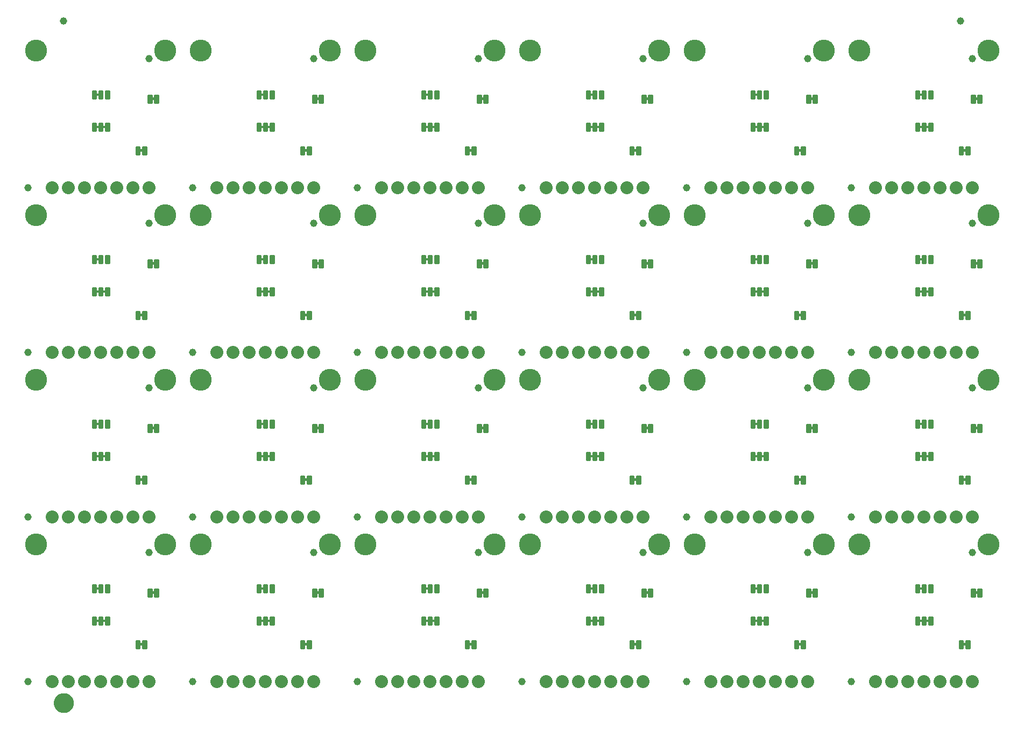
<source format=gbs>
G04 EAGLE Gerber RS-274X export*
G75*
%MOMM*%
%FSLAX34Y34*%
%LPD*%
%INSoldermask Bottom*%
%IPPOS*%
%AMOC8*
5,1,8,0,0,1.08239X$1,22.5*%
G01*
%ADD10C,1.152400*%
%ADD11C,3.454400*%
%ADD12C,2.032000*%
%ADD13C,0.251966*%
%ADD14C,1.270000*%
%ADD15C,1.652400*%

G36*
X1506920Y668667D02*
X1506920Y668667D01*
X1506986Y668669D01*
X1507029Y668687D01*
X1507076Y668695D01*
X1507133Y668729D01*
X1507193Y668754D01*
X1507228Y668785D01*
X1507269Y668810D01*
X1507311Y668861D01*
X1507359Y668905D01*
X1507381Y668947D01*
X1507410Y668984D01*
X1507431Y669046D01*
X1507462Y669105D01*
X1507470Y669159D01*
X1507482Y669196D01*
X1507481Y669236D01*
X1507489Y669290D01*
X1507489Y671830D01*
X1507478Y671895D01*
X1507476Y671961D01*
X1507458Y672004D01*
X1507450Y672051D01*
X1507416Y672108D01*
X1507391Y672168D01*
X1507360Y672203D01*
X1507335Y672244D01*
X1507284Y672286D01*
X1507240Y672334D01*
X1507198Y672356D01*
X1507161Y672385D01*
X1507099Y672406D01*
X1507040Y672437D01*
X1506986Y672445D01*
X1506949Y672457D01*
X1506909Y672456D01*
X1506855Y672464D01*
X1503045Y672464D01*
X1502980Y672453D01*
X1502914Y672451D01*
X1502871Y672433D01*
X1502824Y672425D01*
X1502767Y672391D01*
X1502707Y672366D01*
X1502672Y672335D01*
X1502631Y672310D01*
X1502590Y672259D01*
X1502541Y672215D01*
X1502519Y672173D01*
X1502490Y672136D01*
X1502469Y672074D01*
X1502438Y672015D01*
X1502430Y671961D01*
X1502418Y671924D01*
X1502418Y671921D01*
X1502419Y671884D01*
X1502411Y671830D01*
X1502411Y669290D01*
X1502422Y669225D01*
X1502424Y669159D01*
X1502442Y669116D01*
X1502450Y669069D01*
X1502484Y669012D01*
X1502509Y668952D01*
X1502540Y668917D01*
X1502565Y668876D01*
X1502616Y668835D01*
X1502660Y668786D01*
X1502702Y668764D01*
X1502739Y668735D01*
X1502801Y668714D01*
X1502860Y668683D01*
X1502914Y668675D01*
X1502951Y668663D01*
X1502991Y668664D01*
X1503045Y668656D01*
X1506855Y668656D01*
X1506920Y668667D01*
G37*
G36*
X211520Y668667D02*
X211520Y668667D01*
X211586Y668669D01*
X211629Y668687D01*
X211676Y668695D01*
X211733Y668729D01*
X211793Y668754D01*
X211828Y668785D01*
X211869Y668810D01*
X211911Y668861D01*
X211959Y668905D01*
X211981Y668947D01*
X212010Y668984D01*
X212031Y669046D01*
X212062Y669105D01*
X212070Y669159D01*
X212082Y669196D01*
X212081Y669236D01*
X212089Y669290D01*
X212089Y671830D01*
X212078Y671895D01*
X212076Y671961D01*
X212058Y672004D01*
X212050Y672051D01*
X212016Y672108D01*
X211991Y672168D01*
X211960Y672203D01*
X211935Y672244D01*
X211884Y672286D01*
X211840Y672334D01*
X211798Y672356D01*
X211761Y672385D01*
X211699Y672406D01*
X211640Y672437D01*
X211586Y672445D01*
X211549Y672457D01*
X211509Y672456D01*
X211455Y672464D01*
X207645Y672464D01*
X207580Y672453D01*
X207514Y672451D01*
X207471Y672433D01*
X207424Y672425D01*
X207367Y672391D01*
X207307Y672366D01*
X207272Y672335D01*
X207231Y672310D01*
X207190Y672259D01*
X207141Y672215D01*
X207119Y672173D01*
X207090Y672136D01*
X207069Y672074D01*
X207038Y672015D01*
X207030Y671961D01*
X207018Y671924D01*
X207018Y671921D01*
X207019Y671884D01*
X207011Y671830D01*
X207011Y669290D01*
X207022Y669225D01*
X207024Y669159D01*
X207042Y669116D01*
X207050Y669069D01*
X207084Y669012D01*
X207109Y668952D01*
X207140Y668917D01*
X207165Y668876D01*
X207216Y668835D01*
X207260Y668786D01*
X207302Y668764D01*
X207339Y668735D01*
X207401Y668714D01*
X207460Y668683D01*
X207514Y668675D01*
X207551Y668663D01*
X207591Y668664D01*
X207645Y668656D01*
X211455Y668656D01*
X211520Y668667D01*
G37*
G36*
X1247840Y668667D02*
X1247840Y668667D01*
X1247906Y668669D01*
X1247949Y668687D01*
X1247996Y668695D01*
X1248053Y668729D01*
X1248113Y668754D01*
X1248148Y668785D01*
X1248189Y668810D01*
X1248231Y668861D01*
X1248279Y668905D01*
X1248301Y668947D01*
X1248330Y668984D01*
X1248351Y669046D01*
X1248382Y669105D01*
X1248390Y669159D01*
X1248402Y669196D01*
X1248401Y669236D01*
X1248409Y669290D01*
X1248409Y671830D01*
X1248398Y671895D01*
X1248396Y671961D01*
X1248378Y672004D01*
X1248370Y672051D01*
X1248336Y672108D01*
X1248311Y672168D01*
X1248280Y672203D01*
X1248255Y672244D01*
X1248204Y672286D01*
X1248160Y672334D01*
X1248118Y672356D01*
X1248081Y672385D01*
X1248019Y672406D01*
X1247960Y672437D01*
X1247906Y672445D01*
X1247869Y672457D01*
X1247829Y672456D01*
X1247775Y672464D01*
X1243965Y672464D01*
X1243900Y672453D01*
X1243834Y672451D01*
X1243791Y672433D01*
X1243744Y672425D01*
X1243687Y672391D01*
X1243627Y672366D01*
X1243592Y672335D01*
X1243551Y672310D01*
X1243510Y672259D01*
X1243461Y672215D01*
X1243439Y672173D01*
X1243410Y672136D01*
X1243389Y672074D01*
X1243358Y672015D01*
X1243350Y671961D01*
X1243338Y671924D01*
X1243338Y671921D01*
X1243339Y671884D01*
X1243331Y671830D01*
X1243331Y669290D01*
X1243342Y669225D01*
X1243344Y669159D01*
X1243362Y669116D01*
X1243370Y669069D01*
X1243404Y669012D01*
X1243429Y668952D01*
X1243460Y668917D01*
X1243485Y668876D01*
X1243536Y668835D01*
X1243580Y668786D01*
X1243622Y668764D01*
X1243659Y668735D01*
X1243721Y668714D01*
X1243780Y668683D01*
X1243834Y668675D01*
X1243871Y668663D01*
X1243911Y668664D01*
X1243965Y668656D01*
X1247775Y668656D01*
X1247840Y668667D01*
G37*
G36*
X470600Y668667D02*
X470600Y668667D01*
X470666Y668669D01*
X470709Y668687D01*
X470756Y668695D01*
X470813Y668729D01*
X470873Y668754D01*
X470908Y668785D01*
X470949Y668810D01*
X470991Y668861D01*
X471039Y668905D01*
X471061Y668947D01*
X471090Y668984D01*
X471111Y669046D01*
X471142Y669105D01*
X471150Y669159D01*
X471162Y669196D01*
X471161Y669236D01*
X471169Y669290D01*
X471169Y671830D01*
X471158Y671895D01*
X471156Y671961D01*
X471138Y672004D01*
X471130Y672051D01*
X471096Y672108D01*
X471071Y672168D01*
X471040Y672203D01*
X471015Y672244D01*
X470964Y672286D01*
X470920Y672334D01*
X470878Y672356D01*
X470841Y672385D01*
X470779Y672406D01*
X470720Y672437D01*
X470666Y672445D01*
X470629Y672457D01*
X470589Y672456D01*
X470535Y672464D01*
X466725Y672464D01*
X466660Y672453D01*
X466594Y672451D01*
X466551Y672433D01*
X466504Y672425D01*
X466447Y672391D01*
X466387Y672366D01*
X466352Y672335D01*
X466311Y672310D01*
X466270Y672259D01*
X466221Y672215D01*
X466199Y672173D01*
X466170Y672136D01*
X466149Y672074D01*
X466118Y672015D01*
X466110Y671961D01*
X466098Y671924D01*
X466098Y671921D01*
X466099Y671884D01*
X466091Y671830D01*
X466091Y669290D01*
X466102Y669225D01*
X466104Y669159D01*
X466122Y669116D01*
X466130Y669069D01*
X466164Y669012D01*
X466189Y668952D01*
X466220Y668917D01*
X466245Y668876D01*
X466296Y668835D01*
X466340Y668786D01*
X466382Y668764D01*
X466419Y668735D01*
X466481Y668714D01*
X466540Y668683D01*
X466594Y668675D01*
X466631Y668663D01*
X466671Y668664D01*
X466725Y668656D01*
X470535Y668656D01*
X470600Y668667D01*
G37*
G36*
X729680Y668667D02*
X729680Y668667D01*
X729746Y668669D01*
X729789Y668687D01*
X729836Y668695D01*
X729893Y668729D01*
X729953Y668754D01*
X729988Y668785D01*
X730029Y668810D01*
X730071Y668861D01*
X730119Y668905D01*
X730141Y668947D01*
X730170Y668984D01*
X730191Y669046D01*
X730222Y669105D01*
X730230Y669159D01*
X730242Y669196D01*
X730241Y669236D01*
X730249Y669290D01*
X730249Y671830D01*
X730238Y671895D01*
X730236Y671961D01*
X730218Y672004D01*
X730210Y672051D01*
X730176Y672108D01*
X730151Y672168D01*
X730120Y672203D01*
X730095Y672244D01*
X730044Y672286D01*
X730000Y672334D01*
X729958Y672356D01*
X729921Y672385D01*
X729859Y672406D01*
X729800Y672437D01*
X729746Y672445D01*
X729709Y672457D01*
X729669Y672456D01*
X729615Y672464D01*
X725805Y672464D01*
X725740Y672453D01*
X725674Y672451D01*
X725631Y672433D01*
X725584Y672425D01*
X725527Y672391D01*
X725467Y672366D01*
X725432Y672335D01*
X725391Y672310D01*
X725350Y672259D01*
X725301Y672215D01*
X725279Y672173D01*
X725250Y672136D01*
X725229Y672074D01*
X725198Y672015D01*
X725190Y671961D01*
X725178Y671924D01*
X725178Y671921D01*
X725179Y671884D01*
X725171Y671830D01*
X725171Y669290D01*
X725182Y669225D01*
X725184Y669159D01*
X725202Y669116D01*
X725210Y669069D01*
X725244Y669012D01*
X725269Y668952D01*
X725300Y668917D01*
X725325Y668876D01*
X725376Y668835D01*
X725420Y668786D01*
X725462Y668764D01*
X725499Y668735D01*
X725561Y668714D01*
X725620Y668683D01*
X725674Y668675D01*
X725711Y668663D01*
X725751Y668664D01*
X725805Y668656D01*
X729615Y668656D01*
X729680Y668667D01*
G37*
G36*
X988760Y668667D02*
X988760Y668667D01*
X988826Y668669D01*
X988869Y668687D01*
X988916Y668695D01*
X988973Y668729D01*
X989033Y668754D01*
X989068Y668785D01*
X989109Y668810D01*
X989151Y668861D01*
X989199Y668905D01*
X989221Y668947D01*
X989250Y668984D01*
X989271Y669046D01*
X989302Y669105D01*
X989310Y669159D01*
X989322Y669196D01*
X989321Y669236D01*
X989329Y669290D01*
X989329Y671830D01*
X989318Y671895D01*
X989316Y671961D01*
X989298Y672004D01*
X989290Y672051D01*
X989256Y672108D01*
X989231Y672168D01*
X989200Y672203D01*
X989175Y672244D01*
X989124Y672286D01*
X989080Y672334D01*
X989038Y672356D01*
X989001Y672385D01*
X988939Y672406D01*
X988880Y672437D01*
X988826Y672445D01*
X988789Y672457D01*
X988749Y672456D01*
X988695Y672464D01*
X984885Y672464D01*
X984820Y672453D01*
X984754Y672451D01*
X984711Y672433D01*
X984664Y672425D01*
X984607Y672391D01*
X984547Y672366D01*
X984512Y672335D01*
X984471Y672310D01*
X984430Y672259D01*
X984381Y672215D01*
X984359Y672173D01*
X984330Y672136D01*
X984309Y672074D01*
X984278Y672015D01*
X984270Y671961D01*
X984258Y671924D01*
X984258Y671921D01*
X984259Y671884D01*
X984251Y671830D01*
X984251Y669290D01*
X984262Y669225D01*
X984264Y669159D01*
X984282Y669116D01*
X984290Y669069D01*
X984324Y669012D01*
X984349Y668952D01*
X984380Y668917D01*
X984405Y668876D01*
X984456Y668835D01*
X984500Y668786D01*
X984542Y668764D01*
X984579Y668735D01*
X984641Y668714D01*
X984700Y668683D01*
X984754Y668675D01*
X984791Y668663D01*
X984831Y668664D01*
X984885Y668656D01*
X988695Y668656D01*
X988760Y668667D01*
G37*
G36*
X911290Y106057D02*
X911290Y106057D01*
X911356Y106059D01*
X911399Y106077D01*
X911446Y106085D01*
X911503Y106119D01*
X911563Y106144D01*
X911598Y106175D01*
X911639Y106200D01*
X911681Y106251D01*
X911729Y106295D01*
X911751Y106337D01*
X911780Y106374D01*
X911801Y106436D01*
X911832Y106495D01*
X911840Y106549D01*
X911852Y106586D01*
X911851Y106626D01*
X911859Y106680D01*
X911859Y109220D01*
X911848Y109285D01*
X911846Y109351D01*
X911828Y109394D01*
X911820Y109441D01*
X911786Y109498D01*
X911761Y109558D01*
X911730Y109593D01*
X911705Y109634D01*
X911654Y109676D01*
X911610Y109724D01*
X911568Y109746D01*
X911531Y109775D01*
X911469Y109796D01*
X911410Y109827D01*
X911356Y109835D01*
X911319Y109847D01*
X911279Y109846D01*
X911225Y109854D01*
X907415Y109854D01*
X907350Y109843D01*
X907284Y109841D01*
X907241Y109823D01*
X907194Y109815D01*
X907137Y109781D01*
X907077Y109756D01*
X907042Y109725D01*
X907001Y109700D01*
X906960Y109649D01*
X906911Y109605D01*
X906889Y109563D01*
X906860Y109526D01*
X906839Y109464D01*
X906808Y109405D01*
X906800Y109351D01*
X906788Y109314D01*
X906788Y109311D01*
X906789Y109274D01*
X906781Y109220D01*
X906781Y106680D01*
X906792Y106615D01*
X906794Y106549D01*
X906812Y106506D01*
X906820Y106459D01*
X906854Y106402D01*
X906879Y106342D01*
X906910Y106307D01*
X906935Y106266D01*
X906986Y106225D01*
X907030Y106176D01*
X907072Y106154D01*
X907109Y106125D01*
X907171Y106104D01*
X907230Y106073D01*
X907284Y106065D01*
X907321Y106053D01*
X907361Y106054D01*
X907415Y106046D01*
X911225Y106046D01*
X911290Y106057D01*
G37*
G36*
X1160210Y106057D02*
X1160210Y106057D01*
X1160276Y106059D01*
X1160319Y106077D01*
X1160366Y106085D01*
X1160423Y106119D01*
X1160483Y106144D01*
X1160518Y106175D01*
X1160559Y106200D01*
X1160601Y106251D01*
X1160649Y106295D01*
X1160671Y106337D01*
X1160700Y106374D01*
X1160721Y106436D01*
X1160752Y106495D01*
X1160760Y106549D01*
X1160772Y106586D01*
X1160771Y106626D01*
X1160779Y106680D01*
X1160779Y109220D01*
X1160768Y109285D01*
X1160766Y109351D01*
X1160748Y109394D01*
X1160740Y109441D01*
X1160706Y109498D01*
X1160681Y109558D01*
X1160650Y109593D01*
X1160625Y109634D01*
X1160574Y109676D01*
X1160530Y109724D01*
X1160488Y109746D01*
X1160451Y109775D01*
X1160389Y109796D01*
X1160330Y109827D01*
X1160276Y109835D01*
X1160239Y109847D01*
X1160199Y109846D01*
X1160145Y109854D01*
X1156335Y109854D01*
X1156270Y109843D01*
X1156204Y109841D01*
X1156161Y109823D01*
X1156114Y109815D01*
X1156057Y109781D01*
X1155997Y109756D01*
X1155962Y109725D01*
X1155921Y109700D01*
X1155880Y109649D01*
X1155831Y109605D01*
X1155809Y109563D01*
X1155780Y109526D01*
X1155759Y109464D01*
X1155728Y109405D01*
X1155720Y109351D01*
X1155708Y109314D01*
X1155708Y109311D01*
X1155709Y109274D01*
X1155701Y109220D01*
X1155701Y106680D01*
X1155712Y106615D01*
X1155714Y106549D01*
X1155732Y106506D01*
X1155740Y106459D01*
X1155774Y106402D01*
X1155799Y106342D01*
X1155830Y106307D01*
X1155855Y106266D01*
X1155906Y106225D01*
X1155950Y106176D01*
X1155992Y106154D01*
X1156029Y106125D01*
X1156091Y106104D01*
X1156150Y106073D01*
X1156204Y106065D01*
X1156241Y106053D01*
X1156281Y106054D01*
X1156335Y106046D01*
X1160145Y106046D01*
X1160210Y106057D01*
G37*
G36*
X1170370Y106057D02*
X1170370Y106057D01*
X1170436Y106059D01*
X1170479Y106077D01*
X1170526Y106085D01*
X1170583Y106119D01*
X1170643Y106144D01*
X1170678Y106175D01*
X1170719Y106200D01*
X1170761Y106251D01*
X1170809Y106295D01*
X1170831Y106337D01*
X1170860Y106374D01*
X1170881Y106436D01*
X1170912Y106495D01*
X1170920Y106549D01*
X1170932Y106586D01*
X1170931Y106626D01*
X1170939Y106680D01*
X1170939Y109220D01*
X1170928Y109285D01*
X1170926Y109351D01*
X1170908Y109394D01*
X1170900Y109441D01*
X1170866Y109498D01*
X1170841Y109558D01*
X1170810Y109593D01*
X1170785Y109634D01*
X1170734Y109676D01*
X1170690Y109724D01*
X1170648Y109746D01*
X1170611Y109775D01*
X1170549Y109796D01*
X1170490Y109827D01*
X1170436Y109835D01*
X1170399Y109847D01*
X1170359Y109846D01*
X1170305Y109854D01*
X1166495Y109854D01*
X1166430Y109843D01*
X1166364Y109841D01*
X1166321Y109823D01*
X1166274Y109815D01*
X1166217Y109781D01*
X1166157Y109756D01*
X1166122Y109725D01*
X1166081Y109700D01*
X1166040Y109649D01*
X1165991Y109605D01*
X1165969Y109563D01*
X1165940Y109526D01*
X1165919Y109464D01*
X1165888Y109405D01*
X1165880Y109351D01*
X1165868Y109314D01*
X1165868Y109311D01*
X1165869Y109274D01*
X1165861Y109220D01*
X1165861Y106680D01*
X1165872Y106615D01*
X1165874Y106549D01*
X1165892Y106506D01*
X1165900Y106459D01*
X1165934Y106402D01*
X1165959Y106342D01*
X1165990Y106307D01*
X1166015Y106266D01*
X1166066Y106225D01*
X1166110Y106176D01*
X1166152Y106154D01*
X1166189Y106125D01*
X1166251Y106104D01*
X1166310Y106073D01*
X1166364Y106065D01*
X1166401Y106053D01*
X1166441Y106054D01*
X1166495Y106046D01*
X1170305Y106046D01*
X1170370Y106057D01*
G37*
G36*
X1419290Y106057D02*
X1419290Y106057D01*
X1419356Y106059D01*
X1419399Y106077D01*
X1419446Y106085D01*
X1419503Y106119D01*
X1419563Y106144D01*
X1419598Y106175D01*
X1419639Y106200D01*
X1419681Y106251D01*
X1419729Y106295D01*
X1419751Y106337D01*
X1419780Y106374D01*
X1419801Y106436D01*
X1419832Y106495D01*
X1419840Y106549D01*
X1419852Y106586D01*
X1419851Y106626D01*
X1419859Y106680D01*
X1419859Y109220D01*
X1419848Y109285D01*
X1419846Y109351D01*
X1419828Y109394D01*
X1419820Y109441D01*
X1419786Y109498D01*
X1419761Y109558D01*
X1419730Y109593D01*
X1419705Y109634D01*
X1419654Y109676D01*
X1419610Y109724D01*
X1419568Y109746D01*
X1419531Y109775D01*
X1419469Y109796D01*
X1419410Y109827D01*
X1419356Y109835D01*
X1419319Y109847D01*
X1419279Y109846D01*
X1419225Y109854D01*
X1415415Y109854D01*
X1415350Y109843D01*
X1415284Y109841D01*
X1415241Y109823D01*
X1415194Y109815D01*
X1415137Y109781D01*
X1415077Y109756D01*
X1415042Y109725D01*
X1415001Y109700D01*
X1414960Y109649D01*
X1414911Y109605D01*
X1414889Y109563D01*
X1414860Y109526D01*
X1414839Y109464D01*
X1414808Y109405D01*
X1414800Y109351D01*
X1414788Y109314D01*
X1414788Y109311D01*
X1414789Y109274D01*
X1414781Y109220D01*
X1414781Y106680D01*
X1414792Y106615D01*
X1414794Y106549D01*
X1414812Y106506D01*
X1414820Y106459D01*
X1414854Y106402D01*
X1414879Y106342D01*
X1414910Y106307D01*
X1414935Y106266D01*
X1414986Y106225D01*
X1415030Y106176D01*
X1415072Y106154D01*
X1415109Y106125D01*
X1415171Y106104D01*
X1415230Y106073D01*
X1415284Y106065D01*
X1415321Y106053D01*
X1415361Y106054D01*
X1415415Y106046D01*
X1419225Y106046D01*
X1419290Y106057D01*
G37*
G36*
X1429450Y106057D02*
X1429450Y106057D01*
X1429516Y106059D01*
X1429559Y106077D01*
X1429606Y106085D01*
X1429663Y106119D01*
X1429723Y106144D01*
X1429758Y106175D01*
X1429799Y106200D01*
X1429841Y106251D01*
X1429889Y106295D01*
X1429911Y106337D01*
X1429940Y106374D01*
X1429961Y106436D01*
X1429992Y106495D01*
X1430000Y106549D01*
X1430012Y106586D01*
X1430011Y106626D01*
X1430019Y106680D01*
X1430019Y109220D01*
X1430008Y109285D01*
X1430006Y109351D01*
X1429988Y109394D01*
X1429980Y109441D01*
X1429946Y109498D01*
X1429921Y109558D01*
X1429890Y109593D01*
X1429865Y109634D01*
X1429814Y109676D01*
X1429770Y109724D01*
X1429728Y109746D01*
X1429691Y109775D01*
X1429629Y109796D01*
X1429570Y109827D01*
X1429516Y109835D01*
X1429479Y109847D01*
X1429439Y109846D01*
X1429385Y109854D01*
X1425575Y109854D01*
X1425510Y109843D01*
X1425444Y109841D01*
X1425401Y109823D01*
X1425354Y109815D01*
X1425297Y109781D01*
X1425237Y109756D01*
X1425202Y109725D01*
X1425161Y109700D01*
X1425120Y109649D01*
X1425071Y109605D01*
X1425049Y109563D01*
X1425020Y109526D01*
X1424999Y109464D01*
X1424968Y109405D01*
X1424960Y109351D01*
X1424948Y109314D01*
X1424948Y109311D01*
X1424949Y109274D01*
X1424941Y109220D01*
X1424941Y106680D01*
X1424952Y106615D01*
X1424954Y106549D01*
X1424972Y106506D01*
X1424980Y106459D01*
X1425014Y106402D01*
X1425039Y106342D01*
X1425070Y106307D01*
X1425095Y106266D01*
X1425146Y106225D01*
X1425190Y106176D01*
X1425232Y106154D01*
X1425269Y106125D01*
X1425331Y106104D01*
X1425390Y106073D01*
X1425444Y106065D01*
X1425481Y106053D01*
X1425521Y106054D01*
X1425575Y106046D01*
X1429385Y106046D01*
X1429450Y106057D01*
G37*
G36*
X393130Y106057D02*
X393130Y106057D01*
X393196Y106059D01*
X393239Y106077D01*
X393286Y106085D01*
X393343Y106119D01*
X393403Y106144D01*
X393438Y106175D01*
X393479Y106200D01*
X393521Y106251D01*
X393569Y106295D01*
X393591Y106337D01*
X393620Y106374D01*
X393641Y106436D01*
X393672Y106495D01*
X393680Y106549D01*
X393692Y106586D01*
X393691Y106626D01*
X393699Y106680D01*
X393699Y109220D01*
X393688Y109285D01*
X393686Y109351D01*
X393668Y109394D01*
X393660Y109441D01*
X393626Y109498D01*
X393601Y109558D01*
X393570Y109593D01*
X393545Y109634D01*
X393494Y109676D01*
X393450Y109724D01*
X393408Y109746D01*
X393371Y109775D01*
X393309Y109796D01*
X393250Y109827D01*
X393196Y109835D01*
X393159Y109847D01*
X393119Y109846D01*
X393065Y109854D01*
X389255Y109854D01*
X389190Y109843D01*
X389124Y109841D01*
X389081Y109823D01*
X389034Y109815D01*
X388977Y109781D01*
X388917Y109756D01*
X388882Y109725D01*
X388841Y109700D01*
X388800Y109649D01*
X388751Y109605D01*
X388729Y109563D01*
X388700Y109526D01*
X388679Y109464D01*
X388648Y109405D01*
X388640Y109351D01*
X388628Y109314D01*
X388628Y109311D01*
X388629Y109274D01*
X388621Y109220D01*
X388621Y106680D01*
X388632Y106615D01*
X388634Y106549D01*
X388652Y106506D01*
X388660Y106459D01*
X388694Y106402D01*
X388719Y106342D01*
X388750Y106307D01*
X388775Y106266D01*
X388826Y106225D01*
X388870Y106176D01*
X388912Y106154D01*
X388949Y106125D01*
X389011Y106104D01*
X389070Y106073D01*
X389124Y106065D01*
X389161Y106053D01*
X389201Y106054D01*
X389255Y106046D01*
X393065Y106046D01*
X393130Y106057D01*
G37*
G36*
X642050Y106057D02*
X642050Y106057D01*
X642116Y106059D01*
X642159Y106077D01*
X642206Y106085D01*
X642263Y106119D01*
X642323Y106144D01*
X642358Y106175D01*
X642399Y106200D01*
X642441Y106251D01*
X642489Y106295D01*
X642511Y106337D01*
X642540Y106374D01*
X642561Y106436D01*
X642592Y106495D01*
X642600Y106549D01*
X642612Y106586D01*
X642611Y106626D01*
X642619Y106680D01*
X642619Y109220D01*
X642608Y109285D01*
X642606Y109351D01*
X642588Y109394D01*
X642580Y109441D01*
X642546Y109498D01*
X642521Y109558D01*
X642490Y109593D01*
X642465Y109634D01*
X642414Y109676D01*
X642370Y109724D01*
X642328Y109746D01*
X642291Y109775D01*
X642229Y109796D01*
X642170Y109827D01*
X642116Y109835D01*
X642079Y109847D01*
X642039Y109846D01*
X641985Y109854D01*
X638175Y109854D01*
X638110Y109843D01*
X638044Y109841D01*
X638001Y109823D01*
X637954Y109815D01*
X637897Y109781D01*
X637837Y109756D01*
X637802Y109725D01*
X637761Y109700D01*
X637720Y109649D01*
X637671Y109605D01*
X637649Y109563D01*
X637620Y109526D01*
X637599Y109464D01*
X637568Y109405D01*
X637560Y109351D01*
X637548Y109314D01*
X637548Y109311D01*
X637549Y109274D01*
X637541Y109220D01*
X637541Y106680D01*
X637552Y106615D01*
X637554Y106549D01*
X637572Y106506D01*
X637580Y106459D01*
X637614Y106402D01*
X637639Y106342D01*
X637670Y106307D01*
X637695Y106266D01*
X637746Y106225D01*
X637790Y106176D01*
X637832Y106154D01*
X637869Y106125D01*
X637931Y106104D01*
X637990Y106073D01*
X638044Y106065D01*
X638081Y106053D01*
X638121Y106054D01*
X638175Y106046D01*
X641985Y106046D01*
X642050Y106057D01*
G37*
G36*
X652210Y106057D02*
X652210Y106057D01*
X652276Y106059D01*
X652319Y106077D01*
X652366Y106085D01*
X652423Y106119D01*
X652483Y106144D01*
X652518Y106175D01*
X652559Y106200D01*
X652601Y106251D01*
X652649Y106295D01*
X652671Y106337D01*
X652700Y106374D01*
X652721Y106436D01*
X652752Y106495D01*
X652760Y106549D01*
X652772Y106586D01*
X652771Y106626D01*
X652779Y106680D01*
X652779Y109220D01*
X652768Y109285D01*
X652766Y109351D01*
X652748Y109394D01*
X652740Y109441D01*
X652706Y109498D01*
X652681Y109558D01*
X652650Y109593D01*
X652625Y109634D01*
X652574Y109676D01*
X652530Y109724D01*
X652488Y109746D01*
X652451Y109775D01*
X652389Y109796D01*
X652330Y109827D01*
X652276Y109835D01*
X652239Y109847D01*
X652199Y109846D01*
X652145Y109854D01*
X648335Y109854D01*
X648270Y109843D01*
X648204Y109841D01*
X648161Y109823D01*
X648114Y109815D01*
X648057Y109781D01*
X647997Y109756D01*
X647962Y109725D01*
X647921Y109700D01*
X647880Y109649D01*
X647831Y109605D01*
X647809Y109563D01*
X647780Y109526D01*
X647759Y109464D01*
X647728Y109405D01*
X647720Y109351D01*
X647708Y109314D01*
X647708Y109311D01*
X647709Y109274D01*
X647701Y109220D01*
X647701Y106680D01*
X647712Y106615D01*
X647714Y106549D01*
X647732Y106506D01*
X647740Y106459D01*
X647774Y106402D01*
X647799Y106342D01*
X647830Y106307D01*
X647855Y106266D01*
X647906Y106225D01*
X647950Y106176D01*
X647992Y106154D01*
X648029Y106125D01*
X648091Y106104D01*
X648150Y106073D01*
X648204Y106065D01*
X648241Y106053D01*
X648281Y106054D01*
X648335Y106046D01*
X652145Y106046D01*
X652210Y106057D01*
G37*
G36*
X134050Y106057D02*
X134050Y106057D01*
X134116Y106059D01*
X134159Y106077D01*
X134206Y106085D01*
X134263Y106119D01*
X134323Y106144D01*
X134358Y106175D01*
X134399Y106200D01*
X134441Y106251D01*
X134489Y106295D01*
X134511Y106337D01*
X134540Y106374D01*
X134561Y106436D01*
X134592Y106495D01*
X134600Y106549D01*
X134612Y106586D01*
X134611Y106626D01*
X134619Y106680D01*
X134619Y109220D01*
X134608Y109285D01*
X134606Y109351D01*
X134588Y109394D01*
X134580Y109441D01*
X134546Y109498D01*
X134521Y109558D01*
X134490Y109593D01*
X134465Y109634D01*
X134414Y109676D01*
X134370Y109724D01*
X134328Y109746D01*
X134291Y109775D01*
X134229Y109796D01*
X134170Y109827D01*
X134116Y109835D01*
X134079Y109847D01*
X134039Y109846D01*
X133985Y109854D01*
X130175Y109854D01*
X130110Y109843D01*
X130044Y109841D01*
X130001Y109823D01*
X129954Y109815D01*
X129897Y109781D01*
X129837Y109756D01*
X129802Y109725D01*
X129761Y109700D01*
X129720Y109649D01*
X129671Y109605D01*
X129649Y109563D01*
X129620Y109526D01*
X129599Y109464D01*
X129568Y109405D01*
X129560Y109351D01*
X129548Y109314D01*
X129548Y109311D01*
X129549Y109274D01*
X129541Y109220D01*
X129541Y106680D01*
X129552Y106615D01*
X129554Y106549D01*
X129572Y106506D01*
X129580Y106459D01*
X129614Y106402D01*
X129639Y106342D01*
X129670Y106307D01*
X129695Y106266D01*
X129746Y106225D01*
X129790Y106176D01*
X129832Y106154D01*
X129869Y106125D01*
X129931Y106104D01*
X129990Y106073D01*
X130044Y106065D01*
X130081Y106053D01*
X130121Y106054D01*
X130175Y106046D01*
X133985Y106046D01*
X134050Y106057D01*
G37*
G36*
X901130Y106057D02*
X901130Y106057D01*
X901196Y106059D01*
X901239Y106077D01*
X901286Y106085D01*
X901343Y106119D01*
X901403Y106144D01*
X901438Y106175D01*
X901479Y106200D01*
X901521Y106251D01*
X901569Y106295D01*
X901591Y106337D01*
X901620Y106374D01*
X901641Y106436D01*
X901672Y106495D01*
X901680Y106549D01*
X901692Y106586D01*
X901691Y106626D01*
X901699Y106680D01*
X901699Y109220D01*
X901688Y109285D01*
X901686Y109351D01*
X901668Y109394D01*
X901660Y109441D01*
X901626Y109498D01*
X901601Y109558D01*
X901570Y109593D01*
X901545Y109634D01*
X901494Y109676D01*
X901450Y109724D01*
X901408Y109746D01*
X901371Y109775D01*
X901309Y109796D01*
X901250Y109827D01*
X901196Y109835D01*
X901159Y109847D01*
X901119Y109846D01*
X901065Y109854D01*
X897255Y109854D01*
X897190Y109843D01*
X897124Y109841D01*
X897081Y109823D01*
X897034Y109815D01*
X896977Y109781D01*
X896917Y109756D01*
X896882Y109725D01*
X896841Y109700D01*
X896800Y109649D01*
X896751Y109605D01*
X896729Y109563D01*
X896700Y109526D01*
X896679Y109464D01*
X896648Y109405D01*
X896640Y109351D01*
X896628Y109314D01*
X896628Y109311D01*
X896629Y109274D01*
X896621Y109220D01*
X896621Y106680D01*
X896632Y106615D01*
X896634Y106549D01*
X896652Y106506D01*
X896660Y106459D01*
X896694Y106402D01*
X896719Y106342D01*
X896750Y106307D01*
X896775Y106266D01*
X896826Y106225D01*
X896870Y106176D01*
X896912Y106154D01*
X896949Y106125D01*
X897011Y106104D01*
X897070Y106073D01*
X897124Y106065D01*
X897161Y106053D01*
X897201Y106054D01*
X897255Y106046D01*
X901065Y106046D01*
X901130Y106057D01*
G37*
G36*
X123890Y106057D02*
X123890Y106057D01*
X123956Y106059D01*
X123999Y106077D01*
X124046Y106085D01*
X124103Y106119D01*
X124163Y106144D01*
X124198Y106175D01*
X124239Y106200D01*
X124281Y106251D01*
X124329Y106295D01*
X124351Y106337D01*
X124380Y106374D01*
X124401Y106436D01*
X124432Y106495D01*
X124440Y106549D01*
X124452Y106586D01*
X124451Y106626D01*
X124459Y106680D01*
X124459Y109220D01*
X124448Y109285D01*
X124446Y109351D01*
X124428Y109394D01*
X124420Y109441D01*
X124386Y109498D01*
X124361Y109558D01*
X124330Y109593D01*
X124305Y109634D01*
X124254Y109676D01*
X124210Y109724D01*
X124168Y109746D01*
X124131Y109775D01*
X124069Y109796D01*
X124010Y109827D01*
X123956Y109835D01*
X123919Y109847D01*
X123879Y109846D01*
X123825Y109854D01*
X120015Y109854D01*
X119950Y109843D01*
X119884Y109841D01*
X119841Y109823D01*
X119794Y109815D01*
X119737Y109781D01*
X119677Y109756D01*
X119642Y109725D01*
X119601Y109700D01*
X119560Y109649D01*
X119511Y109605D01*
X119489Y109563D01*
X119460Y109526D01*
X119439Y109464D01*
X119408Y109405D01*
X119400Y109351D01*
X119388Y109314D01*
X119388Y109311D01*
X119389Y109274D01*
X119381Y109220D01*
X119381Y106680D01*
X119392Y106615D01*
X119394Y106549D01*
X119412Y106506D01*
X119420Y106459D01*
X119454Y106402D01*
X119479Y106342D01*
X119510Y106307D01*
X119535Y106266D01*
X119586Y106225D01*
X119630Y106176D01*
X119672Y106154D01*
X119709Y106125D01*
X119771Y106104D01*
X119830Y106073D01*
X119884Y106065D01*
X119921Y106053D01*
X119961Y106054D01*
X120015Y106046D01*
X123825Y106046D01*
X123890Y106057D01*
G37*
G36*
X382970Y106057D02*
X382970Y106057D01*
X383036Y106059D01*
X383079Y106077D01*
X383126Y106085D01*
X383183Y106119D01*
X383243Y106144D01*
X383278Y106175D01*
X383319Y106200D01*
X383361Y106251D01*
X383409Y106295D01*
X383431Y106337D01*
X383460Y106374D01*
X383481Y106436D01*
X383512Y106495D01*
X383520Y106549D01*
X383532Y106586D01*
X383531Y106626D01*
X383539Y106680D01*
X383539Y109220D01*
X383528Y109285D01*
X383526Y109351D01*
X383508Y109394D01*
X383500Y109441D01*
X383466Y109498D01*
X383441Y109558D01*
X383410Y109593D01*
X383385Y109634D01*
X383334Y109676D01*
X383290Y109724D01*
X383248Y109746D01*
X383211Y109775D01*
X383149Y109796D01*
X383090Y109827D01*
X383036Y109835D01*
X382999Y109847D01*
X382959Y109846D01*
X382905Y109854D01*
X379095Y109854D01*
X379030Y109843D01*
X378964Y109841D01*
X378921Y109823D01*
X378874Y109815D01*
X378817Y109781D01*
X378757Y109756D01*
X378722Y109725D01*
X378681Y109700D01*
X378640Y109649D01*
X378591Y109605D01*
X378569Y109563D01*
X378540Y109526D01*
X378519Y109464D01*
X378488Y109405D01*
X378480Y109351D01*
X378468Y109314D01*
X378468Y109311D01*
X378469Y109274D01*
X378461Y109220D01*
X378461Y106680D01*
X378472Y106615D01*
X378474Y106549D01*
X378492Y106506D01*
X378500Y106459D01*
X378534Y106402D01*
X378559Y106342D01*
X378590Y106307D01*
X378615Y106266D01*
X378666Y106225D01*
X378710Y106176D01*
X378752Y106154D01*
X378789Y106125D01*
X378851Y106104D01*
X378910Y106073D01*
X378964Y106065D01*
X379001Y106053D01*
X379041Y106054D01*
X379095Y106046D01*
X382905Y106046D01*
X382970Y106057D01*
G37*
G36*
X1429450Y883297D02*
X1429450Y883297D01*
X1429516Y883299D01*
X1429559Y883317D01*
X1429606Y883325D01*
X1429663Y883359D01*
X1429723Y883384D01*
X1429758Y883415D01*
X1429799Y883440D01*
X1429841Y883491D01*
X1429889Y883535D01*
X1429911Y883577D01*
X1429940Y883614D01*
X1429961Y883676D01*
X1429992Y883735D01*
X1430000Y883789D01*
X1430012Y883826D01*
X1430011Y883866D01*
X1430019Y883920D01*
X1430019Y886460D01*
X1430008Y886525D01*
X1430006Y886591D01*
X1429988Y886634D01*
X1429980Y886681D01*
X1429946Y886738D01*
X1429921Y886798D01*
X1429890Y886833D01*
X1429865Y886874D01*
X1429814Y886916D01*
X1429770Y886964D01*
X1429728Y886986D01*
X1429691Y887015D01*
X1429629Y887036D01*
X1429570Y887067D01*
X1429516Y887075D01*
X1429479Y887087D01*
X1429439Y887086D01*
X1429385Y887094D01*
X1425575Y887094D01*
X1425510Y887083D01*
X1425444Y887081D01*
X1425401Y887063D01*
X1425354Y887055D01*
X1425297Y887021D01*
X1425237Y886996D01*
X1425202Y886965D01*
X1425161Y886940D01*
X1425120Y886889D01*
X1425071Y886845D01*
X1425049Y886803D01*
X1425020Y886766D01*
X1424999Y886704D01*
X1424968Y886645D01*
X1424960Y886591D01*
X1424948Y886554D01*
X1424948Y886551D01*
X1424949Y886514D01*
X1424941Y886460D01*
X1424941Y883920D01*
X1424952Y883855D01*
X1424954Y883789D01*
X1424972Y883746D01*
X1424980Y883699D01*
X1425014Y883642D01*
X1425039Y883582D01*
X1425070Y883547D01*
X1425095Y883506D01*
X1425146Y883465D01*
X1425190Y883416D01*
X1425232Y883394D01*
X1425269Y883365D01*
X1425331Y883344D01*
X1425390Y883313D01*
X1425444Y883305D01*
X1425481Y883293D01*
X1425521Y883294D01*
X1425575Y883286D01*
X1429385Y883286D01*
X1429450Y883297D01*
G37*
G36*
X1170370Y883297D02*
X1170370Y883297D01*
X1170436Y883299D01*
X1170479Y883317D01*
X1170526Y883325D01*
X1170583Y883359D01*
X1170643Y883384D01*
X1170678Y883415D01*
X1170719Y883440D01*
X1170761Y883491D01*
X1170809Y883535D01*
X1170831Y883577D01*
X1170860Y883614D01*
X1170881Y883676D01*
X1170912Y883735D01*
X1170920Y883789D01*
X1170932Y883826D01*
X1170931Y883866D01*
X1170939Y883920D01*
X1170939Y886460D01*
X1170928Y886525D01*
X1170926Y886591D01*
X1170908Y886634D01*
X1170900Y886681D01*
X1170866Y886738D01*
X1170841Y886798D01*
X1170810Y886833D01*
X1170785Y886874D01*
X1170734Y886916D01*
X1170690Y886964D01*
X1170648Y886986D01*
X1170611Y887015D01*
X1170549Y887036D01*
X1170490Y887067D01*
X1170436Y887075D01*
X1170399Y887087D01*
X1170359Y887086D01*
X1170305Y887094D01*
X1166495Y887094D01*
X1166430Y887083D01*
X1166364Y887081D01*
X1166321Y887063D01*
X1166274Y887055D01*
X1166217Y887021D01*
X1166157Y886996D01*
X1166122Y886965D01*
X1166081Y886940D01*
X1166040Y886889D01*
X1165991Y886845D01*
X1165969Y886803D01*
X1165940Y886766D01*
X1165919Y886704D01*
X1165888Y886645D01*
X1165880Y886591D01*
X1165868Y886554D01*
X1165868Y886551D01*
X1165869Y886514D01*
X1165861Y886460D01*
X1165861Y883920D01*
X1165872Y883855D01*
X1165874Y883789D01*
X1165892Y883746D01*
X1165900Y883699D01*
X1165934Y883642D01*
X1165959Y883582D01*
X1165990Y883547D01*
X1166015Y883506D01*
X1166066Y883465D01*
X1166110Y883416D01*
X1166152Y883394D01*
X1166189Y883365D01*
X1166251Y883344D01*
X1166310Y883313D01*
X1166364Y883305D01*
X1166401Y883293D01*
X1166441Y883294D01*
X1166495Y883286D01*
X1170305Y883286D01*
X1170370Y883297D01*
G37*
G36*
X642050Y883297D02*
X642050Y883297D01*
X642116Y883299D01*
X642159Y883317D01*
X642206Y883325D01*
X642263Y883359D01*
X642323Y883384D01*
X642358Y883415D01*
X642399Y883440D01*
X642441Y883491D01*
X642489Y883535D01*
X642511Y883577D01*
X642540Y883614D01*
X642561Y883676D01*
X642592Y883735D01*
X642600Y883789D01*
X642612Y883826D01*
X642611Y883866D01*
X642619Y883920D01*
X642619Y886460D01*
X642608Y886525D01*
X642606Y886591D01*
X642588Y886634D01*
X642580Y886681D01*
X642546Y886738D01*
X642521Y886798D01*
X642490Y886833D01*
X642465Y886874D01*
X642414Y886916D01*
X642370Y886964D01*
X642328Y886986D01*
X642291Y887015D01*
X642229Y887036D01*
X642170Y887067D01*
X642116Y887075D01*
X642079Y887087D01*
X642039Y887086D01*
X641985Y887094D01*
X638175Y887094D01*
X638110Y887083D01*
X638044Y887081D01*
X638001Y887063D01*
X637954Y887055D01*
X637897Y887021D01*
X637837Y886996D01*
X637802Y886965D01*
X637761Y886940D01*
X637720Y886889D01*
X637671Y886845D01*
X637649Y886803D01*
X637620Y886766D01*
X637599Y886704D01*
X637568Y886645D01*
X637560Y886591D01*
X637548Y886554D01*
X637548Y886551D01*
X637549Y886514D01*
X637541Y886460D01*
X637541Y883920D01*
X637552Y883855D01*
X637554Y883789D01*
X637572Y883746D01*
X637580Y883699D01*
X637614Y883642D01*
X637639Y883582D01*
X637670Y883547D01*
X637695Y883506D01*
X637746Y883465D01*
X637790Y883416D01*
X637832Y883394D01*
X637869Y883365D01*
X637931Y883344D01*
X637990Y883313D01*
X638044Y883305D01*
X638081Y883293D01*
X638121Y883294D01*
X638175Y883286D01*
X641985Y883286D01*
X642050Y883297D01*
G37*
G36*
X134050Y883297D02*
X134050Y883297D01*
X134116Y883299D01*
X134159Y883317D01*
X134206Y883325D01*
X134263Y883359D01*
X134323Y883384D01*
X134358Y883415D01*
X134399Y883440D01*
X134441Y883491D01*
X134489Y883535D01*
X134511Y883577D01*
X134540Y883614D01*
X134561Y883676D01*
X134592Y883735D01*
X134600Y883789D01*
X134612Y883826D01*
X134611Y883866D01*
X134619Y883920D01*
X134619Y886460D01*
X134608Y886525D01*
X134606Y886591D01*
X134588Y886634D01*
X134580Y886681D01*
X134546Y886738D01*
X134521Y886798D01*
X134490Y886833D01*
X134465Y886874D01*
X134414Y886916D01*
X134370Y886964D01*
X134328Y886986D01*
X134291Y887015D01*
X134229Y887036D01*
X134170Y887067D01*
X134116Y887075D01*
X134079Y887087D01*
X134039Y887086D01*
X133985Y887094D01*
X130175Y887094D01*
X130110Y887083D01*
X130044Y887081D01*
X130001Y887063D01*
X129954Y887055D01*
X129897Y887021D01*
X129837Y886996D01*
X129802Y886965D01*
X129761Y886940D01*
X129720Y886889D01*
X129671Y886845D01*
X129649Y886803D01*
X129620Y886766D01*
X129599Y886704D01*
X129568Y886645D01*
X129560Y886591D01*
X129548Y886554D01*
X129548Y886551D01*
X129549Y886514D01*
X129541Y886460D01*
X129541Y883920D01*
X129552Y883855D01*
X129554Y883789D01*
X129572Y883746D01*
X129580Y883699D01*
X129614Y883642D01*
X129639Y883582D01*
X129670Y883547D01*
X129695Y883506D01*
X129746Y883465D01*
X129790Y883416D01*
X129832Y883394D01*
X129869Y883365D01*
X129931Y883344D01*
X129990Y883313D01*
X130044Y883305D01*
X130081Y883293D01*
X130121Y883294D01*
X130175Y883286D01*
X133985Y883286D01*
X134050Y883297D01*
G37*
G36*
X382970Y883297D02*
X382970Y883297D01*
X383036Y883299D01*
X383079Y883317D01*
X383126Y883325D01*
X383183Y883359D01*
X383243Y883384D01*
X383278Y883415D01*
X383319Y883440D01*
X383361Y883491D01*
X383409Y883535D01*
X383431Y883577D01*
X383460Y883614D01*
X383481Y883676D01*
X383512Y883735D01*
X383520Y883789D01*
X383532Y883826D01*
X383531Y883866D01*
X383539Y883920D01*
X383539Y886460D01*
X383528Y886525D01*
X383526Y886591D01*
X383508Y886634D01*
X383500Y886681D01*
X383466Y886738D01*
X383441Y886798D01*
X383410Y886833D01*
X383385Y886874D01*
X383334Y886916D01*
X383290Y886964D01*
X383248Y886986D01*
X383211Y887015D01*
X383149Y887036D01*
X383090Y887067D01*
X383036Y887075D01*
X382999Y887087D01*
X382959Y887086D01*
X382905Y887094D01*
X379095Y887094D01*
X379030Y887083D01*
X378964Y887081D01*
X378921Y887063D01*
X378874Y887055D01*
X378817Y887021D01*
X378757Y886996D01*
X378722Y886965D01*
X378681Y886940D01*
X378640Y886889D01*
X378591Y886845D01*
X378569Y886803D01*
X378540Y886766D01*
X378519Y886704D01*
X378488Y886645D01*
X378480Y886591D01*
X378468Y886554D01*
X378468Y886551D01*
X378469Y886514D01*
X378461Y886460D01*
X378461Y883920D01*
X378472Y883855D01*
X378474Y883789D01*
X378492Y883746D01*
X378500Y883699D01*
X378534Y883642D01*
X378559Y883582D01*
X378590Y883547D01*
X378615Y883506D01*
X378666Y883465D01*
X378710Y883416D01*
X378752Y883394D01*
X378789Y883365D01*
X378851Y883344D01*
X378910Y883313D01*
X378964Y883305D01*
X379001Y883293D01*
X379041Y883294D01*
X379095Y883286D01*
X382905Y883286D01*
X382970Y883297D01*
G37*
G36*
X1419290Y883297D02*
X1419290Y883297D01*
X1419356Y883299D01*
X1419399Y883317D01*
X1419446Y883325D01*
X1419503Y883359D01*
X1419563Y883384D01*
X1419598Y883415D01*
X1419639Y883440D01*
X1419681Y883491D01*
X1419729Y883535D01*
X1419751Y883577D01*
X1419780Y883614D01*
X1419801Y883676D01*
X1419832Y883735D01*
X1419840Y883789D01*
X1419852Y883826D01*
X1419851Y883866D01*
X1419859Y883920D01*
X1419859Y886460D01*
X1419848Y886525D01*
X1419846Y886591D01*
X1419828Y886634D01*
X1419820Y886681D01*
X1419786Y886738D01*
X1419761Y886798D01*
X1419730Y886833D01*
X1419705Y886874D01*
X1419654Y886916D01*
X1419610Y886964D01*
X1419568Y886986D01*
X1419531Y887015D01*
X1419469Y887036D01*
X1419410Y887067D01*
X1419356Y887075D01*
X1419319Y887087D01*
X1419279Y887086D01*
X1419225Y887094D01*
X1415415Y887094D01*
X1415350Y887083D01*
X1415284Y887081D01*
X1415241Y887063D01*
X1415194Y887055D01*
X1415137Y887021D01*
X1415077Y886996D01*
X1415042Y886965D01*
X1415001Y886940D01*
X1414960Y886889D01*
X1414911Y886845D01*
X1414889Y886803D01*
X1414860Y886766D01*
X1414839Y886704D01*
X1414808Y886645D01*
X1414800Y886591D01*
X1414788Y886554D01*
X1414788Y886551D01*
X1414789Y886514D01*
X1414781Y886460D01*
X1414781Y883920D01*
X1414792Y883855D01*
X1414794Y883789D01*
X1414812Y883746D01*
X1414820Y883699D01*
X1414854Y883642D01*
X1414879Y883582D01*
X1414910Y883547D01*
X1414935Y883506D01*
X1414986Y883465D01*
X1415030Y883416D01*
X1415072Y883394D01*
X1415109Y883365D01*
X1415171Y883344D01*
X1415230Y883313D01*
X1415284Y883305D01*
X1415321Y883293D01*
X1415361Y883294D01*
X1415415Y883286D01*
X1419225Y883286D01*
X1419290Y883297D01*
G37*
G36*
X901130Y883297D02*
X901130Y883297D01*
X901196Y883299D01*
X901239Y883317D01*
X901286Y883325D01*
X901343Y883359D01*
X901403Y883384D01*
X901438Y883415D01*
X901479Y883440D01*
X901521Y883491D01*
X901569Y883535D01*
X901591Y883577D01*
X901620Y883614D01*
X901641Y883676D01*
X901672Y883735D01*
X901680Y883789D01*
X901692Y883826D01*
X901691Y883866D01*
X901699Y883920D01*
X901699Y886460D01*
X901688Y886525D01*
X901686Y886591D01*
X901668Y886634D01*
X901660Y886681D01*
X901626Y886738D01*
X901601Y886798D01*
X901570Y886833D01*
X901545Y886874D01*
X901494Y886916D01*
X901450Y886964D01*
X901408Y886986D01*
X901371Y887015D01*
X901309Y887036D01*
X901250Y887067D01*
X901196Y887075D01*
X901159Y887087D01*
X901119Y887086D01*
X901065Y887094D01*
X897255Y887094D01*
X897190Y887083D01*
X897124Y887081D01*
X897081Y887063D01*
X897034Y887055D01*
X896977Y887021D01*
X896917Y886996D01*
X896882Y886965D01*
X896841Y886940D01*
X896800Y886889D01*
X896751Y886845D01*
X896729Y886803D01*
X896700Y886766D01*
X896679Y886704D01*
X896648Y886645D01*
X896640Y886591D01*
X896628Y886554D01*
X896628Y886551D01*
X896629Y886514D01*
X896621Y886460D01*
X896621Y883920D01*
X896632Y883855D01*
X896634Y883789D01*
X896652Y883746D01*
X896660Y883699D01*
X896694Y883642D01*
X896719Y883582D01*
X896750Y883547D01*
X896775Y883506D01*
X896826Y883465D01*
X896870Y883416D01*
X896912Y883394D01*
X896949Y883365D01*
X897011Y883344D01*
X897070Y883313D01*
X897124Y883305D01*
X897161Y883293D01*
X897201Y883294D01*
X897255Y883286D01*
X901065Y883286D01*
X901130Y883297D01*
G37*
G36*
X1160210Y883297D02*
X1160210Y883297D01*
X1160276Y883299D01*
X1160319Y883317D01*
X1160366Y883325D01*
X1160423Y883359D01*
X1160483Y883384D01*
X1160518Y883415D01*
X1160559Y883440D01*
X1160601Y883491D01*
X1160649Y883535D01*
X1160671Y883577D01*
X1160700Y883614D01*
X1160721Y883676D01*
X1160752Y883735D01*
X1160760Y883789D01*
X1160772Y883826D01*
X1160771Y883866D01*
X1160779Y883920D01*
X1160779Y886460D01*
X1160768Y886525D01*
X1160766Y886591D01*
X1160748Y886634D01*
X1160740Y886681D01*
X1160706Y886738D01*
X1160681Y886798D01*
X1160650Y886833D01*
X1160625Y886874D01*
X1160574Y886916D01*
X1160530Y886964D01*
X1160488Y886986D01*
X1160451Y887015D01*
X1160389Y887036D01*
X1160330Y887067D01*
X1160276Y887075D01*
X1160239Y887087D01*
X1160199Y887086D01*
X1160145Y887094D01*
X1156335Y887094D01*
X1156270Y887083D01*
X1156204Y887081D01*
X1156161Y887063D01*
X1156114Y887055D01*
X1156057Y887021D01*
X1155997Y886996D01*
X1155962Y886965D01*
X1155921Y886940D01*
X1155880Y886889D01*
X1155831Y886845D01*
X1155809Y886803D01*
X1155780Y886766D01*
X1155759Y886704D01*
X1155728Y886645D01*
X1155720Y886591D01*
X1155708Y886554D01*
X1155708Y886551D01*
X1155709Y886514D01*
X1155701Y886460D01*
X1155701Y883920D01*
X1155712Y883855D01*
X1155714Y883789D01*
X1155732Y883746D01*
X1155740Y883699D01*
X1155774Y883642D01*
X1155799Y883582D01*
X1155830Y883547D01*
X1155855Y883506D01*
X1155906Y883465D01*
X1155950Y883416D01*
X1155992Y883394D01*
X1156029Y883365D01*
X1156091Y883344D01*
X1156150Y883313D01*
X1156204Y883305D01*
X1156241Y883293D01*
X1156281Y883294D01*
X1156335Y883286D01*
X1160145Y883286D01*
X1160210Y883297D01*
G37*
G36*
X652210Y883297D02*
X652210Y883297D01*
X652276Y883299D01*
X652319Y883317D01*
X652366Y883325D01*
X652423Y883359D01*
X652483Y883384D01*
X652518Y883415D01*
X652559Y883440D01*
X652601Y883491D01*
X652649Y883535D01*
X652671Y883577D01*
X652700Y883614D01*
X652721Y883676D01*
X652752Y883735D01*
X652760Y883789D01*
X652772Y883826D01*
X652771Y883866D01*
X652779Y883920D01*
X652779Y886460D01*
X652768Y886525D01*
X652766Y886591D01*
X652748Y886634D01*
X652740Y886681D01*
X652706Y886738D01*
X652681Y886798D01*
X652650Y886833D01*
X652625Y886874D01*
X652574Y886916D01*
X652530Y886964D01*
X652488Y886986D01*
X652451Y887015D01*
X652389Y887036D01*
X652330Y887067D01*
X652276Y887075D01*
X652239Y887087D01*
X652199Y887086D01*
X652145Y887094D01*
X648335Y887094D01*
X648270Y887083D01*
X648204Y887081D01*
X648161Y887063D01*
X648114Y887055D01*
X648057Y887021D01*
X647997Y886996D01*
X647962Y886965D01*
X647921Y886940D01*
X647880Y886889D01*
X647831Y886845D01*
X647809Y886803D01*
X647780Y886766D01*
X647759Y886704D01*
X647728Y886645D01*
X647720Y886591D01*
X647708Y886554D01*
X647708Y886551D01*
X647709Y886514D01*
X647701Y886460D01*
X647701Y883920D01*
X647712Y883855D01*
X647714Y883789D01*
X647732Y883746D01*
X647740Y883699D01*
X647774Y883642D01*
X647799Y883582D01*
X647830Y883547D01*
X647855Y883506D01*
X647906Y883465D01*
X647950Y883416D01*
X647992Y883394D01*
X648029Y883365D01*
X648091Y883344D01*
X648150Y883313D01*
X648204Y883305D01*
X648241Y883293D01*
X648281Y883294D01*
X648335Y883286D01*
X652145Y883286D01*
X652210Y883297D01*
G37*
G36*
X393130Y883297D02*
X393130Y883297D01*
X393196Y883299D01*
X393239Y883317D01*
X393286Y883325D01*
X393343Y883359D01*
X393403Y883384D01*
X393438Y883415D01*
X393479Y883440D01*
X393521Y883491D01*
X393569Y883535D01*
X393591Y883577D01*
X393620Y883614D01*
X393641Y883676D01*
X393672Y883735D01*
X393680Y883789D01*
X393692Y883826D01*
X393691Y883866D01*
X393699Y883920D01*
X393699Y886460D01*
X393688Y886525D01*
X393686Y886591D01*
X393668Y886634D01*
X393660Y886681D01*
X393626Y886738D01*
X393601Y886798D01*
X393570Y886833D01*
X393545Y886874D01*
X393494Y886916D01*
X393450Y886964D01*
X393408Y886986D01*
X393371Y887015D01*
X393309Y887036D01*
X393250Y887067D01*
X393196Y887075D01*
X393159Y887087D01*
X393119Y887086D01*
X393065Y887094D01*
X389255Y887094D01*
X389190Y887083D01*
X389124Y887081D01*
X389081Y887063D01*
X389034Y887055D01*
X388977Y887021D01*
X388917Y886996D01*
X388882Y886965D01*
X388841Y886940D01*
X388800Y886889D01*
X388751Y886845D01*
X388729Y886803D01*
X388700Y886766D01*
X388679Y886704D01*
X388648Y886645D01*
X388640Y886591D01*
X388628Y886554D01*
X388628Y886551D01*
X388629Y886514D01*
X388621Y886460D01*
X388621Y883920D01*
X388632Y883855D01*
X388634Y883789D01*
X388652Y883746D01*
X388660Y883699D01*
X388694Y883642D01*
X388719Y883582D01*
X388750Y883547D01*
X388775Y883506D01*
X388826Y883465D01*
X388870Y883416D01*
X388912Y883394D01*
X388949Y883365D01*
X389011Y883344D01*
X389070Y883313D01*
X389124Y883305D01*
X389161Y883293D01*
X389201Y883294D01*
X389255Y883286D01*
X393065Y883286D01*
X393130Y883297D01*
G37*
G36*
X123890Y883297D02*
X123890Y883297D01*
X123956Y883299D01*
X123999Y883317D01*
X124046Y883325D01*
X124103Y883359D01*
X124163Y883384D01*
X124198Y883415D01*
X124239Y883440D01*
X124281Y883491D01*
X124329Y883535D01*
X124351Y883577D01*
X124380Y883614D01*
X124401Y883676D01*
X124432Y883735D01*
X124440Y883789D01*
X124452Y883826D01*
X124451Y883866D01*
X124459Y883920D01*
X124459Y886460D01*
X124448Y886525D01*
X124446Y886591D01*
X124428Y886634D01*
X124420Y886681D01*
X124386Y886738D01*
X124361Y886798D01*
X124330Y886833D01*
X124305Y886874D01*
X124254Y886916D01*
X124210Y886964D01*
X124168Y886986D01*
X124131Y887015D01*
X124069Y887036D01*
X124010Y887067D01*
X123956Y887075D01*
X123919Y887087D01*
X123879Y887086D01*
X123825Y887094D01*
X120015Y887094D01*
X119950Y887083D01*
X119884Y887081D01*
X119841Y887063D01*
X119794Y887055D01*
X119737Y887021D01*
X119677Y886996D01*
X119642Y886965D01*
X119601Y886940D01*
X119560Y886889D01*
X119511Y886845D01*
X119489Y886803D01*
X119460Y886766D01*
X119439Y886704D01*
X119408Y886645D01*
X119400Y886591D01*
X119388Y886554D01*
X119388Y886551D01*
X119389Y886514D01*
X119381Y886460D01*
X119381Y883920D01*
X119392Y883855D01*
X119394Y883789D01*
X119412Y883746D01*
X119420Y883699D01*
X119454Y883642D01*
X119479Y883582D01*
X119510Y883547D01*
X119535Y883506D01*
X119586Y883465D01*
X119630Y883416D01*
X119672Y883394D01*
X119709Y883365D01*
X119771Y883344D01*
X119830Y883313D01*
X119884Y883305D01*
X119921Y883293D01*
X119961Y883294D01*
X120015Y883286D01*
X123825Y883286D01*
X123890Y883297D01*
G37*
G36*
X911290Y883297D02*
X911290Y883297D01*
X911356Y883299D01*
X911399Y883317D01*
X911446Y883325D01*
X911503Y883359D01*
X911563Y883384D01*
X911598Y883415D01*
X911639Y883440D01*
X911681Y883491D01*
X911729Y883535D01*
X911751Y883577D01*
X911780Y883614D01*
X911801Y883676D01*
X911832Y883735D01*
X911840Y883789D01*
X911852Y883826D01*
X911851Y883866D01*
X911859Y883920D01*
X911859Y886460D01*
X911848Y886525D01*
X911846Y886591D01*
X911828Y886634D01*
X911820Y886681D01*
X911786Y886738D01*
X911761Y886798D01*
X911730Y886833D01*
X911705Y886874D01*
X911654Y886916D01*
X911610Y886964D01*
X911568Y886986D01*
X911531Y887015D01*
X911469Y887036D01*
X911410Y887067D01*
X911356Y887075D01*
X911319Y887087D01*
X911279Y887086D01*
X911225Y887094D01*
X907415Y887094D01*
X907350Y887083D01*
X907284Y887081D01*
X907241Y887063D01*
X907194Y887055D01*
X907137Y887021D01*
X907077Y886996D01*
X907042Y886965D01*
X907001Y886940D01*
X906960Y886889D01*
X906911Y886845D01*
X906889Y886803D01*
X906860Y886766D01*
X906839Y886704D01*
X906808Y886645D01*
X906800Y886591D01*
X906788Y886554D01*
X906788Y886551D01*
X906789Y886514D01*
X906781Y886460D01*
X906781Y883920D01*
X906792Y883855D01*
X906794Y883789D01*
X906812Y883746D01*
X906820Y883699D01*
X906854Y883642D01*
X906879Y883582D01*
X906910Y883547D01*
X906935Y883506D01*
X906986Y883465D01*
X907030Y883416D01*
X907072Y883394D01*
X907109Y883365D01*
X907171Y883344D01*
X907230Y883313D01*
X907284Y883305D01*
X907321Y883293D01*
X907361Y883294D01*
X907415Y883286D01*
X911225Y883286D01*
X911290Y883297D01*
G37*
G36*
X192470Y846467D02*
X192470Y846467D01*
X192536Y846469D01*
X192579Y846487D01*
X192626Y846495D01*
X192683Y846529D01*
X192743Y846554D01*
X192778Y846585D01*
X192819Y846610D01*
X192861Y846661D01*
X192909Y846705D01*
X192931Y846747D01*
X192960Y846784D01*
X192981Y846846D01*
X193012Y846905D01*
X193020Y846959D01*
X193032Y846996D01*
X193031Y847036D01*
X193039Y847090D01*
X193039Y849630D01*
X193028Y849695D01*
X193026Y849761D01*
X193008Y849804D01*
X193000Y849851D01*
X192966Y849908D01*
X192941Y849968D01*
X192910Y850003D01*
X192885Y850044D01*
X192834Y850086D01*
X192790Y850134D01*
X192748Y850156D01*
X192711Y850185D01*
X192649Y850206D01*
X192590Y850237D01*
X192536Y850245D01*
X192499Y850257D01*
X192459Y850256D01*
X192405Y850264D01*
X188595Y850264D01*
X188530Y850253D01*
X188464Y850251D01*
X188421Y850233D01*
X188374Y850225D01*
X188317Y850191D01*
X188257Y850166D01*
X188222Y850135D01*
X188181Y850110D01*
X188140Y850059D01*
X188091Y850015D01*
X188069Y849973D01*
X188040Y849936D01*
X188019Y849874D01*
X187988Y849815D01*
X187980Y849761D01*
X187968Y849724D01*
X187968Y849721D01*
X187969Y849684D01*
X187961Y849630D01*
X187961Y847090D01*
X187972Y847025D01*
X187974Y846959D01*
X187992Y846916D01*
X188000Y846869D01*
X188034Y846812D01*
X188059Y846752D01*
X188090Y846717D01*
X188115Y846676D01*
X188166Y846635D01*
X188210Y846586D01*
X188252Y846564D01*
X188289Y846535D01*
X188351Y846514D01*
X188410Y846483D01*
X188464Y846475D01*
X188501Y846463D01*
X188541Y846464D01*
X188595Y846456D01*
X192405Y846456D01*
X192470Y846467D01*
G37*
G36*
X710630Y846467D02*
X710630Y846467D01*
X710696Y846469D01*
X710739Y846487D01*
X710786Y846495D01*
X710843Y846529D01*
X710903Y846554D01*
X710938Y846585D01*
X710979Y846610D01*
X711021Y846661D01*
X711069Y846705D01*
X711091Y846747D01*
X711120Y846784D01*
X711141Y846846D01*
X711172Y846905D01*
X711180Y846959D01*
X711192Y846996D01*
X711191Y847036D01*
X711199Y847090D01*
X711199Y849630D01*
X711188Y849695D01*
X711186Y849761D01*
X711168Y849804D01*
X711160Y849851D01*
X711126Y849908D01*
X711101Y849968D01*
X711070Y850003D01*
X711045Y850044D01*
X710994Y850086D01*
X710950Y850134D01*
X710908Y850156D01*
X710871Y850185D01*
X710809Y850206D01*
X710750Y850237D01*
X710696Y850245D01*
X710659Y850257D01*
X710619Y850256D01*
X710565Y850264D01*
X706755Y850264D01*
X706690Y850253D01*
X706624Y850251D01*
X706581Y850233D01*
X706534Y850225D01*
X706477Y850191D01*
X706417Y850166D01*
X706382Y850135D01*
X706341Y850110D01*
X706300Y850059D01*
X706251Y850015D01*
X706229Y849973D01*
X706200Y849936D01*
X706179Y849874D01*
X706148Y849815D01*
X706140Y849761D01*
X706128Y849724D01*
X706128Y849721D01*
X706129Y849684D01*
X706121Y849630D01*
X706121Y847090D01*
X706132Y847025D01*
X706134Y846959D01*
X706152Y846916D01*
X706160Y846869D01*
X706194Y846812D01*
X706219Y846752D01*
X706250Y846717D01*
X706275Y846676D01*
X706326Y846635D01*
X706370Y846586D01*
X706412Y846564D01*
X706449Y846535D01*
X706511Y846514D01*
X706570Y846483D01*
X706624Y846475D01*
X706661Y846463D01*
X706701Y846464D01*
X706755Y846456D01*
X710565Y846456D01*
X710630Y846467D01*
G37*
G36*
X451550Y846467D02*
X451550Y846467D01*
X451616Y846469D01*
X451659Y846487D01*
X451706Y846495D01*
X451763Y846529D01*
X451823Y846554D01*
X451858Y846585D01*
X451899Y846610D01*
X451941Y846661D01*
X451989Y846705D01*
X452011Y846747D01*
X452040Y846784D01*
X452061Y846846D01*
X452092Y846905D01*
X452100Y846959D01*
X452112Y846996D01*
X452111Y847036D01*
X452119Y847090D01*
X452119Y849630D01*
X452108Y849695D01*
X452106Y849761D01*
X452088Y849804D01*
X452080Y849851D01*
X452046Y849908D01*
X452021Y849968D01*
X451990Y850003D01*
X451965Y850044D01*
X451914Y850086D01*
X451870Y850134D01*
X451828Y850156D01*
X451791Y850185D01*
X451729Y850206D01*
X451670Y850237D01*
X451616Y850245D01*
X451579Y850257D01*
X451539Y850256D01*
X451485Y850264D01*
X447675Y850264D01*
X447610Y850253D01*
X447544Y850251D01*
X447501Y850233D01*
X447454Y850225D01*
X447397Y850191D01*
X447337Y850166D01*
X447302Y850135D01*
X447261Y850110D01*
X447220Y850059D01*
X447171Y850015D01*
X447149Y849973D01*
X447120Y849936D01*
X447099Y849874D01*
X447068Y849815D01*
X447060Y849761D01*
X447048Y849724D01*
X447048Y849721D01*
X447049Y849684D01*
X447041Y849630D01*
X447041Y847090D01*
X447052Y847025D01*
X447054Y846959D01*
X447072Y846916D01*
X447080Y846869D01*
X447114Y846812D01*
X447139Y846752D01*
X447170Y846717D01*
X447195Y846676D01*
X447246Y846635D01*
X447290Y846586D01*
X447332Y846564D01*
X447369Y846535D01*
X447431Y846514D01*
X447490Y846483D01*
X447544Y846475D01*
X447581Y846463D01*
X447621Y846464D01*
X447675Y846456D01*
X451485Y846456D01*
X451550Y846467D01*
G37*
G36*
X1487870Y846467D02*
X1487870Y846467D01*
X1487936Y846469D01*
X1487979Y846487D01*
X1488026Y846495D01*
X1488083Y846529D01*
X1488143Y846554D01*
X1488178Y846585D01*
X1488219Y846610D01*
X1488261Y846661D01*
X1488309Y846705D01*
X1488331Y846747D01*
X1488360Y846784D01*
X1488381Y846846D01*
X1488412Y846905D01*
X1488420Y846959D01*
X1488432Y846996D01*
X1488431Y847036D01*
X1488439Y847090D01*
X1488439Y849630D01*
X1488428Y849695D01*
X1488426Y849761D01*
X1488408Y849804D01*
X1488400Y849851D01*
X1488366Y849908D01*
X1488341Y849968D01*
X1488310Y850003D01*
X1488285Y850044D01*
X1488234Y850086D01*
X1488190Y850134D01*
X1488148Y850156D01*
X1488111Y850185D01*
X1488049Y850206D01*
X1487990Y850237D01*
X1487936Y850245D01*
X1487899Y850257D01*
X1487859Y850256D01*
X1487805Y850264D01*
X1483995Y850264D01*
X1483930Y850253D01*
X1483864Y850251D01*
X1483821Y850233D01*
X1483774Y850225D01*
X1483717Y850191D01*
X1483657Y850166D01*
X1483622Y850135D01*
X1483581Y850110D01*
X1483540Y850059D01*
X1483491Y850015D01*
X1483469Y849973D01*
X1483440Y849936D01*
X1483419Y849874D01*
X1483388Y849815D01*
X1483380Y849761D01*
X1483368Y849724D01*
X1483368Y849721D01*
X1483369Y849684D01*
X1483361Y849630D01*
X1483361Y847090D01*
X1483372Y847025D01*
X1483374Y846959D01*
X1483392Y846916D01*
X1483400Y846869D01*
X1483434Y846812D01*
X1483459Y846752D01*
X1483490Y846717D01*
X1483515Y846676D01*
X1483566Y846635D01*
X1483610Y846586D01*
X1483652Y846564D01*
X1483689Y846535D01*
X1483751Y846514D01*
X1483810Y846483D01*
X1483864Y846475D01*
X1483901Y846463D01*
X1483941Y846464D01*
X1483995Y846456D01*
X1487805Y846456D01*
X1487870Y846467D01*
G37*
G36*
X969710Y846467D02*
X969710Y846467D01*
X969776Y846469D01*
X969819Y846487D01*
X969866Y846495D01*
X969923Y846529D01*
X969983Y846554D01*
X970018Y846585D01*
X970059Y846610D01*
X970101Y846661D01*
X970149Y846705D01*
X970171Y846747D01*
X970200Y846784D01*
X970221Y846846D01*
X970252Y846905D01*
X970260Y846959D01*
X970272Y846996D01*
X970271Y847036D01*
X970279Y847090D01*
X970279Y849630D01*
X970268Y849695D01*
X970266Y849761D01*
X970248Y849804D01*
X970240Y849851D01*
X970206Y849908D01*
X970181Y849968D01*
X970150Y850003D01*
X970125Y850044D01*
X970074Y850086D01*
X970030Y850134D01*
X969988Y850156D01*
X969951Y850185D01*
X969889Y850206D01*
X969830Y850237D01*
X969776Y850245D01*
X969739Y850257D01*
X969699Y850256D01*
X969645Y850264D01*
X965835Y850264D01*
X965770Y850253D01*
X965704Y850251D01*
X965661Y850233D01*
X965614Y850225D01*
X965557Y850191D01*
X965497Y850166D01*
X965462Y850135D01*
X965421Y850110D01*
X965380Y850059D01*
X965331Y850015D01*
X965309Y849973D01*
X965280Y849936D01*
X965259Y849874D01*
X965228Y849815D01*
X965220Y849761D01*
X965208Y849724D01*
X965208Y849721D01*
X965209Y849684D01*
X965201Y849630D01*
X965201Y847090D01*
X965212Y847025D01*
X965214Y846959D01*
X965232Y846916D01*
X965240Y846869D01*
X965274Y846812D01*
X965299Y846752D01*
X965330Y846717D01*
X965355Y846676D01*
X965406Y846635D01*
X965450Y846586D01*
X965492Y846564D01*
X965529Y846535D01*
X965591Y846514D01*
X965650Y846483D01*
X965704Y846475D01*
X965741Y846463D01*
X965781Y846464D01*
X965835Y846456D01*
X969645Y846456D01*
X969710Y846467D01*
G37*
G36*
X1228790Y846467D02*
X1228790Y846467D01*
X1228856Y846469D01*
X1228899Y846487D01*
X1228946Y846495D01*
X1229003Y846529D01*
X1229063Y846554D01*
X1229098Y846585D01*
X1229139Y846610D01*
X1229181Y846661D01*
X1229229Y846705D01*
X1229251Y846747D01*
X1229280Y846784D01*
X1229301Y846846D01*
X1229332Y846905D01*
X1229340Y846959D01*
X1229352Y846996D01*
X1229351Y847036D01*
X1229359Y847090D01*
X1229359Y849630D01*
X1229348Y849695D01*
X1229346Y849761D01*
X1229328Y849804D01*
X1229320Y849851D01*
X1229286Y849908D01*
X1229261Y849968D01*
X1229230Y850003D01*
X1229205Y850044D01*
X1229154Y850086D01*
X1229110Y850134D01*
X1229068Y850156D01*
X1229031Y850185D01*
X1228969Y850206D01*
X1228910Y850237D01*
X1228856Y850245D01*
X1228819Y850257D01*
X1228779Y850256D01*
X1228725Y850264D01*
X1224915Y850264D01*
X1224850Y850253D01*
X1224784Y850251D01*
X1224741Y850233D01*
X1224694Y850225D01*
X1224637Y850191D01*
X1224577Y850166D01*
X1224542Y850135D01*
X1224501Y850110D01*
X1224460Y850059D01*
X1224411Y850015D01*
X1224389Y849973D01*
X1224360Y849936D01*
X1224339Y849874D01*
X1224308Y849815D01*
X1224300Y849761D01*
X1224288Y849724D01*
X1224288Y849721D01*
X1224289Y849684D01*
X1224281Y849630D01*
X1224281Y847090D01*
X1224292Y847025D01*
X1224294Y846959D01*
X1224312Y846916D01*
X1224320Y846869D01*
X1224354Y846812D01*
X1224379Y846752D01*
X1224410Y846717D01*
X1224435Y846676D01*
X1224486Y846635D01*
X1224530Y846586D01*
X1224572Y846564D01*
X1224609Y846535D01*
X1224671Y846514D01*
X1224730Y846483D01*
X1224784Y846475D01*
X1224821Y846463D01*
X1224861Y846464D01*
X1224915Y846456D01*
X1228725Y846456D01*
X1228790Y846467D01*
G37*
G36*
X123890Y675017D02*
X123890Y675017D01*
X123956Y675019D01*
X123999Y675037D01*
X124046Y675045D01*
X124103Y675079D01*
X124163Y675104D01*
X124198Y675135D01*
X124239Y675160D01*
X124281Y675211D01*
X124329Y675255D01*
X124351Y675297D01*
X124380Y675334D01*
X124401Y675396D01*
X124432Y675455D01*
X124440Y675509D01*
X124452Y675546D01*
X124451Y675586D01*
X124459Y675640D01*
X124459Y678180D01*
X124448Y678245D01*
X124446Y678311D01*
X124428Y678354D01*
X124420Y678401D01*
X124386Y678458D01*
X124361Y678518D01*
X124330Y678553D01*
X124305Y678594D01*
X124254Y678636D01*
X124210Y678684D01*
X124168Y678706D01*
X124131Y678735D01*
X124069Y678756D01*
X124010Y678787D01*
X123956Y678795D01*
X123919Y678807D01*
X123879Y678806D01*
X123825Y678814D01*
X120015Y678814D01*
X119950Y678803D01*
X119884Y678801D01*
X119841Y678783D01*
X119794Y678775D01*
X119737Y678741D01*
X119677Y678716D01*
X119642Y678685D01*
X119601Y678660D01*
X119560Y678609D01*
X119511Y678565D01*
X119489Y678523D01*
X119460Y678486D01*
X119439Y678424D01*
X119408Y678365D01*
X119400Y678311D01*
X119388Y678274D01*
X119388Y678271D01*
X119389Y678234D01*
X119381Y678180D01*
X119381Y675640D01*
X119392Y675575D01*
X119394Y675509D01*
X119412Y675466D01*
X119420Y675419D01*
X119454Y675362D01*
X119479Y675302D01*
X119510Y675267D01*
X119535Y675226D01*
X119586Y675185D01*
X119630Y675136D01*
X119672Y675114D01*
X119709Y675085D01*
X119771Y675064D01*
X119830Y675033D01*
X119884Y675025D01*
X119921Y675013D01*
X119961Y675014D01*
X120015Y675006D01*
X123825Y675006D01*
X123890Y675017D01*
G37*
G36*
X1160210Y675017D02*
X1160210Y675017D01*
X1160276Y675019D01*
X1160319Y675037D01*
X1160366Y675045D01*
X1160423Y675079D01*
X1160483Y675104D01*
X1160518Y675135D01*
X1160559Y675160D01*
X1160601Y675211D01*
X1160649Y675255D01*
X1160671Y675297D01*
X1160700Y675334D01*
X1160721Y675396D01*
X1160752Y675455D01*
X1160760Y675509D01*
X1160772Y675546D01*
X1160771Y675586D01*
X1160779Y675640D01*
X1160779Y678180D01*
X1160768Y678245D01*
X1160766Y678311D01*
X1160748Y678354D01*
X1160740Y678401D01*
X1160706Y678458D01*
X1160681Y678518D01*
X1160650Y678553D01*
X1160625Y678594D01*
X1160574Y678636D01*
X1160530Y678684D01*
X1160488Y678706D01*
X1160451Y678735D01*
X1160389Y678756D01*
X1160330Y678787D01*
X1160276Y678795D01*
X1160239Y678807D01*
X1160199Y678806D01*
X1160145Y678814D01*
X1156335Y678814D01*
X1156270Y678803D01*
X1156204Y678801D01*
X1156161Y678783D01*
X1156114Y678775D01*
X1156057Y678741D01*
X1155997Y678716D01*
X1155962Y678685D01*
X1155921Y678660D01*
X1155880Y678609D01*
X1155831Y678565D01*
X1155809Y678523D01*
X1155780Y678486D01*
X1155759Y678424D01*
X1155728Y678365D01*
X1155720Y678311D01*
X1155708Y678274D01*
X1155708Y678271D01*
X1155709Y678234D01*
X1155701Y678180D01*
X1155701Y675640D01*
X1155712Y675575D01*
X1155714Y675509D01*
X1155732Y675466D01*
X1155740Y675419D01*
X1155774Y675362D01*
X1155799Y675302D01*
X1155830Y675267D01*
X1155855Y675226D01*
X1155906Y675185D01*
X1155950Y675136D01*
X1155992Y675114D01*
X1156029Y675085D01*
X1156091Y675064D01*
X1156150Y675033D01*
X1156204Y675025D01*
X1156241Y675013D01*
X1156281Y675014D01*
X1156335Y675006D01*
X1160145Y675006D01*
X1160210Y675017D01*
G37*
G36*
X382970Y675017D02*
X382970Y675017D01*
X383036Y675019D01*
X383079Y675037D01*
X383126Y675045D01*
X383183Y675079D01*
X383243Y675104D01*
X383278Y675135D01*
X383319Y675160D01*
X383361Y675211D01*
X383409Y675255D01*
X383431Y675297D01*
X383460Y675334D01*
X383481Y675396D01*
X383512Y675455D01*
X383520Y675509D01*
X383532Y675546D01*
X383531Y675586D01*
X383539Y675640D01*
X383539Y678180D01*
X383528Y678245D01*
X383526Y678311D01*
X383508Y678354D01*
X383500Y678401D01*
X383466Y678458D01*
X383441Y678518D01*
X383410Y678553D01*
X383385Y678594D01*
X383334Y678636D01*
X383290Y678684D01*
X383248Y678706D01*
X383211Y678735D01*
X383149Y678756D01*
X383090Y678787D01*
X383036Y678795D01*
X382999Y678807D01*
X382959Y678806D01*
X382905Y678814D01*
X379095Y678814D01*
X379030Y678803D01*
X378964Y678801D01*
X378921Y678783D01*
X378874Y678775D01*
X378817Y678741D01*
X378757Y678716D01*
X378722Y678685D01*
X378681Y678660D01*
X378640Y678609D01*
X378591Y678565D01*
X378569Y678523D01*
X378540Y678486D01*
X378519Y678424D01*
X378488Y678365D01*
X378480Y678311D01*
X378468Y678274D01*
X378468Y678271D01*
X378469Y678234D01*
X378461Y678180D01*
X378461Y675640D01*
X378472Y675575D01*
X378474Y675509D01*
X378492Y675466D01*
X378500Y675419D01*
X378534Y675362D01*
X378559Y675302D01*
X378590Y675267D01*
X378615Y675226D01*
X378666Y675185D01*
X378710Y675136D01*
X378752Y675114D01*
X378789Y675085D01*
X378851Y675064D01*
X378910Y675033D01*
X378964Y675025D01*
X379001Y675013D01*
X379041Y675014D01*
X379095Y675006D01*
X382905Y675006D01*
X382970Y675017D01*
G37*
G36*
X642050Y675017D02*
X642050Y675017D01*
X642116Y675019D01*
X642159Y675037D01*
X642206Y675045D01*
X642263Y675079D01*
X642323Y675104D01*
X642358Y675135D01*
X642399Y675160D01*
X642441Y675211D01*
X642489Y675255D01*
X642511Y675297D01*
X642540Y675334D01*
X642561Y675396D01*
X642592Y675455D01*
X642600Y675509D01*
X642612Y675546D01*
X642611Y675586D01*
X642619Y675640D01*
X642619Y678180D01*
X642608Y678245D01*
X642606Y678311D01*
X642588Y678354D01*
X642580Y678401D01*
X642546Y678458D01*
X642521Y678518D01*
X642490Y678553D01*
X642465Y678594D01*
X642414Y678636D01*
X642370Y678684D01*
X642328Y678706D01*
X642291Y678735D01*
X642229Y678756D01*
X642170Y678787D01*
X642116Y678795D01*
X642079Y678807D01*
X642039Y678806D01*
X641985Y678814D01*
X638175Y678814D01*
X638110Y678803D01*
X638044Y678801D01*
X638001Y678783D01*
X637954Y678775D01*
X637897Y678741D01*
X637837Y678716D01*
X637802Y678685D01*
X637761Y678660D01*
X637720Y678609D01*
X637671Y678565D01*
X637649Y678523D01*
X637620Y678486D01*
X637599Y678424D01*
X637568Y678365D01*
X637560Y678311D01*
X637548Y678274D01*
X637548Y678271D01*
X637549Y678234D01*
X637541Y678180D01*
X637541Y675640D01*
X637552Y675575D01*
X637554Y675509D01*
X637572Y675466D01*
X637580Y675419D01*
X637614Y675362D01*
X637639Y675302D01*
X637670Y675267D01*
X637695Y675226D01*
X637746Y675185D01*
X637790Y675136D01*
X637832Y675114D01*
X637869Y675085D01*
X637931Y675064D01*
X637990Y675033D01*
X638044Y675025D01*
X638081Y675013D01*
X638121Y675014D01*
X638175Y675006D01*
X641985Y675006D01*
X642050Y675017D01*
G37*
G36*
X1419290Y675017D02*
X1419290Y675017D01*
X1419356Y675019D01*
X1419399Y675037D01*
X1419446Y675045D01*
X1419503Y675079D01*
X1419563Y675104D01*
X1419598Y675135D01*
X1419639Y675160D01*
X1419681Y675211D01*
X1419729Y675255D01*
X1419751Y675297D01*
X1419780Y675334D01*
X1419801Y675396D01*
X1419832Y675455D01*
X1419840Y675509D01*
X1419852Y675546D01*
X1419851Y675586D01*
X1419859Y675640D01*
X1419859Y678180D01*
X1419848Y678245D01*
X1419846Y678311D01*
X1419828Y678354D01*
X1419820Y678401D01*
X1419786Y678458D01*
X1419761Y678518D01*
X1419730Y678553D01*
X1419705Y678594D01*
X1419654Y678636D01*
X1419610Y678684D01*
X1419568Y678706D01*
X1419531Y678735D01*
X1419469Y678756D01*
X1419410Y678787D01*
X1419356Y678795D01*
X1419319Y678807D01*
X1419279Y678806D01*
X1419225Y678814D01*
X1415415Y678814D01*
X1415350Y678803D01*
X1415284Y678801D01*
X1415241Y678783D01*
X1415194Y678775D01*
X1415137Y678741D01*
X1415077Y678716D01*
X1415042Y678685D01*
X1415001Y678660D01*
X1414960Y678609D01*
X1414911Y678565D01*
X1414889Y678523D01*
X1414860Y678486D01*
X1414839Y678424D01*
X1414808Y678365D01*
X1414800Y678311D01*
X1414788Y678274D01*
X1414788Y678271D01*
X1414789Y678234D01*
X1414781Y678180D01*
X1414781Y675640D01*
X1414792Y675575D01*
X1414794Y675509D01*
X1414812Y675466D01*
X1414820Y675419D01*
X1414854Y675362D01*
X1414879Y675302D01*
X1414910Y675267D01*
X1414935Y675226D01*
X1414986Y675185D01*
X1415030Y675136D01*
X1415072Y675114D01*
X1415109Y675085D01*
X1415171Y675064D01*
X1415230Y675033D01*
X1415284Y675025D01*
X1415321Y675013D01*
X1415361Y675014D01*
X1415415Y675006D01*
X1419225Y675006D01*
X1419290Y675017D01*
G37*
G36*
X901130Y675017D02*
X901130Y675017D01*
X901196Y675019D01*
X901239Y675037D01*
X901286Y675045D01*
X901343Y675079D01*
X901403Y675104D01*
X901438Y675135D01*
X901479Y675160D01*
X901521Y675211D01*
X901569Y675255D01*
X901591Y675297D01*
X901620Y675334D01*
X901641Y675396D01*
X901672Y675455D01*
X901680Y675509D01*
X901692Y675546D01*
X901691Y675586D01*
X901699Y675640D01*
X901699Y678180D01*
X901688Y678245D01*
X901686Y678311D01*
X901668Y678354D01*
X901660Y678401D01*
X901626Y678458D01*
X901601Y678518D01*
X901570Y678553D01*
X901545Y678594D01*
X901494Y678636D01*
X901450Y678684D01*
X901408Y678706D01*
X901371Y678735D01*
X901309Y678756D01*
X901250Y678787D01*
X901196Y678795D01*
X901159Y678807D01*
X901119Y678806D01*
X901065Y678814D01*
X897255Y678814D01*
X897190Y678803D01*
X897124Y678801D01*
X897081Y678783D01*
X897034Y678775D01*
X896977Y678741D01*
X896917Y678716D01*
X896882Y678685D01*
X896841Y678660D01*
X896800Y678609D01*
X896751Y678565D01*
X896729Y678523D01*
X896700Y678486D01*
X896679Y678424D01*
X896648Y678365D01*
X896640Y678311D01*
X896628Y678274D01*
X896628Y678271D01*
X896629Y678234D01*
X896621Y678180D01*
X896621Y675640D01*
X896632Y675575D01*
X896634Y675509D01*
X896652Y675466D01*
X896660Y675419D01*
X896694Y675362D01*
X896719Y675302D01*
X896750Y675267D01*
X896775Y675226D01*
X896826Y675185D01*
X896870Y675136D01*
X896912Y675114D01*
X896949Y675085D01*
X897011Y675064D01*
X897070Y675033D01*
X897124Y675025D01*
X897161Y675013D01*
X897201Y675014D01*
X897255Y675006D01*
X901065Y675006D01*
X901130Y675017D01*
G37*
G36*
X1429450Y624217D02*
X1429450Y624217D01*
X1429516Y624219D01*
X1429559Y624237D01*
X1429606Y624245D01*
X1429663Y624279D01*
X1429723Y624304D01*
X1429758Y624335D01*
X1429799Y624360D01*
X1429841Y624411D01*
X1429889Y624455D01*
X1429911Y624497D01*
X1429940Y624534D01*
X1429961Y624596D01*
X1429992Y624655D01*
X1430000Y624709D01*
X1430012Y624746D01*
X1430011Y624786D01*
X1430019Y624840D01*
X1430019Y627380D01*
X1430008Y627445D01*
X1430006Y627511D01*
X1429988Y627554D01*
X1429980Y627601D01*
X1429946Y627658D01*
X1429921Y627718D01*
X1429890Y627753D01*
X1429865Y627794D01*
X1429814Y627836D01*
X1429770Y627884D01*
X1429728Y627906D01*
X1429691Y627935D01*
X1429629Y627956D01*
X1429570Y627987D01*
X1429516Y627995D01*
X1429479Y628007D01*
X1429439Y628006D01*
X1429385Y628014D01*
X1425575Y628014D01*
X1425510Y628003D01*
X1425444Y628001D01*
X1425401Y627983D01*
X1425354Y627975D01*
X1425297Y627941D01*
X1425237Y627916D01*
X1425202Y627885D01*
X1425161Y627860D01*
X1425120Y627809D01*
X1425071Y627765D01*
X1425049Y627723D01*
X1425020Y627686D01*
X1424999Y627624D01*
X1424968Y627565D01*
X1424960Y627511D01*
X1424948Y627474D01*
X1424948Y627471D01*
X1424949Y627434D01*
X1424941Y627380D01*
X1424941Y624840D01*
X1424952Y624775D01*
X1424954Y624709D01*
X1424972Y624666D01*
X1424980Y624619D01*
X1425014Y624562D01*
X1425039Y624502D01*
X1425070Y624467D01*
X1425095Y624426D01*
X1425146Y624385D01*
X1425190Y624336D01*
X1425232Y624314D01*
X1425269Y624285D01*
X1425331Y624264D01*
X1425390Y624233D01*
X1425444Y624225D01*
X1425481Y624213D01*
X1425521Y624214D01*
X1425575Y624206D01*
X1429385Y624206D01*
X1429450Y624217D01*
G37*
G36*
X123890Y624217D02*
X123890Y624217D01*
X123956Y624219D01*
X123999Y624237D01*
X124046Y624245D01*
X124103Y624279D01*
X124163Y624304D01*
X124198Y624335D01*
X124239Y624360D01*
X124281Y624411D01*
X124329Y624455D01*
X124351Y624497D01*
X124380Y624534D01*
X124401Y624596D01*
X124432Y624655D01*
X124440Y624709D01*
X124452Y624746D01*
X124451Y624786D01*
X124459Y624840D01*
X124459Y627380D01*
X124448Y627445D01*
X124446Y627511D01*
X124428Y627554D01*
X124420Y627601D01*
X124386Y627658D01*
X124361Y627718D01*
X124330Y627753D01*
X124305Y627794D01*
X124254Y627836D01*
X124210Y627884D01*
X124168Y627906D01*
X124131Y627935D01*
X124069Y627956D01*
X124010Y627987D01*
X123956Y627995D01*
X123919Y628007D01*
X123879Y628006D01*
X123825Y628014D01*
X120015Y628014D01*
X119950Y628003D01*
X119884Y628001D01*
X119841Y627983D01*
X119794Y627975D01*
X119737Y627941D01*
X119677Y627916D01*
X119642Y627885D01*
X119601Y627860D01*
X119560Y627809D01*
X119511Y627765D01*
X119489Y627723D01*
X119460Y627686D01*
X119439Y627624D01*
X119408Y627565D01*
X119400Y627511D01*
X119388Y627474D01*
X119388Y627471D01*
X119389Y627434D01*
X119381Y627380D01*
X119381Y624840D01*
X119392Y624775D01*
X119394Y624709D01*
X119412Y624666D01*
X119420Y624619D01*
X119454Y624562D01*
X119479Y624502D01*
X119510Y624467D01*
X119535Y624426D01*
X119586Y624385D01*
X119630Y624336D01*
X119672Y624314D01*
X119709Y624285D01*
X119771Y624264D01*
X119830Y624233D01*
X119884Y624225D01*
X119921Y624213D01*
X119961Y624214D01*
X120015Y624206D01*
X123825Y624206D01*
X123890Y624217D01*
G37*
G36*
X134050Y624217D02*
X134050Y624217D01*
X134116Y624219D01*
X134159Y624237D01*
X134206Y624245D01*
X134263Y624279D01*
X134323Y624304D01*
X134358Y624335D01*
X134399Y624360D01*
X134441Y624411D01*
X134489Y624455D01*
X134511Y624497D01*
X134540Y624534D01*
X134561Y624596D01*
X134592Y624655D01*
X134600Y624709D01*
X134612Y624746D01*
X134611Y624786D01*
X134619Y624840D01*
X134619Y627380D01*
X134608Y627445D01*
X134606Y627511D01*
X134588Y627554D01*
X134580Y627601D01*
X134546Y627658D01*
X134521Y627718D01*
X134490Y627753D01*
X134465Y627794D01*
X134414Y627836D01*
X134370Y627884D01*
X134328Y627906D01*
X134291Y627935D01*
X134229Y627956D01*
X134170Y627987D01*
X134116Y627995D01*
X134079Y628007D01*
X134039Y628006D01*
X133985Y628014D01*
X130175Y628014D01*
X130110Y628003D01*
X130044Y628001D01*
X130001Y627983D01*
X129954Y627975D01*
X129897Y627941D01*
X129837Y627916D01*
X129802Y627885D01*
X129761Y627860D01*
X129720Y627809D01*
X129671Y627765D01*
X129649Y627723D01*
X129620Y627686D01*
X129599Y627624D01*
X129568Y627565D01*
X129560Y627511D01*
X129548Y627474D01*
X129548Y627471D01*
X129549Y627434D01*
X129541Y627380D01*
X129541Y624840D01*
X129552Y624775D01*
X129554Y624709D01*
X129572Y624666D01*
X129580Y624619D01*
X129614Y624562D01*
X129639Y624502D01*
X129670Y624467D01*
X129695Y624426D01*
X129746Y624385D01*
X129790Y624336D01*
X129832Y624314D01*
X129869Y624285D01*
X129931Y624264D01*
X129990Y624233D01*
X130044Y624225D01*
X130081Y624213D01*
X130121Y624214D01*
X130175Y624206D01*
X133985Y624206D01*
X134050Y624217D01*
G37*
G36*
X642050Y624217D02*
X642050Y624217D01*
X642116Y624219D01*
X642159Y624237D01*
X642206Y624245D01*
X642263Y624279D01*
X642323Y624304D01*
X642358Y624335D01*
X642399Y624360D01*
X642441Y624411D01*
X642489Y624455D01*
X642511Y624497D01*
X642540Y624534D01*
X642561Y624596D01*
X642592Y624655D01*
X642600Y624709D01*
X642612Y624746D01*
X642611Y624786D01*
X642619Y624840D01*
X642619Y627380D01*
X642608Y627445D01*
X642606Y627511D01*
X642588Y627554D01*
X642580Y627601D01*
X642546Y627658D01*
X642521Y627718D01*
X642490Y627753D01*
X642465Y627794D01*
X642414Y627836D01*
X642370Y627884D01*
X642328Y627906D01*
X642291Y627935D01*
X642229Y627956D01*
X642170Y627987D01*
X642116Y627995D01*
X642079Y628007D01*
X642039Y628006D01*
X641985Y628014D01*
X638175Y628014D01*
X638110Y628003D01*
X638044Y628001D01*
X638001Y627983D01*
X637954Y627975D01*
X637897Y627941D01*
X637837Y627916D01*
X637802Y627885D01*
X637761Y627860D01*
X637720Y627809D01*
X637671Y627765D01*
X637649Y627723D01*
X637620Y627686D01*
X637599Y627624D01*
X637568Y627565D01*
X637560Y627511D01*
X637548Y627474D01*
X637548Y627471D01*
X637549Y627434D01*
X637541Y627380D01*
X637541Y624840D01*
X637552Y624775D01*
X637554Y624709D01*
X637572Y624666D01*
X637580Y624619D01*
X637614Y624562D01*
X637639Y624502D01*
X637670Y624467D01*
X637695Y624426D01*
X637746Y624385D01*
X637790Y624336D01*
X637832Y624314D01*
X637869Y624285D01*
X637931Y624264D01*
X637990Y624233D01*
X638044Y624225D01*
X638081Y624213D01*
X638121Y624214D01*
X638175Y624206D01*
X641985Y624206D01*
X642050Y624217D01*
G37*
G36*
X911290Y624217D02*
X911290Y624217D01*
X911356Y624219D01*
X911399Y624237D01*
X911446Y624245D01*
X911503Y624279D01*
X911563Y624304D01*
X911598Y624335D01*
X911639Y624360D01*
X911681Y624411D01*
X911729Y624455D01*
X911751Y624497D01*
X911780Y624534D01*
X911801Y624596D01*
X911832Y624655D01*
X911840Y624709D01*
X911852Y624746D01*
X911851Y624786D01*
X911859Y624840D01*
X911859Y627380D01*
X911848Y627445D01*
X911846Y627511D01*
X911828Y627554D01*
X911820Y627601D01*
X911786Y627658D01*
X911761Y627718D01*
X911730Y627753D01*
X911705Y627794D01*
X911654Y627836D01*
X911610Y627884D01*
X911568Y627906D01*
X911531Y627935D01*
X911469Y627956D01*
X911410Y627987D01*
X911356Y627995D01*
X911319Y628007D01*
X911279Y628006D01*
X911225Y628014D01*
X907415Y628014D01*
X907350Y628003D01*
X907284Y628001D01*
X907241Y627983D01*
X907194Y627975D01*
X907137Y627941D01*
X907077Y627916D01*
X907042Y627885D01*
X907001Y627860D01*
X906960Y627809D01*
X906911Y627765D01*
X906889Y627723D01*
X906860Y627686D01*
X906839Y627624D01*
X906808Y627565D01*
X906800Y627511D01*
X906788Y627474D01*
X906788Y627471D01*
X906789Y627434D01*
X906781Y627380D01*
X906781Y624840D01*
X906792Y624775D01*
X906794Y624709D01*
X906812Y624666D01*
X906820Y624619D01*
X906854Y624562D01*
X906879Y624502D01*
X906910Y624467D01*
X906935Y624426D01*
X906986Y624385D01*
X907030Y624336D01*
X907072Y624314D01*
X907109Y624285D01*
X907171Y624264D01*
X907230Y624233D01*
X907284Y624225D01*
X907321Y624213D01*
X907361Y624214D01*
X907415Y624206D01*
X911225Y624206D01*
X911290Y624217D01*
G37*
G36*
X1170370Y624217D02*
X1170370Y624217D01*
X1170436Y624219D01*
X1170479Y624237D01*
X1170526Y624245D01*
X1170583Y624279D01*
X1170643Y624304D01*
X1170678Y624335D01*
X1170719Y624360D01*
X1170761Y624411D01*
X1170809Y624455D01*
X1170831Y624497D01*
X1170860Y624534D01*
X1170881Y624596D01*
X1170912Y624655D01*
X1170920Y624709D01*
X1170932Y624746D01*
X1170931Y624786D01*
X1170939Y624840D01*
X1170939Y627380D01*
X1170928Y627445D01*
X1170926Y627511D01*
X1170908Y627554D01*
X1170900Y627601D01*
X1170866Y627658D01*
X1170841Y627718D01*
X1170810Y627753D01*
X1170785Y627794D01*
X1170734Y627836D01*
X1170690Y627884D01*
X1170648Y627906D01*
X1170611Y627935D01*
X1170549Y627956D01*
X1170490Y627987D01*
X1170436Y627995D01*
X1170399Y628007D01*
X1170359Y628006D01*
X1170305Y628014D01*
X1166495Y628014D01*
X1166430Y628003D01*
X1166364Y628001D01*
X1166321Y627983D01*
X1166274Y627975D01*
X1166217Y627941D01*
X1166157Y627916D01*
X1166122Y627885D01*
X1166081Y627860D01*
X1166040Y627809D01*
X1165991Y627765D01*
X1165969Y627723D01*
X1165940Y627686D01*
X1165919Y627624D01*
X1165888Y627565D01*
X1165880Y627511D01*
X1165868Y627474D01*
X1165868Y627471D01*
X1165869Y627434D01*
X1165861Y627380D01*
X1165861Y624840D01*
X1165872Y624775D01*
X1165874Y624709D01*
X1165892Y624666D01*
X1165900Y624619D01*
X1165934Y624562D01*
X1165959Y624502D01*
X1165990Y624467D01*
X1166015Y624426D01*
X1166066Y624385D01*
X1166110Y624336D01*
X1166152Y624314D01*
X1166189Y624285D01*
X1166251Y624264D01*
X1166310Y624233D01*
X1166364Y624225D01*
X1166401Y624213D01*
X1166441Y624214D01*
X1166495Y624206D01*
X1170305Y624206D01*
X1170370Y624217D01*
G37*
G36*
X393130Y624217D02*
X393130Y624217D01*
X393196Y624219D01*
X393239Y624237D01*
X393286Y624245D01*
X393343Y624279D01*
X393403Y624304D01*
X393438Y624335D01*
X393479Y624360D01*
X393521Y624411D01*
X393569Y624455D01*
X393591Y624497D01*
X393620Y624534D01*
X393641Y624596D01*
X393672Y624655D01*
X393680Y624709D01*
X393692Y624746D01*
X393691Y624786D01*
X393699Y624840D01*
X393699Y627380D01*
X393688Y627445D01*
X393686Y627511D01*
X393668Y627554D01*
X393660Y627601D01*
X393626Y627658D01*
X393601Y627718D01*
X393570Y627753D01*
X393545Y627794D01*
X393494Y627836D01*
X393450Y627884D01*
X393408Y627906D01*
X393371Y627935D01*
X393309Y627956D01*
X393250Y627987D01*
X393196Y627995D01*
X393159Y628007D01*
X393119Y628006D01*
X393065Y628014D01*
X389255Y628014D01*
X389190Y628003D01*
X389124Y628001D01*
X389081Y627983D01*
X389034Y627975D01*
X388977Y627941D01*
X388917Y627916D01*
X388882Y627885D01*
X388841Y627860D01*
X388800Y627809D01*
X388751Y627765D01*
X388729Y627723D01*
X388700Y627686D01*
X388679Y627624D01*
X388648Y627565D01*
X388640Y627511D01*
X388628Y627474D01*
X388628Y627471D01*
X388629Y627434D01*
X388621Y627380D01*
X388621Y624840D01*
X388632Y624775D01*
X388634Y624709D01*
X388652Y624666D01*
X388660Y624619D01*
X388694Y624562D01*
X388719Y624502D01*
X388750Y624467D01*
X388775Y624426D01*
X388826Y624385D01*
X388870Y624336D01*
X388912Y624314D01*
X388949Y624285D01*
X389011Y624264D01*
X389070Y624233D01*
X389124Y624225D01*
X389161Y624213D01*
X389201Y624214D01*
X389255Y624206D01*
X393065Y624206D01*
X393130Y624217D01*
G37*
G36*
X1419290Y624217D02*
X1419290Y624217D01*
X1419356Y624219D01*
X1419399Y624237D01*
X1419446Y624245D01*
X1419503Y624279D01*
X1419563Y624304D01*
X1419598Y624335D01*
X1419639Y624360D01*
X1419681Y624411D01*
X1419729Y624455D01*
X1419751Y624497D01*
X1419780Y624534D01*
X1419801Y624596D01*
X1419832Y624655D01*
X1419840Y624709D01*
X1419852Y624746D01*
X1419851Y624786D01*
X1419859Y624840D01*
X1419859Y627380D01*
X1419848Y627445D01*
X1419846Y627511D01*
X1419828Y627554D01*
X1419820Y627601D01*
X1419786Y627658D01*
X1419761Y627718D01*
X1419730Y627753D01*
X1419705Y627794D01*
X1419654Y627836D01*
X1419610Y627884D01*
X1419568Y627906D01*
X1419531Y627935D01*
X1419469Y627956D01*
X1419410Y627987D01*
X1419356Y627995D01*
X1419319Y628007D01*
X1419279Y628006D01*
X1419225Y628014D01*
X1415415Y628014D01*
X1415350Y628003D01*
X1415284Y628001D01*
X1415241Y627983D01*
X1415194Y627975D01*
X1415137Y627941D01*
X1415077Y627916D01*
X1415042Y627885D01*
X1415001Y627860D01*
X1414960Y627809D01*
X1414911Y627765D01*
X1414889Y627723D01*
X1414860Y627686D01*
X1414839Y627624D01*
X1414808Y627565D01*
X1414800Y627511D01*
X1414788Y627474D01*
X1414788Y627471D01*
X1414789Y627434D01*
X1414781Y627380D01*
X1414781Y624840D01*
X1414792Y624775D01*
X1414794Y624709D01*
X1414812Y624666D01*
X1414820Y624619D01*
X1414854Y624562D01*
X1414879Y624502D01*
X1414910Y624467D01*
X1414935Y624426D01*
X1414986Y624385D01*
X1415030Y624336D01*
X1415072Y624314D01*
X1415109Y624285D01*
X1415171Y624264D01*
X1415230Y624233D01*
X1415284Y624225D01*
X1415321Y624213D01*
X1415361Y624214D01*
X1415415Y624206D01*
X1419225Y624206D01*
X1419290Y624217D01*
G37*
G36*
X901130Y624217D02*
X901130Y624217D01*
X901196Y624219D01*
X901239Y624237D01*
X901286Y624245D01*
X901343Y624279D01*
X901403Y624304D01*
X901438Y624335D01*
X901479Y624360D01*
X901521Y624411D01*
X901569Y624455D01*
X901591Y624497D01*
X901620Y624534D01*
X901641Y624596D01*
X901672Y624655D01*
X901680Y624709D01*
X901692Y624746D01*
X901691Y624786D01*
X901699Y624840D01*
X901699Y627380D01*
X901688Y627445D01*
X901686Y627511D01*
X901668Y627554D01*
X901660Y627601D01*
X901626Y627658D01*
X901601Y627718D01*
X901570Y627753D01*
X901545Y627794D01*
X901494Y627836D01*
X901450Y627884D01*
X901408Y627906D01*
X901371Y627935D01*
X901309Y627956D01*
X901250Y627987D01*
X901196Y627995D01*
X901159Y628007D01*
X901119Y628006D01*
X901065Y628014D01*
X897255Y628014D01*
X897190Y628003D01*
X897124Y628001D01*
X897081Y627983D01*
X897034Y627975D01*
X896977Y627941D01*
X896917Y627916D01*
X896882Y627885D01*
X896841Y627860D01*
X896800Y627809D01*
X896751Y627765D01*
X896729Y627723D01*
X896700Y627686D01*
X896679Y627624D01*
X896648Y627565D01*
X896640Y627511D01*
X896628Y627474D01*
X896628Y627471D01*
X896629Y627434D01*
X896621Y627380D01*
X896621Y624840D01*
X896632Y624775D01*
X896634Y624709D01*
X896652Y624666D01*
X896660Y624619D01*
X896694Y624562D01*
X896719Y624502D01*
X896750Y624467D01*
X896775Y624426D01*
X896826Y624385D01*
X896870Y624336D01*
X896912Y624314D01*
X896949Y624285D01*
X897011Y624264D01*
X897070Y624233D01*
X897124Y624225D01*
X897161Y624213D01*
X897201Y624214D01*
X897255Y624206D01*
X901065Y624206D01*
X901130Y624217D01*
G37*
G36*
X652210Y624217D02*
X652210Y624217D01*
X652276Y624219D01*
X652319Y624237D01*
X652366Y624245D01*
X652423Y624279D01*
X652483Y624304D01*
X652518Y624335D01*
X652559Y624360D01*
X652601Y624411D01*
X652649Y624455D01*
X652671Y624497D01*
X652700Y624534D01*
X652721Y624596D01*
X652752Y624655D01*
X652760Y624709D01*
X652772Y624746D01*
X652771Y624786D01*
X652779Y624840D01*
X652779Y627380D01*
X652768Y627445D01*
X652766Y627511D01*
X652748Y627554D01*
X652740Y627601D01*
X652706Y627658D01*
X652681Y627718D01*
X652650Y627753D01*
X652625Y627794D01*
X652574Y627836D01*
X652530Y627884D01*
X652488Y627906D01*
X652451Y627935D01*
X652389Y627956D01*
X652330Y627987D01*
X652276Y627995D01*
X652239Y628007D01*
X652199Y628006D01*
X652145Y628014D01*
X648335Y628014D01*
X648270Y628003D01*
X648204Y628001D01*
X648161Y627983D01*
X648114Y627975D01*
X648057Y627941D01*
X647997Y627916D01*
X647962Y627885D01*
X647921Y627860D01*
X647880Y627809D01*
X647831Y627765D01*
X647809Y627723D01*
X647780Y627686D01*
X647759Y627624D01*
X647728Y627565D01*
X647720Y627511D01*
X647708Y627474D01*
X647708Y627471D01*
X647709Y627434D01*
X647701Y627380D01*
X647701Y624840D01*
X647712Y624775D01*
X647714Y624709D01*
X647732Y624666D01*
X647740Y624619D01*
X647774Y624562D01*
X647799Y624502D01*
X647830Y624467D01*
X647855Y624426D01*
X647906Y624385D01*
X647950Y624336D01*
X647992Y624314D01*
X648029Y624285D01*
X648091Y624264D01*
X648150Y624233D01*
X648204Y624225D01*
X648241Y624213D01*
X648281Y624214D01*
X648335Y624206D01*
X652145Y624206D01*
X652210Y624217D01*
G37*
G36*
X382970Y624217D02*
X382970Y624217D01*
X383036Y624219D01*
X383079Y624237D01*
X383126Y624245D01*
X383183Y624279D01*
X383243Y624304D01*
X383278Y624335D01*
X383319Y624360D01*
X383361Y624411D01*
X383409Y624455D01*
X383431Y624497D01*
X383460Y624534D01*
X383481Y624596D01*
X383512Y624655D01*
X383520Y624709D01*
X383532Y624746D01*
X383531Y624786D01*
X383539Y624840D01*
X383539Y627380D01*
X383528Y627445D01*
X383526Y627511D01*
X383508Y627554D01*
X383500Y627601D01*
X383466Y627658D01*
X383441Y627718D01*
X383410Y627753D01*
X383385Y627794D01*
X383334Y627836D01*
X383290Y627884D01*
X383248Y627906D01*
X383211Y627935D01*
X383149Y627956D01*
X383090Y627987D01*
X383036Y627995D01*
X382999Y628007D01*
X382959Y628006D01*
X382905Y628014D01*
X379095Y628014D01*
X379030Y628003D01*
X378964Y628001D01*
X378921Y627983D01*
X378874Y627975D01*
X378817Y627941D01*
X378757Y627916D01*
X378722Y627885D01*
X378681Y627860D01*
X378640Y627809D01*
X378591Y627765D01*
X378569Y627723D01*
X378540Y627686D01*
X378519Y627624D01*
X378488Y627565D01*
X378480Y627511D01*
X378468Y627474D01*
X378468Y627471D01*
X378469Y627434D01*
X378461Y627380D01*
X378461Y624840D01*
X378472Y624775D01*
X378474Y624709D01*
X378492Y624666D01*
X378500Y624619D01*
X378534Y624562D01*
X378559Y624502D01*
X378590Y624467D01*
X378615Y624426D01*
X378666Y624385D01*
X378710Y624336D01*
X378752Y624314D01*
X378789Y624285D01*
X378851Y624264D01*
X378910Y624233D01*
X378964Y624225D01*
X379001Y624213D01*
X379041Y624214D01*
X379095Y624206D01*
X382905Y624206D01*
X382970Y624217D01*
G37*
G36*
X1160210Y624217D02*
X1160210Y624217D01*
X1160276Y624219D01*
X1160319Y624237D01*
X1160366Y624245D01*
X1160423Y624279D01*
X1160483Y624304D01*
X1160518Y624335D01*
X1160559Y624360D01*
X1160601Y624411D01*
X1160649Y624455D01*
X1160671Y624497D01*
X1160700Y624534D01*
X1160721Y624596D01*
X1160752Y624655D01*
X1160760Y624709D01*
X1160772Y624746D01*
X1160771Y624786D01*
X1160779Y624840D01*
X1160779Y627380D01*
X1160768Y627445D01*
X1160766Y627511D01*
X1160748Y627554D01*
X1160740Y627601D01*
X1160706Y627658D01*
X1160681Y627718D01*
X1160650Y627753D01*
X1160625Y627794D01*
X1160574Y627836D01*
X1160530Y627884D01*
X1160488Y627906D01*
X1160451Y627935D01*
X1160389Y627956D01*
X1160330Y627987D01*
X1160276Y627995D01*
X1160239Y628007D01*
X1160199Y628006D01*
X1160145Y628014D01*
X1156335Y628014D01*
X1156270Y628003D01*
X1156204Y628001D01*
X1156161Y627983D01*
X1156114Y627975D01*
X1156057Y627941D01*
X1155997Y627916D01*
X1155962Y627885D01*
X1155921Y627860D01*
X1155880Y627809D01*
X1155831Y627765D01*
X1155809Y627723D01*
X1155780Y627686D01*
X1155759Y627624D01*
X1155728Y627565D01*
X1155720Y627511D01*
X1155708Y627474D01*
X1155708Y627471D01*
X1155709Y627434D01*
X1155701Y627380D01*
X1155701Y624840D01*
X1155712Y624775D01*
X1155714Y624709D01*
X1155732Y624666D01*
X1155740Y624619D01*
X1155774Y624562D01*
X1155799Y624502D01*
X1155830Y624467D01*
X1155855Y624426D01*
X1155906Y624385D01*
X1155950Y624336D01*
X1155992Y624314D01*
X1156029Y624285D01*
X1156091Y624264D01*
X1156150Y624233D01*
X1156204Y624225D01*
X1156241Y624213D01*
X1156281Y624214D01*
X1156335Y624206D01*
X1160145Y624206D01*
X1160210Y624217D01*
G37*
G36*
X1487870Y587387D02*
X1487870Y587387D01*
X1487936Y587389D01*
X1487979Y587407D01*
X1488026Y587415D01*
X1488083Y587449D01*
X1488143Y587474D01*
X1488178Y587505D01*
X1488219Y587530D01*
X1488261Y587581D01*
X1488309Y587625D01*
X1488331Y587667D01*
X1488360Y587704D01*
X1488381Y587766D01*
X1488412Y587825D01*
X1488420Y587879D01*
X1488432Y587916D01*
X1488431Y587956D01*
X1488439Y588010D01*
X1488439Y590550D01*
X1488428Y590615D01*
X1488426Y590681D01*
X1488408Y590724D01*
X1488400Y590771D01*
X1488366Y590828D01*
X1488341Y590888D01*
X1488310Y590923D01*
X1488285Y590964D01*
X1488234Y591006D01*
X1488190Y591054D01*
X1488148Y591076D01*
X1488111Y591105D01*
X1488049Y591126D01*
X1487990Y591157D01*
X1487936Y591165D01*
X1487899Y591177D01*
X1487859Y591176D01*
X1487805Y591184D01*
X1483995Y591184D01*
X1483930Y591173D01*
X1483864Y591171D01*
X1483821Y591153D01*
X1483774Y591145D01*
X1483717Y591111D01*
X1483657Y591086D01*
X1483622Y591055D01*
X1483581Y591030D01*
X1483540Y590979D01*
X1483491Y590935D01*
X1483469Y590893D01*
X1483440Y590856D01*
X1483419Y590794D01*
X1483388Y590735D01*
X1483380Y590681D01*
X1483368Y590644D01*
X1483368Y590641D01*
X1483369Y590604D01*
X1483361Y590550D01*
X1483361Y588010D01*
X1483372Y587945D01*
X1483374Y587879D01*
X1483392Y587836D01*
X1483400Y587789D01*
X1483434Y587732D01*
X1483459Y587672D01*
X1483490Y587637D01*
X1483515Y587596D01*
X1483566Y587555D01*
X1483610Y587506D01*
X1483652Y587484D01*
X1483689Y587455D01*
X1483751Y587434D01*
X1483810Y587403D01*
X1483864Y587395D01*
X1483901Y587383D01*
X1483941Y587384D01*
X1483995Y587376D01*
X1487805Y587376D01*
X1487870Y587387D01*
G37*
G36*
X1228790Y587387D02*
X1228790Y587387D01*
X1228856Y587389D01*
X1228899Y587407D01*
X1228946Y587415D01*
X1229003Y587449D01*
X1229063Y587474D01*
X1229098Y587505D01*
X1229139Y587530D01*
X1229181Y587581D01*
X1229229Y587625D01*
X1229251Y587667D01*
X1229280Y587704D01*
X1229301Y587766D01*
X1229332Y587825D01*
X1229340Y587879D01*
X1229352Y587916D01*
X1229351Y587956D01*
X1229359Y588010D01*
X1229359Y590550D01*
X1229348Y590615D01*
X1229346Y590681D01*
X1229328Y590724D01*
X1229320Y590771D01*
X1229286Y590828D01*
X1229261Y590888D01*
X1229230Y590923D01*
X1229205Y590964D01*
X1229154Y591006D01*
X1229110Y591054D01*
X1229068Y591076D01*
X1229031Y591105D01*
X1228969Y591126D01*
X1228910Y591157D01*
X1228856Y591165D01*
X1228819Y591177D01*
X1228779Y591176D01*
X1228725Y591184D01*
X1224915Y591184D01*
X1224850Y591173D01*
X1224784Y591171D01*
X1224741Y591153D01*
X1224694Y591145D01*
X1224637Y591111D01*
X1224577Y591086D01*
X1224542Y591055D01*
X1224501Y591030D01*
X1224460Y590979D01*
X1224411Y590935D01*
X1224389Y590893D01*
X1224360Y590856D01*
X1224339Y590794D01*
X1224308Y590735D01*
X1224300Y590681D01*
X1224288Y590644D01*
X1224288Y590641D01*
X1224289Y590604D01*
X1224281Y590550D01*
X1224281Y588010D01*
X1224292Y587945D01*
X1224294Y587879D01*
X1224312Y587836D01*
X1224320Y587789D01*
X1224354Y587732D01*
X1224379Y587672D01*
X1224410Y587637D01*
X1224435Y587596D01*
X1224486Y587555D01*
X1224530Y587506D01*
X1224572Y587484D01*
X1224609Y587455D01*
X1224671Y587434D01*
X1224730Y587403D01*
X1224784Y587395D01*
X1224821Y587383D01*
X1224861Y587384D01*
X1224915Y587376D01*
X1228725Y587376D01*
X1228790Y587387D01*
G37*
G36*
X192470Y587387D02*
X192470Y587387D01*
X192536Y587389D01*
X192579Y587407D01*
X192626Y587415D01*
X192683Y587449D01*
X192743Y587474D01*
X192778Y587505D01*
X192819Y587530D01*
X192861Y587581D01*
X192909Y587625D01*
X192931Y587667D01*
X192960Y587704D01*
X192981Y587766D01*
X193012Y587825D01*
X193020Y587879D01*
X193032Y587916D01*
X193031Y587956D01*
X193039Y588010D01*
X193039Y590550D01*
X193028Y590615D01*
X193026Y590681D01*
X193008Y590724D01*
X193000Y590771D01*
X192966Y590828D01*
X192941Y590888D01*
X192910Y590923D01*
X192885Y590964D01*
X192834Y591006D01*
X192790Y591054D01*
X192748Y591076D01*
X192711Y591105D01*
X192649Y591126D01*
X192590Y591157D01*
X192536Y591165D01*
X192499Y591177D01*
X192459Y591176D01*
X192405Y591184D01*
X188595Y591184D01*
X188530Y591173D01*
X188464Y591171D01*
X188421Y591153D01*
X188374Y591145D01*
X188317Y591111D01*
X188257Y591086D01*
X188222Y591055D01*
X188181Y591030D01*
X188140Y590979D01*
X188091Y590935D01*
X188069Y590893D01*
X188040Y590856D01*
X188019Y590794D01*
X187988Y590735D01*
X187980Y590681D01*
X187968Y590644D01*
X187968Y590641D01*
X187969Y590604D01*
X187961Y590550D01*
X187961Y588010D01*
X187972Y587945D01*
X187974Y587879D01*
X187992Y587836D01*
X188000Y587789D01*
X188034Y587732D01*
X188059Y587672D01*
X188090Y587637D01*
X188115Y587596D01*
X188166Y587555D01*
X188210Y587506D01*
X188252Y587484D01*
X188289Y587455D01*
X188351Y587434D01*
X188410Y587403D01*
X188464Y587395D01*
X188501Y587383D01*
X188541Y587384D01*
X188595Y587376D01*
X192405Y587376D01*
X192470Y587387D01*
G37*
G36*
X969710Y587387D02*
X969710Y587387D01*
X969776Y587389D01*
X969819Y587407D01*
X969866Y587415D01*
X969923Y587449D01*
X969983Y587474D01*
X970018Y587505D01*
X970059Y587530D01*
X970101Y587581D01*
X970149Y587625D01*
X970171Y587667D01*
X970200Y587704D01*
X970221Y587766D01*
X970252Y587825D01*
X970260Y587879D01*
X970272Y587916D01*
X970271Y587956D01*
X970279Y588010D01*
X970279Y590550D01*
X970268Y590615D01*
X970266Y590681D01*
X970248Y590724D01*
X970240Y590771D01*
X970206Y590828D01*
X970181Y590888D01*
X970150Y590923D01*
X970125Y590964D01*
X970074Y591006D01*
X970030Y591054D01*
X969988Y591076D01*
X969951Y591105D01*
X969889Y591126D01*
X969830Y591157D01*
X969776Y591165D01*
X969739Y591177D01*
X969699Y591176D01*
X969645Y591184D01*
X965835Y591184D01*
X965770Y591173D01*
X965704Y591171D01*
X965661Y591153D01*
X965614Y591145D01*
X965557Y591111D01*
X965497Y591086D01*
X965462Y591055D01*
X965421Y591030D01*
X965380Y590979D01*
X965331Y590935D01*
X965309Y590893D01*
X965280Y590856D01*
X965259Y590794D01*
X965228Y590735D01*
X965220Y590681D01*
X965208Y590644D01*
X965208Y590641D01*
X965209Y590604D01*
X965201Y590550D01*
X965201Y588010D01*
X965212Y587945D01*
X965214Y587879D01*
X965232Y587836D01*
X965240Y587789D01*
X965274Y587732D01*
X965299Y587672D01*
X965330Y587637D01*
X965355Y587596D01*
X965406Y587555D01*
X965450Y587506D01*
X965492Y587484D01*
X965529Y587455D01*
X965591Y587434D01*
X965650Y587403D01*
X965704Y587395D01*
X965741Y587383D01*
X965781Y587384D01*
X965835Y587376D01*
X969645Y587376D01*
X969710Y587387D01*
G37*
G36*
X451550Y587387D02*
X451550Y587387D01*
X451616Y587389D01*
X451659Y587407D01*
X451706Y587415D01*
X451763Y587449D01*
X451823Y587474D01*
X451858Y587505D01*
X451899Y587530D01*
X451941Y587581D01*
X451989Y587625D01*
X452011Y587667D01*
X452040Y587704D01*
X452061Y587766D01*
X452092Y587825D01*
X452100Y587879D01*
X452112Y587916D01*
X452111Y587956D01*
X452119Y588010D01*
X452119Y590550D01*
X452108Y590615D01*
X452106Y590681D01*
X452088Y590724D01*
X452080Y590771D01*
X452046Y590828D01*
X452021Y590888D01*
X451990Y590923D01*
X451965Y590964D01*
X451914Y591006D01*
X451870Y591054D01*
X451828Y591076D01*
X451791Y591105D01*
X451729Y591126D01*
X451670Y591157D01*
X451616Y591165D01*
X451579Y591177D01*
X451539Y591176D01*
X451485Y591184D01*
X447675Y591184D01*
X447610Y591173D01*
X447544Y591171D01*
X447501Y591153D01*
X447454Y591145D01*
X447397Y591111D01*
X447337Y591086D01*
X447302Y591055D01*
X447261Y591030D01*
X447220Y590979D01*
X447171Y590935D01*
X447149Y590893D01*
X447120Y590856D01*
X447099Y590794D01*
X447068Y590735D01*
X447060Y590681D01*
X447048Y590644D01*
X447048Y590641D01*
X447049Y590604D01*
X447041Y590550D01*
X447041Y588010D01*
X447052Y587945D01*
X447054Y587879D01*
X447072Y587836D01*
X447080Y587789D01*
X447114Y587732D01*
X447139Y587672D01*
X447170Y587637D01*
X447195Y587596D01*
X447246Y587555D01*
X447290Y587506D01*
X447332Y587484D01*
X447369Y587455D01*
X447431Y587434D01*
X447490Y587403D01*
X447544Y587395D01*
X447581Y587383D01*
X447621Y587384D01*
X447675Y587376D01*
X451485Y587376D01*
X451550Y587387D01*
G37*
G36*
X710630Y587387D02*
X710630Y587387D01*
X710696Y587389D01*
X710739Y587407D01*
X710786Y587415D01*
X710843Y587449D01*
X710903Y587474D01*
X710938Y587505D01*
X710979Y587530D01*
X711021Y587581D01*
X711069Y587625D01*
X711091Y587667D01*
X711120Y587704D01*
X711141Y587766D01*
X711172Y587825D01*
X711180Y587879D01*
X711192Y587916D01*
X711191Y587956D01*
X711199Y588010D01*
X711199Y590550D01*
X711188Y590615D01*
X711186Y590681D01*
X711168Y590724D01*
X711160Y590771D01*
X711126Y590828D01*
X711101Y590888D01*
X711070Y590923D01*
X711045Y590964D01*
X710994Y591006D01*
X710950Y591054D01*
X710908Y591076D01*
X710871Y591105D01*
X710809Y591126D01*
X710750Y591157D01*
X710696Y591165D01*
X710659Y591177D01*
X710619Y591176D01*
X710565Y591184D01*
X706755Y591184D01*
X706690Y591173D01*
X706624Y591171D01*
X706581Y591153D01*
X706534Y591145D01*
X706477Y591111D01*
X706417Y591086D01*
X706382Y591055D01*
X706341Y591030D01*
X706300Y590979D01*
X706251Y590935D01*
X706229Y590893D01*
X706200Y590856D01*
X706179Y590794D01*
X706148Y590735D01*
X706140Y590681D01*
X706128Y590644D01*
X706128Y590641D01*
X706129Y590604D01*
X706121Y590550D01*
X706121Y588010D01*
X706132Y587945D01*
X706134Y587879D01*
X706152Y587836D01*
X706160Y587789D01*
X706194Y587732D01*
X706219Y587672D01*
X706250Y587637D01*
X706275Y587596D01*
X706326Y587555D01*
X706370Y587506D01*
X706412Y587484D01*
X706449Y587455D01*
X706511Y587434D01*
X706570Y587403D01*
X706624Y587395D01*
X706661Y587383D01*
X706701Y587384D01*
X706755Y587376D01*
X710565Y587376D01*
X710630Y587387D01*
G37*
G36*
X901130Y415937D02*
X901130Y415937D01*
X901196Y415939D01*
X901239Y415957D01*
X901286Y415965D01*
X901343Y415999D01*
X901403Y416024D01*
X901438Y416055D01*
X901479Y416080D01*
X901521Y416131D01*
X901569Y416175D01*
X901591Y416217D01*
X901620Y416254D01*
X901641Y416316D01*
X901672Y416375D01*
X901680Y416429D01*
X901692Y416466D01*
X901691Y416506D01*
X901699Y416560D01*
X901699Y419100D01*
X901688Y419165D01*
X901686Y419231D01*
X901668Y419274D01*
X901660Y419321D01*
X901626Y419378D01*
X901601Y419438D01*
X901570Y419473D01*
X901545Y419514D01*
X901494Y419556D01*
X901450Y419604D01*
X901408Y419626D01*
X901371Y419655D01*
X901309Y419676D01*
X901250Y419707D01*
X901196Y419715D01*
X901159Y419727D01*
X901119Y419726D01*
X901065Y419734D01*
X897255Y419734D01*
X897190Y419723D01*
X897124Y419721D01*
X897081Y419703D01*
X897034Y419695D01*
X896977Y419661D01*
X896917Y419636D01*
X896882Y419605D01*
X896841Y419580D01*
X896800Y419529D01*
X896751Y419485D01*
X896729Y419443D01*
X896700Y419406D01*
X896679Y419344D01*
X896648Y419285D01*
X896640Y419231D01*
X896628Y419194D01*
X896628Y419191D01*
X896629Y419154D01*
X896621Y419100D01*
X896621Y416560D01*
X896632Y416495D01*
X896634Y416429D01*
X896652Y416386D01*
X896660Y416339D01*
X896694Y416282D01*
X896719Y416222D01*
X896750Y416187D01*
X896775Y416146D01*
X896826Y416105D01*
X896870Y416056D01*
X896912Y416034D01*
X896949Y416005D01*
X897011Y415984D01*
X897070Y415953D01*
X897124Y415945D01*
X897161Y415933D01*
X897201Y415934D01*
X897255Y415926D01*
X901065Y415926D01*
X901130Y415937D01*
G37*
G36*
X642050Y415937D02*
X642050Y415937D01*
X642116Y415939D01*
X642159Y415957D01*
X642206Y415965D01*
X642263Y415999D01*
X642323Y416024D01*
X642358Y416055D01*
X642399Y416080D01*
X642441Y416131D01*
X642489Y416175D01*
X642511Y416217D01*
X642540Y416254D01*
X642561Y416316D01*
X642592Y416375D01*
X642600Y416429D01*
X642612Y416466D01*
X642611Y416506D01*
X642619Y416560D01*
X642619Y419100D01*
X642608Y419165D01*
X642606Y419231D01*
X642588Y419274D01*
X642580Y419321D01*
X642546Y419378D01*
X642521Y419438D01*
X642490Y419473D01*
X642465Y419514D01*
X642414Y419556D01*
X642370Y419604D01*
X642328Y419626D01*
X642291Y419655D01*
X642229Y419676D01*
X642170Y419707D01*
X642116Y419715D01*
X642079Y419727D01*
X642039Y419726D01*
X641985Y419734D01*
X638175Y419734D01*
X638110Y419723D01*
X638044Y419721D01*
X638001Y419703D01*
X637954Y419695D01*
X637897Y419661D01*
X637837Y419636D01*
X637802Y419605D01*
X637761Y419580D01*
X637720Y419529D01*
X637671Y419485D01*
X637649Y419443D01*
X637620Y419406D01*
X637599Y419344D01*
X637568Y419285D01*
X637560Y419231D01*
X637548Y419194D01*
X637548Y419191D01*
X637549Y419154D01*
X637541Y419100D01*
X637541Y416560D01*
X637552Y416495D01*
X637554Y416429D01*
X637572Y416386D01*
X637580Y416339D01*
X637614Y416282D01*
X637639Y416222D01*
X637670Y416187D01*
X637695Y416146D01*
X637746Y416105D01*
X637790Y416056D01*
X637832Y416034D01*
X637869Y416005D01*
X637931Y415984D01*
X637990Y415953D01*
X638044Y415945D01*
X638081Y415933D01*
X638121Y415934D01*
X638175Y415926D01*
X641985Y415926D01*
X642050Y415937D01*
G37*
G36*
X1419290Y415937D02*
X1419290Y415937D01*
X1419356Y415939D01*
X1419399Y415957D01*
X1419446Y415965D01*
X1419503Y415999D01*
X1419563Y416024D01*
X1419598Y416055D01*
X1419639Y416080D01*
X1419681Y416131D01*
X1419729Y416175D01*
X1419751Y416217D01*
X1419780Y416254D01*
X1419801Y416316D01*
X1419832Y416375D01*
X1419840Y416429D01*
X1419852Y416466D01*
X1419851Y416506D01*
X1419859Y416560D01*
X1419859Y419100D01*
X1419848Y419165D01*
X1419846Y419231D01*
X1419828Y419274D01*
X1419820Y419321D01*
X1419786Y419378D01*
X1419761Y419438D01*
X1419730Y419473D01*
X1419705Y419514D01*
X1419654Y419556D01*
X1419610Y419604D01*
X1419568Y419626D01*
X1419531Y419655D01*
X1419469Y419676D01*
X1419410Y419707D01*
X1419356Y419715D01*
X1419319Y419727D01*
X1419279Y419726D01*
X1419225Y419734D01*
X1415415Y419734D01*
X1415350Y419723D01*
X1415284Y419721D01*
X1415241Y419703D01*
X1415194Y419695D01*
X1415137Y419661D01*
X1415077Y419636D01*
X1415042Y419605D01*
X1415001Y419580D01*
X1414960Y419529D01*
X1414911Y419485D01*
X1414889Y419443D01*
X1414860Y419406D01*
X1414839Y419344D01*
X1414808Y419285D01*
X1414800Y419231D01*
X1414788Y419194D01*
X1414788Y419191D01*
X1414789Y419154D01*
X1414781Y419100D01*
X1414781Y416560D01*
X1414792Y416495D01*
X1414794Y416429D01*
X1414812Y416386D01*
X1414820Y416339D01*
X1414854Y416282D01*
X1414879Y416222D01*
X1414910Y416187D01*
X1414935Y416146D01*
X1414986Y416105D01*
X1415030Y416056D01*
X1415072Y416034D01*
X1415109Y416005D01*
X1415171Y415984D01*
X1415230Y415953D01*
X1415284Y415945D01*
X1415321Y415933D01*
X1415361Y415934D01*
X1415415Y415926D01*
X1419225Y415926D01*
X1419290Y415937D01*
G37*
G36*
X1160210Y415937D02*
X1160210Y415937D01*
X1160276Y415939D01*
X1160319Y415957D01*
X1160366Y415965D01*
X1160423Y415999D01*
X1160483Y416024D01*
X1160518Y416055D01*
X1160559Y416080D01*
X1160601Y416131D01*
X1160649Y416175D01*
X1160671Y416217D01*
X1160700Y416254D01*
X1160721Y416316D01*
X1160752Y416375D01*
X1160760Y416429D01*
X1160772Y416466D01*
X1160771Y416506D01*
X1160779Y416560D01*
X1160779Y419100D01*
X1160768Y419165D01*
X1160766Y419231D01*
X1160748Y419274D01*
X1160740Y419321D01*
X1160706Y419378D01*
X1160681Y419438D01*
X1160650Y419473D01*
X1160625Y419514D01*
X1160574Y419556D01*
X1160530Y419604D01*
X1160488Y419626D01*
X1160451Y419655D01*
X1160389Y419676D01*
X1160330Y419707D01*
X1160276Y419715D01*
X1160239Y419727D01*
X1160199Y419726D01*
X1160145Y419734D01*
X1156335Y419734D01*
X1156270Y419723D01*
X1156204Y419721D01*
X1156161Y419703D01*
X1156114Y419695D01*
X1156057Y419661D01*
X1155997Y419636D01*
X1155962Y419605D01*
X1155921Y419580D01*
X1155880Y419529D01*
X1155831Y419485D01*
X1155809Y419443D01*
X1155780Y419406D01*
X1155759Y419344D01*
X1155728Y419285D01*
X1155720Y419231D01*
X1155708Y419194D01*
X1155708Y419191D01*
X1155709Y419154D01*
X1155701Y419100D01*
X1155701Y416560D01*
X1155712Y416495D01*
X1155714Y416429D01*
X1155732Y416386D01*
X1155740Y416339D01*
X1155774Y416282D01*
X1155799Y416222D01*
X1155830Y416187D01*
X1155855Y416146D01*
X1155906Y416105D01*
X1155950Y416056D01*
X1155992Y416034D01*
X1156029Y416005D01*
X1156091Y415984D01*
X1156150Y415953D01*
X1156204Y415945D01*
X1156241Y415933D01*
X1156281Y415934D01*
X1156335Y415926D01*
X1160145Y415926D01*
X1160210Y415937D01*
G37*
G36*
X382970Y415937D02*
X382970Y415937D01*
X383036Y415939D01*
X383079Y415957D01*
X383126Y415965D01*
X383183Y415999D01*
X383243Y416024D01*
X383278Y416055D01*
X383319Y416080D01*
X383361Y416131D01*
X383409Y416175D01*
X383431Y416217D01*
X383460Y416254D01*
X383481Y416316D01*
X383512Y416375D01*
X383520Y416429D01*
X383532Y416466D01*
X383531Y416506D01*
X383539Y416560D01*
X383539Y419100D01*
X383528Y419165D01*
X383526Y419231D01*
X383508Y419274D01*
X383500Y419321D01*
X383466Y419378D01*
X383441Y419438D01*
X383410Y419473D01*
X383385Y419514D01*
X383334Y419556D01*
X383290Y419604D01*
X383248Y419626D01*
X383211Y419655D01*
X383149Y419676D01*
X383090Y419707D01*
X383036Y419715D01*
X382999Y419727D01*
X382959Y419726D01*
X382905Y419734D01*
X379095Y419734D01*
X379030Y419723D01*
X378964Y419721D01*
X378921Y419703D01*
X378874Y419695D01*
X378817Y419661D01*
X378757Y419636D01*
X378722Y419605D01*
X378681Y419580D01*
X378640Y419529D01*
X378591Y419485D01*
X378569Y419443D01*
X378540Y419406D01*
X378519Y419344D01*
X378488Y419285D01*
X378480Y419231D01*
X378468Y419194D01*
X378468Y419191D01*
X378469Y419154D01*
X378461Y419100D01*
X378461Y416560D01*
X378472Y416495D01*
X378474Y416429D01*
X378492Y416386D01*
X378500Y416339D01*
X378534Y416282D01*
X378559Y416222D01*
X378590Y416187D01*
X378615Y416146D01*
X378666Y416105D01*
X378710Y416056D01*
X378752Y416034D01*
X378789Y416005D01*
X378851Y415984D01*
X378910Y415953D01*
X378964Y415945D01*
X379001Y415933D01*
X379041Y415934D01*
X379095Y415926D01*
X382905Y415926D01*
X382970Y415937D01*
G37*
G36*
X123890Y415937D02*
X123890Y415937D01*
X123956Y415939D01*
X123999Y415957D01*
X124046Y415965D01*
X124103Y415999D01*
X124163Y416024D01*
X124198Y416055D01*
X124239Y416080D01*
X124281Y416131D01*
X124329Y416175D01*
X124351Y416217D01*
X124380Y416254D01*
X124401Y416316D01*
X124432Y416375D01*
X124440Y416429D01*
X124452Y416466D01*
X124451Y416506D01*
X124459Y416560D01*
X124459Y419100D01*
X124448Y419165D01*
X124446Y419231D01*
X124428Y419274D01*
X124420Y419321D01*
X124386Y419378D01*
X124361Y419438D01*
X124330Y419473D01*
X124305Y419514D01*
X124254Y419556D01*
X124210Y419604D01*
X124168Y419626D01*
X124131Y419655D01*
X124069Y419676D01*
X124010Y419707D01*
X123956Y419715D01*
X123919Y419727D01*
X123879Y419726D01*
X123825Y419734D01*
X120015Y419734D01*
X119950Y419723D01*
X119884Y419721D01*
X119841Y419703D01*
X119794Y419695D01*
X119737Y419661D01*
X119677Y419636D01*
X119642Y419605D01*
X119601Y419580D01*
X119560Y419529D01*
X119511Y419485D01*
X119489Y419443D01*
X119460Y419406D01*
X119439Y419344D01*
X119408Y419285D01*
X119400Y419231D01*
X119388Y419194D01*
X119388Y419191D01*
X119389Y419154D01*
X119381Y419100D01*
X119381Y416560D01*
X119392Y416495D01*
X119394Y416429D01*
X119412Y416386D01*
X119420Y416339D01*
X119454Y416282D01*
X119479Y416222D01*
X119510Y416187D01*
X119535Y416146D01*
X119586Y416105D01*
X119630Y416056D01*
X119672Y416034D01*
X119709Y416005D01*
X119771Y415984D01*
X119830Y415953D01*
X119884Y415945D01*
X119921Y415933D01*
X119961Y415934D01*
X120015Y415926D01*
X123825Y415926D01*
X123890Y415937D01*
G37*
G36*
X1506920Y409587D02*
X1506920Y409587D01*
X1506986Y409589D01*
X1507029Y409607D01*
X1507076Y409615D01*
X1507133Y409649D01*
X1507193Y409674D01*
X1507228Y409705D01*
X1507269Y409730D01*
X1507311Y409781D01*
X1507359Y409825D01*
X1507381Y409867D01*
X1507410Y409904D01*
X1507431Y409966D01*
X1507462Y410025D01*
X1507470Y410079D01*
X1507482Y410116D01*
X1507481Y410156D01*
X1507489Y410210D01*
X1507489Y412750D01*
X1507478Y412815D01*
X1507476Y412881D01*
X1507458Y412924D01*
X1507450Y412971D01*
X1507416Y413028D01*
X1507391Y413088D01*
X1507360Y413123D01*
X1507335Y413164D01*
X1507284Y413206D01*
X1507240Y413254D01*
X1507198Y413276D01*
X1507161Y413305D01*
X1507099Y413326D01*
X1507040Y413357D01*
X1506986Y413365D01*
X1506949Y413377D01*
X1506909Y413376D01*
X1506855Y413384D01*
X1503045Y413384D01*
X1502980Y413373D01*
X1502914Y413371D01*
X1502871Y413353D01*
X1502824Y413345D01*
X1502767Y413311D01*
X1502707Y413286D01*
X1502672Y413255D01*
X1502631Y413230D01*
X1502590Y413179D01*
X1502541Y413135D01*
X1502519Y413093D01*
X1502490Y413056D01*
X1502469Y412994D01*
X1502438Y412935D01*
X1502430Y412881D01*
X1502418Y412844D01*
X1502418Y412841D01*
X1502419Y412804D01*
X1502411Y412750D01*
X1502411Y410210D01*
X1502422Y410145D01*
X1502424Y410079D01*
X1502442Y410036D01*
X1502450Y409989D01*
X1502484Y409932D01*
X1502509Y409872D01*
X1502540Y409837D01*
X1502565Y409796D01*
X1502616Y409755D01*
X1502660Y409706D01*
X1502702Y409684D01*
X1502739Y409655D01*
X1502801Y409634D01*
X1502860Y409603D01*
X1502914Y409595D01*
X1502951Y409583D01*
X1502991Y409584D01*
X1503045Y409576D01*
X1506855Y409576D01*
X1506920Y409587D01*
G37*
G36*
X1247840Y409587D02*
X1247840Y409587D01*
X1247906Y409589D01*
X1247949Y409607D01*
X1247996Y409615D01*
X1248053Y409649D01*
X1248113Y409674D01*
X1248148Y409705D01*
X1248189Y409730D01*
X1248231Y409781D01*
X1248279Y409825D01*
X1248301Y409867D01*
X1248330Y409904D01*
X1248351Y409966D01*
X1248382Y410025D01*
X1248390Y410079D01*
X1248402Y410116D01*
X1248401Y410156D01*
X1248409Y410210D01*
X1248409Y412750D01*
X1248398Y412815D01*
X1248396Y412881D01*
X1248378Y412924D01*
X1248370Y412971D01*
X1248336Y413028D01*
X1248311Y413088D01*
X1248280Y413123D01*
X1248255Y413164D01*
X1248204Y413206D01*
X1248160Y413254D01*
X1248118Y413276D01*
X1248081Y413305D01*
X1248019Y413326D01*
X1247960Y413357D01*
X1247906Y413365D01*
X1247869Y413377D01*
X1247829Y413376D01*
X1247775Y413384D01*
X1243965Y413384D01*
X1243900Y413373D01*
X1243834Y413371D01*
X1243791Y413353D01*
X1243744Y413345D01*
X1243687Y413311D01*
X1243627Y413286D01*
X1243592Y413255D01*
X1243551Y413230D01*
X1243510Y413179D01*
X1243461Y413135D01*
X1243439Y413093D01*
X1243410Y413056D01*
X1243389Y412994D01*
X1243358Y412935D01*
X1243350Y412881D01*
X1243338Y412844D01*
X1243338Y412841D01*
X1243339Y412804D01*
X1243331Y412750D01*
X1243331Y410210D01*
X1243342Y410145D01*
X1243344Y410079D01*
X1243362Y410036D01*
X1243370Y409989D01*
X1243404Y409932D01*
X1243429Y409872D01*
X1243460Y409837D01*
X1243485Y409796D01*
X1243536Y409755D01*
X1243580Y409706D01*
X1243622Y409684D01*
X1243659Y409655D01*
X1243721Y409634D01*
X1243780Y409603D01*
X1243834Y409595D01*
X1243871Y409583D01*
X1243911Y409584D01*
X1243965Y409576D01*
X1247775Y409576D01*
X1247840Y409587D01*
G37*
G36*
X988760Y409587D02*
X988760Y409587D01*
X988826Y409589D01*
X988869Y409607D01*
X988916Y409615D01*
X988973Y409649D01*
X989033Y409674D01*
X989068Y409705D01*
X989109Y409730D01*
X989151Y409781D01*
X989199Y409825D01*
X989221Y409867D01*
X989250Y409904D01*
X989271Y409966D01*
X989302Y410025D01*
X989310Y410079D01*
X989322Y410116D01*
X989321Y410156D01*
X989329Y410210D01*
X989329Y412750D01*
X989318Y412815D01*
X989316Y412881D01*
X989298Y412924D01*
X989290Y412971D01*
X989256Y413028D01*
X989231Y413088D01*
X989200Y413123D01*
X989175Y413164D01*
X989124Y413206D01*
X989080Y413254D01*
X989038Y413276D01*
X989001Y413305D01*
X988939Y413326D01*
X988880Y413357D01*
X988826Y413365D01*
X988789Y413377D01*
X988749Y413376D01*
X988695Y413384D01*
X984885Y413384D01*
X984820Y413373D01*
X984754Y413371D01*
X984711Y413353D01*
X984664Y413345D01*
X984607Y413311D01*
X984547Y413286D01*
X984512Y413255D01*
X984471Y413230D01*
X984430Y413179D01*
X984381Y413135D01*
X984359Y413093D01*
X984330Y413056D01*
X984309Y412994D01*
X984278Y412935D01*
X984270Y412881D01*
X984258Y412844D01*
X984258Y412841D01*
X984259Y412804D01*
X984251Y412750D01*
X984251Y410210D01*
X984262Y410145D01*
X984264Y410079D01*
X984282Y410036D01*
X984290Y409989D01*
X984324Y409932D01*
X984349Y409872D01*
X984380Y409837D01*
X984405Y409796D01*
X984456Y409755D01*
X984500Y409706D01*
X984542Y409684D01*
X984579Y409655D01*
X984641Y409634D01*
X984700Y409603D01*
X984754Y409595D01*
X984791Y409583D01*
X984831Y409584D01*
X984885Y409576D01*
X988695Y409576D01*
X988760Y409587D01*
G37*
G36*
X729680Y409587D02*
X729680Y409587D01*
X729746Y409589D01*
X729789Y409607D01*
X729836Y409615D01*
X729893Y409649D01*
X729953Y409674D01*
X729988Y409705D01*
X730029Y409730D01*
X730071Y409781D01*
X730119Y409825D01*
X730141Y409867D01*
X730170Y409904D01*
X730191Y409966D01*
X730222Y410025D01*
X730230Y410079D01*
X730242Y410116D01*
X730241Y410156D01*
X730249Y410210D01*
X730249Y412750D01*
X730238Y412815D01*
X730236Y412881D01*
X730218Y412924D01*
X730210Y412971D01*
X730176Y413028D01*
X730151Y413088D01*
X730120Y413123D01*
X730095Y413164D01*
X730044Y413206D01*
X730000Y413254D01*
X729958Y413276D01*
X729921Y413305D01*
X729859Y413326D01*
X729800Y413357D01*
X729746Y413365D01*
X729709Y413377D01*
X729669Y413376D01*
X729615Y413384D01*
X725805Y413384D01*
X725740Y413373D01*
X725674Y413371D01*
X725631Y413353D01*
X725584Y413345D01*
X725527Y413311D01*
X725467Y413286D01*
X725432Y413255D01*
X725391Y413230D01*
X725350Y413179D01*
X725301Y413135D01*
X725279Y413093D01*
X725250Y413056D01*
X725229Y412994D01*
X725198Y412935D01*
X725190Y412881D01*
X725178Y412844D01*
X725178Y412841D01*
X725179Y412804D01*
X725171Y412750D01*
X725171Y410210D01*
X725182Y410145D01*
X725184Y410079D01*
X725202Y410036D01*
X725210Y409989D01*
X725244Y409932D01*
X725269Y409872D01*
X725300Y409837D01*
X725325Y409796D01*
X725376Y409755D01*
X725420Y409706D01*
X725462Y409684D01*
X725499Y409655D01*
X725561Y409634D01*
X725620Y409603D01*
X725674Y409595D01*
X725711Y409583D01*
X725751Y409584D01*
X725805Y409576D01*
X729615Y409576D01*
X729680Y409587D01*
G37*
G36*
X211520Y409587D02*
X211520Y409587D01*
X211586Y409589D01*
X211629Y409607D01*
X211676Y409615D01*
X211733Y409649D01*
X211793Y409674D01*
X211828Y409705D01*
X211869Y409730D01*
X211911Y409781D01*
X211959Y409825D01*
X211981Y409867D01*
X212010Y409904D01*
X212031Y409966D01*
X212062Y410025D01*
X212070Y410079D01*
X212082Y410116D01*
X212081Y410156D01*
X212089Y410210D01*
X212089Y412750D01*
X212078Y412815D01*
X212076Y412881D01*
X212058Y412924D01*
X212050Y412971D01*
X212016Y413028D01*
X211991Y413088D01*
X211960Y413123D01*
X211935Y413164D01*
X211884Y413206D01*
X211840Y413254D01*
X211798Y413276D01*
X211761Y413305D01*
X211699Y413326D01*
X211640Y413357D01*
X211586Y413365D01*
X211549Y413377D01*
X211509Y413376D01*
X211455Y413384D01*
X207645Y413384D01*
X207580Y413373D01*
X207514Y413371D01*
X207471Y413353D01*
X207424Y413345D01*
X207367Y413311D01*
X207307Y413286D01*
X207272Y413255D01*
X207231Y413230D01*
X207190Y413179D01*
X207141Y413135D01*
X207119Y413093D01*
X207090Y413056D01*
X207069Y412994D01*
X207038Y412935D01*
X207030Y412881D01*
X207018Y412844D01*
X207018Y412841D01*
X207019Y412804D01*
X207011Y412750D01*
X207011Y410210D01*
X207022Y410145D01*
X207024Y410079D01*
X207042Y410036D01*
X207050Y409989D01*
X207084Y409932D01*
X207109Y409872D01*
X207140Y409837D01*
X207165Y409796D01*
X207216Y409755D01*
X207260Y409706D01*
X207302Y409684D01*
X207339Y409655D01*
X207401Y409634D01*
X207460Y409603D01*
X207514Y409595D01*
X207551Y409583D01*
X207591Y409584D01*
X207645Y409576D01*
X211455Y409576D01*
X211520Y409587D01*
G37*
G36*
X470600Y409587D02*
X470600Y409587D01*
X470666Y409589D01*
X470709Y409607D01*
X470756Y409615D01*
X470813Y409649D01*
X470873Y409674D01*
X470908Y409705D01*
X470949Y409730D01*
X470991Y409781D01*
X471039Y409825D01*
X471061Y409867D01*
X471090Y409904D01*
X471111Y409966D01*
X471142Y410025D01*
X471150Y410079D01*
X471162Y410116D01*
X471161Y410156D01*
X471169Y410210D01*
X471169Y412750D01*
X471158Y412815D01*
X471156Y412881D01*
X471138Y412924D01*
X471130Y412971D01*
X471096Y413028D01*
X471071Y413088D01*
X471040Y413123D01*
X471015Y413164D01*
X470964Y413206D01*
X470920Y413254D01*
X470878Y413276D01*
X470841Y413305D01*
X470779Y413326D01*
X470720Y413357D01*
X470666Y413365D01*
X470629Y413377D01*
X470589Y413376D01*
X470535Y413384D01*
X466725Y413384D01*
X466660Y413373D01*
X466594Y413371D01*
X466551Y413353D01*
X466504Y413345D01*
X466447Y413311D01*
X466387Y413286D01*
X466352Y413255D01*
X466311Y413230D01*
X466270Y413179D01*
X466221Y413135D01*
X466199Y413093D01*
X466170Y413056D01*
X466149Y412994D01*
X466118Y412935D01*
X466110Y412881D01*
X466098Y412844D01*
X466098Y412841D01*
X466099Y412804D01*
X466091Y412750D01*
X466091Y410210D01*
X466102Y410145D01*
X466104Y410079D01*
X466122Y410036D01*
X466130Y409989D01*
X466164Y409932D01*
X466189Y409872D01*
X466220Y409837D01*
X466245Y409796D01*
X466296Y409755D01*
X466340Y409706D01*
X466382Y409684D01*
X466419Y409655D01*
X466481Y409634D01*
X466540Y409603D01*
X466594Y409595D01*
X466631Y409583D01*
X466671Y409584D01*
X466725Y409576D01*
X470535Y409576D01*
X470600Y409587D01*
G37*
G36*
X123890Y365137D02*
X123890Y365137D01*
X123956Y365139D01*
X123999Y365157D01*
X124046Y365165D01*
X124103Y365199D01*
X124163Y365224D01*
X124198Y365255D01*
X124239Y365280D01*
X124281Y365331D01*
X124329Y365375D01*
X124351Y365417D01*
X124380Y365454D01*
X124401Y365516D01*
X124432Y365575D01*
X124440Y365629D01*
X124452Y365666D01*
X124451Y365706D01*
X124459Y365760D01*
X124459Y368300D01*
X124448Y368365D01*
X124446Y368431D01*
X124428Y368474D01*
X124420Y368521D01*
X124386Y368578D01*
X124361Y368638D01*
X124330Y368673D01*
X124305Y368714D01*
X124254Y368756D01*
X124210Y368804D01*
X124168Y368826D01*
X124131Y368855D01*
X124069Y368876D01*
X124010Y368907D01*
X123956Y368915D01*
X123919Y368927D01*
X123879Y368926D01*
X123825Y368934D01*
X120015Y368934D01*
X119950Y368923D01*
X119884Y368921D01*
X119841Y368903D01*
X119794Y368895D01*
X119737Y368861D01*
X119677Y368836D01*
X119642Y368805D01*
X119601Y368780D01*
X119560Y368729D01*
X119511Y368685D01*
X119489Y368643D01*
X119460Y368606D01*
X119439Y368544D01*
X119408Y368485D01*
X119400Y368431D01*
X119388Y368394D01*
X119388Y368391D01*
X119389Y368354D01*
X119381Y368300D01*
X119381Y365760D01*
X119392Y365695D01*
X119394Y365629D01*
X119412Y365586D01*
X119420Y365539D01*
X119454Y365482D01*
X119479Y365422D01*
X119510Y365387D01*
X119535Y365346D01*
X119586Y365305D01*
X119630Y365256D01*
X119672Y365234D01*
X119709Y365205D01*
X119771Y365184D01*
X119830Y365153D01*
X119884Y365145D01*
X119921Y365133D01*
X119961Y365134D01*
X120015Y365126D01*
X123825Y365126D01*
X123890Y365137D01*
G37*
G36*
X901130Y365137D02*
X901130Y365137D01*
X901196Y365139D01*
X901239Y365157D01*
X901286Y365165D01*
X901343Y365199D01*
X901403Y365224D01*
X901438Y365255D01*
X901479Y365280D01*
X901521Y365331D01*
X901569Y365375D01*
X901591Y365417D01*
X901620Y365454D01*
X901641Y365516D01*
X901672Y365575D01*
X901680Y365629D01*
X901692Y365666D01*
X901691Y365706D01*
X901699Y365760D01*
X901699Y368300D01*
X901688Y368365D01*
X901686Y368431D01*
X901668Y368474D01*
X901660Y368521D01*
X901626Y368578D01*
X901601Y368638D01*
X901570Y368673D01*
X901545Y368714D01*
X901494Y368756D01*
X901450Y368804D01*
X901408Y368826D01*
X901371Y368855D01*
X901309Y368876D01*
X901250Y368907D01*
X901196Y368915D01*
X901159Y368927D01*
X901119Y368926D01*
X901065Y368934D01*
X897255Y368934D01*
X897190Y368923D01*
X897124Y368921D01*
X897081Y368903D01*
X897034Y368895D01*
X896977Y368861D01*
X896917Y368836D01*
X896882Y368805D01*
X896841Y368780D01*
X896800Y368729D01*
X896751Y368685D01*
X896729Y368643D01*
X896700Y368606D01*
X896679Y368544D01*
X896648Y368485D01*
X896640Y368431D01*
X896628Y368394D01*
X896628Y368391D01*
X896629Y368354D01*
X896621Y368300D01*
X896621Y365760D01*
X896632Y365695D01*
X896634Y365629D01*
X896652Y365586D01*
X896660Y365539D01*
X896694Y365482D01*
X896719Y365422D01*
X896750Y365387D01*
X896775Y365346D01*
X896826Y365305D01*
X896870Y365256D01*
X896912Y365234D01*
X896949Y365205D01*
X897011Y365184D01*
X897070Y365153D01*
X897124Y365145D01*
X897161Y365133D01*
X897201Y365134D01*
X897255Y365126D01*
X901065Y365126D01*
X901130Y365137D01*
G37*
G36*
X911290Y365137D02*
X911290Y365137D01*
X911356Y365139D01*
X911399Y365157D01*
X911446Y365165D01*
X911503Y365199D01*
X911563Y365224D01*
X911598Y365255D01*
X911639Y365280D01*
X911681Y365331D01*
X911729Y365375D01*
X911751Y365417D01*
X911780Y365454D01*
X911801Y365516D01*
X911832Y365575D01*
X911840Y365629D01*
X911852Y365666D01*
X911851Y365706D01*
X911859Y365760D01*
X911859Y368300D01*
X911848Y368365D01*
X911846Y368431D01*
X911828Y368474D01*
X911820Y368521D01*
X911786Y368578D01*
X911761Y368638D01*
X911730Y368673D01*
X911705Y368714D01*
X911654Y368756D01*
X911610Y368804D01*
X911568Y368826D01*
X911531Y368855D01*
X911469Y368876D01*
X911410Y368907D01*
X911356Y368915D01*
X911319Y368927D01*
X911279Y368926D01*
X911225Y368934D01*
X907415Y368934D01*
X907350Y368923D01*
X907284Y368921D01*
X907241Y368903D01*
X907194Y368895D01*
X907137Y368861D01*
X907077Y368836D01*
X907042Y368805D01*
X907001Y368780D01*
X906960Y368729D01*
X906911Y368685D01*
X906889Y368643D01*
X906860Y368606D01*
X906839Y368544D01*
X906808Y368485D01*
X906800Y368431D01*
X906788Y368394D01*
X906788Y368391D01*
X906789Y368354D01*
X906781Y368300D01*
X906781Y365760D01*
X906792Y365695D01*
X906794Y365629D01*
X906812Y365586D01*
X906820Y365539D01*
X906854Y365482D01*
X906879Y365422D01*
X906910Y365387D01*
X906935Y365346D01*
X906986Y365305D01*
X907030Y365256D01*
X907072Y365234D01*
X907109Y365205D01*
X907171Y365184D01*
X907230Y365153D01*
X907284Y365145D01*
X907321Y365133D01*
X907361Y365134D01*
X907415Y365126D01*
X911225Y365126D01*
X911290Y365137D01*
G37*
G36*
X393130Y365137D02*
X393130Y365137D01*
X393196Y365139D01*
X393239Y365157D01*
X393286Y365165D01*
X393343Y365199D01*
X393403Y365224D01*
X393438Y365255D01*
X393479Y365280D01*
X393521Y365331D01*
X393569Y365375D01*
X393591Y365417D01*
X393620Y365454D01*
X393641Y365516D01*
X393672Y365575D01*
X393680Y365629D01*
X393692Y365666D01*
X393691Y365706D01*
X393699Y365760D01*
X393699Y368300D01*
X393688Y368365D01*
X393686Y368431D01*
X393668Y368474D01*
X393660Y368521D01*
X393626Y368578D01*
X393601Y368638D01*
X393570Y368673D01*
X393545Y368714D01*
X393494Y368756D01*
X393450Y368804D01*
X393408Y368826D01*
X393371Y368855D01*
X393309Y368876D01*
X393250Y368907D01*
X393196Y368915D01*
X393159Y368927D01*
X393119Y368926D01*
X393065Y368934D01*
X389255Y368934D01*
X389190Y368923D01*
X389124Y368921D01*
X389081Y368903D01*
X389034Y368895D01*
X388977Y368861D01*
X388917Y368836D01*
X388882Y368805D01*
X388841Y368780D01*
X388800Y368729D01*
X388751Y368685D01*
X388729Y368643D01*
X388700Y368606D01*
X388679Y368544D01*
X388648Y368485D01*
X388640Y368431D01*
X388628Y368394D01*
X388628Y368391D01*
X388629Y368354D01*
X388621Y368300D01*
X388621Y365760D01*
X388632Y365695D01*
X388634Y365629D01*
X388652Y365586D01*
X388660Y365539D01*
X388694Y365482D01*
X388719Y365422D01*
X388750Y365387D01*
X388775Y365346D01*
X388826Y365305D01*
X388870Y365256D01*
X388912Y365234D01*
X388949Y365205D01*
X389011Y365184D01*
X389070Y365153D01*
X389124Y365145D01*
X389161Y365133D01*
X389201Y365134D01*
X389255Y365126D01*
X393065Y365126D01*
X393130Y365137D01*
G37*
G36*
X134050Y365137D02*
X134050Y365137D01*
X134116Y365139D01*
X134159Y365157D01*
X134206Y365165D01*
X134263Y365199D01*
X134323Y365224D01*
X134358Y365255D01*
X134399Y365280D01*
X134441Y365331D01*
X134489Y365375D01*
X134511Y365417D01*
X134540Y365454D01*
X134561Y365516D01*
X134592Y365575D01*
X134600Y365629D01*
X134612Y365666D01*
X134611Y365706D01*
X134619Y365760D01*
X134619Y368300D01*
X134608Y368365D01*
X134606Y368431D01*
X134588Y368474D01*
X134580Y368521D01*
X134546Y368578D01*
X134521Y368638D01*
X134490Y368673D01*
X134465Y368714D01*
X134414Y368756D01*
X134370Y368804D01*
X134328Y368826D01*
X134291Y368855D01*
X134229Y368876D01*
X134170Y368907D01*
X134116Y368915D01*
X134079Y368927D01*
X134039Y368926D01*
X133985Y368934D01*
X130175Y368934D01*
X130110Y368923D01*
X130044Y368921D01*
X130001Y368903D01*
X129954Y368895D01*
X129897Y368861D01*
X129837Y368836D01*
X129802Y368805D01*
X129761Y368780D01*
X129720Y368729D01*
X129671Y368685D01*
X129649Y368643D01*
X129620Y368606D01*
X129599Y368544D01*
X129568Y368485D01*
X129560Y368431D01*
X129548Y368394D01*
X129548Y368391D01*
X129549Y368354D01*
X129541Y368300D01*
X129541Y365760D01*
X129552Y365695D01*
X129554Y365629D01*
X129572Y365586D01*
X129580Y365539D01*
X129614Y365482D01*
X129639Y365422D01*
X129670Y365387D01*
X129695Y365346D01*
X129746Y365305D01*
X129790Y365256D01*
X129832Y365234D01*
X129869Y365205D01*
X129931Y365184D01*
X129990Y365153D01*
X130044Y365145D01*
X130081Y365133D01*
X130121Y365134D01*
X130175Y365126D01*
X133985Y365126D01*
X134050Y365137D01*
G37*
G36*
X1170370Y365137D02*
X1170370Y365137D01*
X1170436Y365139D01*
X1170479Y365157D01*
X1170526Y365165D01*
X1170583Y365199D01*
X1170643Y365224D01*
X1170678Y365255D01*
X1170719Y365280D01*
X1170761Y365331D01*
X1170809Y365375D01*
X1170831Y365417D01*
X1170860Y365454D01*
X1170881Y365516D01*
X1170912Y365575D01*
X1170920Y365629D01*
X1170932Y365666D01*
X1170931Y365706D01*
X1170939Y365760D01*
X1170939Y368300D01*
X1170928Y368365D01*
X1170926Y368431D01*
X1170908Y368474D01*
X1170900Y368521D01*
X1170866Y368578D01*
X1170841Y368638D01*
X1170810Y368673D01*
X1170785Y368714D01*
X1170734Y368756D01*
X1170690Y368804D01*
X1170648Y368826D01*
X1170611Y368855D01*
X1170549Y368876D01*
X1170490Y368907D01*
X1170436Y368915D01*
X1170399Y368927D01*
X1170359Y368926D01*
X1170305Y368934D01*
X1166495Y368934D01*
X1166430Y368923D01*
X1166364Y368921D01*
X1166321Y368903D01*
X1166274Y368895D01*
X1166217Y368861D01*
X1166157Y368836D01*
X1166122Y368805D01*
X1166081Y368780D01*
X1166040Y368729D01*
X1165991Y368685D01*
X1165969Y368643D01*
X1165940Y368606D01*
X1165919Y368544D01*
X1165888Y368485D01*
X1165880Y368431D01*
X1165868Y368394D01*
X1165868Y368391D01*
X1165869Y368354D01*
X1165861Y368300D01*
X1165861Y365760D01*
X1165872Y365695D01*
X1165874Y365629D01*
X1165892Y365586D01*
X1165900Y365539D01*
X1165934Y365482D01*
X1165959Y365422D01*
X1165990Y365387D01*
X1166015Y365346D01*
X1166066Y365305D01*
X1166110Y365256D01*
X1166152Y365234D01*
X1166189Y365205D01*
X1166251Y365184D01*
X1166310Y365153D01*
X1166364Y365145D01*
X1166401Y365133D01*
X1166441Y365134D01*
X1166495Y365126D01*
X1170305Y365126D01*
X1170370Y365137D01*
G37*
G36*
X642050Y365137D02*
X642050Y365137D01*
X642116Y365139D01*
X642159Y365157D01*
X642206Y365165D01*
X642263Y365199D01*
X642323Y365224D01*
X642358Y365255D01*
X642399Y365280D01*
X642441Y365331D01*
X642489Y365375D01*
X642511Y365417D01*
X642540Y365454D01*
X642561Y365516D01*
X642592Y365575D01*
X642600Y365629D01*
X642612Y365666D01*
X642611Y365706D01*
X642619Y365760D01*
X642619Y368300D01*
X642608Y368365D01*
X642606Y368431D01*
X642588Y368474D01*
X642580Y368521D01*
X642546Y368578D01*
X642521Y368638D01*
X642490Y368673D01*
X642465Y368714D01*
X642414Y368756D01*
X642370Y368804D01*
X642328Y368826D01*
X642291Y368855D01*
X642229Y368876D01*
X642170Y368907D01*
X642116Y368915D01*
X642079Y368927D01*
X642039Y368926D01*
X641985Y368934D01*
X638175Y368934D01*
X638110Y368923D01*
X638044Y368921D01*
X638001Y368903D01*
X637954Y368895D01*
X637897Y368861D01*
X637837Y368836D01*
X637802Y368805D01*
X637761Y368780D01*
X637720Y368729D01*
X637671Y368685D01*
X637649Y368643D01*
X637620Y368606D01*
X637599Y368544D01*
X637568Y368485D01*
X637560Y368431D01*
X637548Y368394D01*
X637548Y368391D01*
X637549Y368354D01*
X637541Y368300D01*
X637541Y365760D01*
X637552Y365695D01*
X637554Y365629D01*
X637572Y365586D01*
X637580Y365539D01*
X637614Y365482D01*
X637639Y365422D01*
X637670Y365387D01*
X637695Y365346D01*
X637746Y365305D01*
X637790Y365256D01*
X637832Y365234D01*
X637869Y365205D01*
X637931Y365184D01*
X637990Y365153D01*
X638044Y365145D01*
X638081Y365133D01*
X638121Y365134D01*
X638175Y365126D01*
X641985Y365126D01*
X642050Y365137D01*
G37*
G36*
X1419290Y365137D02*
X1419290Y365137D01*
X1419356Y365139D01*
X1419399Y365157D01*
X1419446Y365165D01*
X1419503Y365199D01*
X1419563Y365224D01*
X1419598Y365255D01*
X1419639Y365280D01*
X1419681Y365331D01*
X1419729Y365375D01*
X1419751Y365417D01*
X1419780Y365454D01*
X1419801Y365516D01*
X1419832Y365575D01*
X1419840Y365629D01*
X1419852Y365666D01*
X1419851Y365706D01*
X1419859Y365760D01*
X1419859Y368300D01*
X1419848Y368365D01*
X1419846Y368431D01*
X1419828Y368474D01*
X1419820Y368521D01*
X1419786Y368578D01*
X1419761Y368638D01*
X1419730Y368673D01*
X1419705Y368714D01*
X1419654Y368756D01*
X1419610Y368804D01*
X1419568Y368826D01*
X1419531Y368855D01*
X1419469Y368876D01*
X1419410Y368907D01*
X1419356Y368915D01*
X1419319Y368927D01*
X1419279Y368926D01*
X1419225Y368934D01*
X1415415Y368934D01*
X1415350Y368923D01*
X1415284Y368921D01*
X1415241Y368903D01*
X1415194Y368895D01*
X1415137Y368861D01*
X1415077Y368836D01*
X1415042Y368805D01*
X1415001Y368780D01*
X1414960Y368729D01*
X1414911Y368685D01*
X1414889Y368643D01*
X1414860Y368606D01*
X1414839Y368544D01*
X1414808Y368485D01*
X1414800Y368431D01*
X1414788Y368394D01*
X1414788Y368391D01*
X1414789Y368354D01*
X1414781Y368300D01*
X1414781Y365760D01*
X1414792Y365695D01*
X1414794Y365629D01*
X1414812Y365586D01*
X1414820Y365539D01*
X1414854Y365482D01*
X1414879Y365422D01*
X1414910Y365387D01*
X1414935Y365346D01*
X1414986Y365305D01*
X1415030Y365256D01*
X1415072Y365234D01*
X1415109Y365205D01*
X1415171Y365184D01*
X1415230Y365153D01*
X1415284Y365145D01*
X1415321Y365133D01*
X1415361Y365134D01*
X1415415Y365126D01*
X1419225Y365126D01*
X1419290Y365137D01*
G37*
G36*
X382970Y365137D02*
X382970Y365137D01*
X383036Y365139D01*
X383079Y365157D01*
X383126Y365165D01*
X383183Y365199D01*
X383243Y365224D01*
X383278Y365255D01*
X383319Y365280D01*
X383361Y365331D01*
X383409Y365375D01*
X383431Y365417D01*
X383460Y365454D01*
X383481Y365516D01*
X383512Y365575D01*
X383520Y365629D01*
X383532Y365666D01*
X383531Y365706D01*
X383539Y365760D01*
X383539Y368300D01*
X383528Y368365D01*
X383526Y368431D01*
X383508Y368474D01*
X383500Y368521D01*
X383466Y368578D01*
X383441Y368638D01*
X383410Y368673D01*
X383385Y368714D01*
X383334Y368756D01*
X383290Y368804D01*
X383248Y368826D01*
X383211Y368855D01*
X383149Y368876D01*
X383090Y368907D01*
X383036Y368915D01*
X382999Y368927D01*
X382959Y368926D01*
X382905Y368934D01*
X379095Y368934D01*
X379030Y368923D01*
X378964Y368921D01*
X378921Y368903D01*
X378874Y368895D01*
X378817Y368861D01*
X378757Y368836D01*
X378722Y368805D01*
X378681Y368780D01*
X378640Y368729D01*
X378591Y368685D01*
X378569Y368643D01*
X378540Y368606D01*
X378519Y368544D01*
X378488Y368485D01*
X378480Y368431D01*
X378468Y368394D01*
X378468Y368391D01*
X378469Y368354D01*
X378461Y368300D01*
X378461Y365760D01*
X378472Y365695D01*
X378474Y365629D01*
X378492Y365586D01*
X378500Y365539D01*
X378534Y365482D01*
X378559Y365422D01*
X378590Y365387D01*
X378615Y365346D01*
X378666Y365305D01*
X378710Y365256D01*
X378752Y365234D01*
X378789Y365205D01*
X378851Y365184D01*
X378910Y365153D01*
X378964Y365145D01*
X379001Y365133D01*
X379041Y365134D01*
X379095Y365126D01*
X382905Y365126D01*
X382970Y365137D01*
G37*
G36*
X1429450Y365137D02*
X1429450Y365137D01*
X1429516Y365139D01*
X1429559Y365157D01*
X1429606Y365165D01*
X1429663Y365199D01*
X1429723Y365224D01*
X1429758Y365255D01*
X1429799Y365280D01*
X1429841Y365331D01*
X1429889Y365375D01*
X1429911Y365417D01*
X1429940Y365454D01*
X1429961Y365516D01*
X1429992Y365575D01*
X1430000Y365629D01*
X1430012Y365666D01*
X1430011Y365706D01*
X1430019Y365760D01*
X1430019Y368300D01*
X1430008Y368365D01*
X1430006Y368431D01*
X1429988Y368474D01*
X1429980Y368521D01*
X1429946Y368578D01*
X1429921Y368638D01*
X1429890Y368673D01*
X1429865Y368714D01*
X1429814Y368756D01*
X1429770Y368804D01*
X1429728Y368826D01*
X1429691Y368855D01*
X1429629Y368876D01*
X1429570Y368907D01*
X1429516Y368915D01*
X1429479Y368927D01*
X1429439Y368926D01*
X1429385Y368934D01*
X1425575Y368934D01*
X1425510Y368923D01*
X1425444Y368921D01*
X1425401Y368903D01*
X1425354Y368895D01*
X1425297Y368861D01*
X1425237Y368836D01*
X1425202Y368805D01*
X1425161Y368780D01*
X1425120Y368729D01*
X1425071Y368685D01*
X1425049Y368643D01*
X1425020Y368606D01*
X1424999Y368544D01*
X1424968Y368485D01*
X1424960Y368431D01*
X1424948Y368394D01*
X1424948Y368391D01*
X1424949Y368354D01*
X1424941Y368300D01*
X1424941Y365760D01*
X1424952Y365695D01*
X1424954Y365629D01*
X1424972Y365586D01*
X1424980Y365539D01*
X1425014Y365482D01*
X1425039Y365422D01*
X1425070Y365387D01*
X1425095Y365346D01*
X1425146Y365305D01*
X1425190Y365256D01*
X1425232Y365234D01*
X1425269Y365205D01*
X1425331Y365184D01*
X1425390Y365153D01*
X1425444Y365145D01*
X1425481Y365133D01*
X1425521Y365134D01*
X1425575Y365126D01*
X1429385Y365126D01*
X1429450Y365137D01*
G37*
G36*
X1160210Y365137D02*
X1160210Y365137D01*
X1160276Y365139D01*
X1160319Y365157D01*
X1160366Y365165D01*
X1160423Y365199D01*
X1160483Y365224D01*
X1160518Y365255D01*
X1160559Y365280D01*
X1160601Y365331D01*
X1160649Y365375D01*
X1160671Y365417D01*
X1160700Y365454D01*
X1160721Y365516D01*
X1160752Y365575D01*
X1160760Y365629D01*
X1160772Y365666D01*
X1160771Y365706D01*
X1160779Y365760D01*
X1160779Y368300D01*
X1160768Y368365D01*
X1160766Y368431D01*
X1160748Y368474D01*
X1160740Y368521D01*
X1160706Y368578D01*
X1160681Y368638D01*
X1160650Y368673D01*
X1160625Y368714D01*
X1160574Y368756D01*
X1160530Y368804D01*
X1160488Y368826D01*
X1160451Y368855D01*
X1160389Y368876D01*
X1160330Y368907D01*
X1160276Y368915D01*
X1160239Y368927D01*
X1160199Y368926D01*
X1160145Y368934D01*
X1156335Y368934D01*
X1156270Y368923D01*
X1156204Y368921D01*
X1156161Y368903D01*
X1156114Y368895D01*
X1156057Y368861D01*
X1155997Y368836D01*
X1155962Y368805D01*
X1155921Y368780D01*
X1155880Y368729D01*
X1155831Y368685D01*
X1155809Y368643D01*
X1155780Y368606D01*
X1155759Y368544D01*
X1155728Y368485D01*
X1155720Y368431D01*
X1155708Y368394D01*
X1155708Y368391D01*
X1155709Y368354D01*
X1155701Y368300D01*
X1155701Y365760D01*
X1155712Y365695D01*
X1155714Y365629D01*
X1155732Y365586D01*
X1155740Y365539D01*
X1155774Y365482D01*
X1155799Y365422D01*
X1155830Y365387D01*
X1155855Y365346D01*
X1155906Y365305D01*
X1155950Y365256D01*
X1155992Y365234D01*
X1156029Y365205D01*
X1156091Y365184D01*
X1156150Y365153D01*
X1156204Y365145D01*
X1156241Y365133D01*
X1156281Y365134D01*
X1156335Y365126D01*
X1160145Y365126D01*
X1160210Y365137D01*
G37*
G36*
X652210Y365137D02*
X652210Y365137D01*
X652276Y365139D01*
X652319Y365157D01*
X652366Y365165D01*
X652423Y365199D01*
X652483Y365224D01*
X652518Y365255D01*
X652559Y365280D01*
X652601Y365331D01*
X652649Y365375D01*
X652671Y365417D01*
X652700Y365454D01*
X652721Y365516D01*
X652752Y365575D01*
X652760Y365629D01*
X652772Y365666D01*
X652771Y365706D01*
X652779Y365760D01*
X652779Y368300D01*
X652768Y368365D01*
X652766Y368431D01*
X652748Y368474D01*
X652740Y368521D01*
X652706Y368578D01*
X652681Y368638D01*
X652650Y368673D01*
X652625Y368714D01*
X652574Y368756D01*
X652530Y368804D01*
X652488Y368826D01*
X652451Y368855D01*
X652389Y368876D01*
X652330Y368907D01*
X652276Y368915D01*
X652239Y368927D01*
X652199Y368926D01*
X652145Y368934D01*
X648335Y368934D01*
X648270Y368923D01*
X648204Y368921D01*
X648161Y368903D01*
X648114Y368895D01*
X648057Y368861D01*
X647997Y368836D01*
X647962Y368805D01*
X647921Y368780D01*
X647880Y368729D01*
X647831Y368685D01*
X647809Y368643D01*
X647780Y368606D01*
X647759Y368544D01*
X647728Y368485D01*
X647720Y368431D01*
X647708Y368394D01*
X647708Y368391D01*
X647709Y368354D01*
X647701Y368300D01*
X647701Y365760D01*
X647712Y365695D01*
X647714Y365629D01*
X647732Y365586D01*
X647740Y365539D01*
X647774Y365482D01*
X647799Y365422D01*
X647830Y365387D01*
X647855Y365346D01*
X647906Y365305D01*
X647950Y365256D01*
X647992Y365234D01*
X648029Y365205D01*
X648091Y365184D01*
X648150Y365153D01*
X648204Y365145D01*
X648241Y365133D01*
X648281Y365134D01*
X648335Y365126D01*
X652145Y365126D01*
X652210Y365137D01*
G37*
G36*
X192470Y328307D02*
X192470Y328307D01*
X192536Y328309D01*
X192579Y328327D01*
X192626Y328335D01*
X192683Y328369D01*
X192743Y328394D01*
X192778Y328425D01*
X192819Y328450D01*
X192861Y328501D01*
X192909Y328545D01*
X192931Y328587D01*
X192960Y328624D01*
X192981Y328686D01*
X193012Y328745D01*
X193020Y328799D01*
X193032Y328836D01*
X193031Y328876D01*
X193039Y328930D01*
X193039Y331470D01*
X193028Y331535D01*
X193026Y331601D01*
X193008Y331644D01*
X193000Y331691D01*
X192966Y331748D01*
X192941Y331808D01*
X192910Y331843D01*
X192885Y331884D01*
X192834Y331926D01*
X192790Y331974D01*
X192748Y331996D01*
X192711Y332025D01*
X192649Y332046D01*
X192590Y332077D01*
X192536Y332085D01*
X192499Y332097D01*
X192459Y332096D01*
X192405Y332104D01*
X188595Y332104D01*
X188530Y332093D01*
X188464Y332091D01*
X188421Y332073D01*
X188374Y332065D01*
X188317Y332031D01*
X188257Y332006D01*
X188222Y331975D01*
X188181Y331950D01*
X188140Y331899D01*
X188091Y331855D01*
X188069Y331813D01*
X188040Y331776D01*
X188019Y331714D01*
X187988Y331655D01*
X187980Y331601D01*
X187968Y331564D01*
X187968Y331561D01*
X187969Y331524D01*
X187961Y331470D01*
X187961Y328930D01*
X187972Y328865D01*
X187974Y328799D01*
X187992Y328756D01*
X188000Y328709D01*
X188034Y328652D01*
X188059Y328592D01*
X188090Y328557D01*
X188115Y328516D01*
X188166Y328475D01*
X188210Y328426D01*
X188252Y328404D01*
X188289Y328375D01*
X188351Y328354D01*
X188410Y328323D01*
X188464Y328315D01*
X188501Y328303D01*
X188541Y328304D01*
X188595Y328296D01*
X192405Y328296D01*
X192470Y328307D01*
G37*
G36*
X710630Y328307D02*
X710630Y328307D01*
X710696Y328309D01*
X710739Y328327D01*
X710786Y328335D01*
X710843Y328369D01*
X710903Y328394D01*
X710938Y328425D01*
X710979Y328450D01*
X711021Y328501D01*
X711069Y328545D01*
X711091Y328587D01*
X711120Y328624D01*
X711141Y328686D01*
X711172Y328745D01*
X711180Y328799D01*
X711192Y328836D01*
X711191Y328876D01*
X711199Y328930D01*
X711199Y331470D01*
X711188Y331535D01*
X711186Y331601D01*
X711168Y331644D01*
X711160Y331691D01*
X711126Y331748D01*
X711101Y331808D01*
X711070Y331843D01*
X711045Y331884D01*
X710994Y331926D01*
X710950Y331974D01*
X710908Y331996D01*
X710871Y332025D01*
X710809Y332046D01*
X710750Y332077D01*
X710696Y332085D01*
X710659Y332097D01*
X710619Y332096D01*
X710565Y332104D01*
X706755Y332104D01*
X706690Y332093D01*
X706624Y332091D01*
X706581Y332073D01*
X706534Y332065D01*
X706477Y332031D01*
X706417Y332006D01*
X706382Y331975D01*
X706341Y331950D01*
X706300Y331899D01*
X706251Y331855D01*
X706229Y331813D01*
X706200Y331776D01*
X706179Y331714D01*
X706148Y331655D01*
X706140Y331601D01*
X706128Y331564D01*
X706128Y331561D01*
X706129Y331524D01*
X706121Y331470D01*
X706121Y328930D01*
X706132Y328865D01*
X706134Y328799D01*
X706152Y328756D01*
X706160Y328709D01*
X706194Y328652D01*
X706219Y328592D01*
X706250Y328557D01*
X706275Y328516D01*
X706326Y328475D01*
X706370Y328426D01*
X706412Y328404D01*
X706449Y328375D01*
X706511Y328354D01*
X706570Y328323D01*
X706624Y328315D01*
X706661Y328303D01*
X706701Y328304D01*
X706755Y328296D01*
X710565Y328296D01*
X710630Y328307D01*
G37*
G36*
X451550Y328307D02*
X451550Y328307D01*
X451616Y328309D01*
X451659Y328327D01*
X451706Y328335D01*
X451763Y328369D01*
X451823Y328394D01*
X451858Y328425D01*
X451899Y328450D01*
X451941Y328501D01*
X451989Y328545D01*
X452011Y328587D01*
X452040Y328624D01*
X452061Y328686D01*
X452092Y328745D01*
X452100Y328799D01*
X452112Y328836D01*
X452111Y328876D01*
X452119Y328930D01*
X452119Y331470D01*
X452108Y331535D01*
X452106Y331601D01*
X452088Y331644D01*
X452080Y331691D01*
X452046Y331748D01*
X452021Y331808D01*
X451990Y331843D01*
X451965Y331884D01*
X451914Y331926D01*
X451870Y331974D01*
X451828Y331996D01*
X451791Y332025D01*
X451729Y332046D01*
X451670Y332077D01*
X451616Y332085D01*
X451579Y332097D01*
X451539Y332096D01*
X451485Y332104D01*
X447675Y332104D01*
X447610Y332093D01*
X447544Y332091D01*
X447501Y332073D01*
X447454Y332065D01*
X447397Y332031D01*
X447337Y332006D01*
X447302Y331975D01*
X447261Y331950D01*
X447220Y331899D01*
X447171Y331855D01*
X447149Y331813D01*
X447120Y331776D01*
X447099Y331714D01*
X447068Y331655D01*
X447060Y331601D01*
X447048Y331564D01*
X447048Y331561D01*
X447049Y331524D01*
X447041Y331470D01*
X447041Y328930D01*
X447052Y328865D01*
X447054Y328799D01*
X447072Y328756D01*
X447080Y328709D01*
X447114Y328652D01*
X447139Y328592D01*
X447170Y328557D01*
X447195Y328516D01*
X447246Y328475D01*
X447290Y328426D01*
X447332Y328404D01*
X447369Y328375D01*
X447431Y328354D01*
X447490Y328323D01*
X447544Y328315D01*
X447581Y328303D01*
X447621Y328304D01*
X447675Y328296D01*
X451485Y328296D01*
X451550Y328307D01*
G37*
G36*
X1487870Y328307D02*
X1487870Y328307D01*
X1487936Y328309D01*
X1487979Y328327D01*
X1488026Y328335D01*
X1488083Y328369D01*
X1488143Y328394D01*
X1488178Y328425D01*
X1488219Y328450D01*
X1488261Y328501D01*
X1488309Y328545D01*
X1488331Y328587D01*
X1488360Y328624D01*
X1488381Y328686D01*
X1488412Y328745D01*
X1488420Y328799D01*
X1488432Y328836D01*
X1488431Y328876D01*
X1488439Y328930D01*
X1488439Y331470D01*
X1488428Y331535D01*
X1488426Y331601D01*
X1488408Y331644D01*
X1488400Y331691D01*
X1488366Y331748D01*
X1488341Y331808D01*
X1488310Y331843D01*
X1488285Y331884D01*
X1488234Y331926D01*
X1488190Y331974D01*
X1488148Y331996D01*
X1488111Y332025D01*
X1488049Y332046D01*
X1487990Y332077D01*
X1487936Y332085D01*
X1487899Y332097D01*
X1487859Y332096D01*
X1487805Y332104D01*
X1483995Y332104D01*
X1483930Y332093D01*
X1483864Y332091D01*
X1483821Y332073D01*
X1483774Y332065D01*
X1483717Y332031D01*
X1483657Y332006D01*
X1483622Y331975D01*
X1483581Y331950D01*
X1483540Y331899D01*
X1483491Y331855D01*
X1483469Y331813D01*
X1483440Y331776D01*
X1483419Y331714D01*
X1483388Y331655D01*
X1483380Y331601D01*
X1483368Y331564D01*
X1483368Y331561D01*
X1483369Y331524D01*
X1483361Y331470D01*
X1483361Y328930D01*
X1483372Y328865D01*
X1483374Y328799D01*
X1483392Y328756D01*
X1483400Y328709D01*
X1483434Y328652D01*
X1483459Y328592D01*
X1483490Y328557D01*
X1483515Y328516D01*
X1483566Y328475D01*
X1483610Y328426D01*
X1483652Y328404D01*
X1483689Y328375D01*
X1483751Y328354D01*
X1483810Y328323D01*
X1483864Y328315D01*
X1483901Y328303D01*
X1483941Y328304D01*
X1483995Y328296D01*
X1487805Y328296D01*
X1487870Y328307D01*
G37*
G36*
X1228790Y328307D02*
X1228790Y328307D01*
X1228856Y328309D01*
X1228899Y328327D01*
X1228946Y328335D01*
X1229003Y328369D01*
X1229063Y328394D01*
X1229098Y328425D01*
X1229139Y328450D01*
X1229181Y328501D01*
X1229229Y328545D01*
X1229251Y328587D01*
X1229280Y328624D01*
X1229301Y328686D01*
X1229332Y328745D01*
X1229340Y328799D01*
X1229352Y328836D01*
X1229351Y328876D01*
X1229359Y328930D01*
X1229359Y331470D01*
X1229348Y331535D01*
X1229346Y331601D01*
X1229328Y331644D01*
X1229320Y331691D01*
X1229286Y331748D01*
X1229261Y331808D01*
X1229230Y331843D01*
X1229205Y331884D01*
X1229154Y331926D01*
X1229110Y331974D01*
X1229068Y331996D01*
X1229031Y332025D01*
X1228969Y332046D01*
X1228910Y332077D01*
X1228856Y332085D01*
X1228819Y332097D01*
X1228779Y332096D01*
X1228725Y332104D01*
X1224915Y332104D01*
X1224850Y332093D01*
X1224784Y332091D01*
X1224741Y332073D01*
X1224694Y332065D01*
X1224637Y332031D01*
X1224577Y332006D01*
X1224542Y331975D01*
X1224501Y331950D01*
X1224460Y331899D01*
X1224411Y331855D01*
X1224389Y331813D01*
X1224360Y331776D01*
X1224339Y331714D01*
X1224308Y331655D01*
X1224300Y331601D01*
X1224288Y331564D01*
X1224288Y331561D01*
X1224289Y331524D01*
X1224281Y331470D01*
X1224281Y328930D01*
X1224292Y328865D01*
X1224294Y328799D01*
X1224312Y328756D01*
X1224320Y328709D01*
X1224354Y328652D01*
X1224379Y328592D01*
X1224410Y328557D01*
X1224435Y328516D01*
X1224486Y328475D01*
X1224530Y328426D01*
X1224572Y328404D01*
X1224609Y328375D01*
X1224671Y328354D01*
X1224730Y328323D01*
X1224784Y328315D01*
X1224821Y328303D01*
X1224861Y328304D01*
X1224915Y328296D01*
X1228725Y328296D01*
X1228790Y328307D01*
G37*
G36*
X382970Y934097D02*
X382970Y934097D01*
X383036Y934099D01*
X383079Y934117D01*
X383126Y934125D01*
X383183Y934159D01*
X383243Y934184D01*
X383278Y934215D01*
X383319Y934240D01*
X383361Y934291D01*
X383409Y934335D01*
X383431Y934377D01*
X383460Y934414D01*
X383481Y934476D01*
X383512Y934535D01*
X383520Y934589D01*
X383532Y934626D01*
X383531Y934666D01*
X383539Y934720D01*
X383539Y937260D01*
X383528Y937325D01*
X383526Y937391D01*
X383508Y937434D01*
X383500Y937481D01*
X383466Y937538D01*
X383441Y937598D01*
X383410Y937633D01*
X383385Y937674D01*
X383334Y937716D01*
X383290Y937764D01*
X383248Y937786D01*
X383211Y937815D01*
X383149Y937836D01*
X383090Y937867D01*
X383036Y937875D01*
X382999Y937887D01*
X382959Y937886D01*
X382905Y937894D01*
X379095Y937894D01*
X379030Y937883D01*
X378964Y937881D01*
X378921Y937863D01*
X378874Y937855D01*
X378817Y937821D01*
X378757Y937796D01*
X378722Y937765D01*
X378681Y937740D01*
X378640Y937689D01*
X378591Y937645D01*
X378569Y937603D01*
X378540Y937566D01*
X378519Y937504D01*
X378488Y937445D01*
X378480Y937391D01*
X378468Y937354D01*
X378468Y937351D01*
X378469Y937314D01*
X378461Y937260D01*
X378461Y934720D01*
X378472Y934655D01*
X378474Y934589D01*
X378492Y934546D01*
X378500Y934499D01*
X378534Y934442D01*
X378559Y934382D01*
X378590Y934347D01*
X378615Y934306D01*
X378666Y934265D01*
X378710Y934216D01*
X378752Y934194D01*
X378789Y934165D01*
X378851Y934144D01*
X378910Y934113D01*
X378964Y934105D01*
X379001Y934093D01*
X379041Y934094D01*
X379095Y934086D01*
X382905Y934086D01*
X382970Y934097D01*
G37*
G36*
X642050Y156857D02*
X642050Y156857D01*
X642116Y156859D01*
X642159Y156877D01*
X642206Y156885D01*
X642263Y156919D01*
X642323Y156944D01*
X642358Y156975D01*
X642399Y157000D01*
X642441Y157051D01*
X642489Y157095D01*
X642511Y157137D01*
X642540Y157174D01*
X642561Y157236D01*
X642592Y157295D01*
X642600Y157349D01*
X642612Y157386D01*
X642611Y157426D01*
X642619Y157480D01*
X642619Y160020D01*
X642608Y160085D01*
X642606Y160151D01*
X642588Y160194D01*
X642580Y160241D01*
X642546Y160298D01*
X642521Y160358D01*
X642490Y160393D01*
X642465Y160434D01*
X642414Y160476D01*
X642370Y160524D01*
X642328Y160546D01*
X642291Y160575D01*
X642229Y160596D01*
X642170Y160627D01*
X642116Y160635D01*
X642079Y160647D01*
X642039Y160646D01*
X641985Y160654D01*
X638175Y160654D01*
X638110Y160643D01*
X638044Y160641D01*
X638001Y160623D01*
X637954Y160615D01*
X637897Y160581D01*
X637837Y160556D01*
X637802Y160525D01*
X637761Y160500D01*
X637720Y160449D01*
X637671Y160405D01*
X637649Y160363D01*
X637620Y160326D01*
X637599Y160264D01*
X637568Y160205D01*
X637560Y160151D01*
X637548Y160114D01*
X637548Y160111D01*
X637549Y160074D01*
X637541Y160020D01*
X637541Y157480D01*
X637552Y157415D01*
X637554Y157349D01*
X637572Y157306D01*
X637580Y157259D01*
X637614Y157202D01*
X637639Y157142D01*
X637670Y157107D01*
X637695Y157066D01*
X637746Y157025D01*
X637790Y156976D01*
X637832Y156954D01*
X637869Y156925D01*
X637931Y156904D01*
X637990Y156873D01*
X638044Y156865D01*
X638081Y156853D01*
X638121Y156854D01*
X638175Y156846D01*
X641985Y156846D01*
X642050Y156857D01*
G37*
G36*
X382970Y156857D02*
X382970Y156857D01*
X383036Y156859D01*
X383079Y156877D01*
X383126Y156885D01*
X383183Y156919D01*
X383243Y156944D01*
X383278Y156975D01*
X383319Y157000D01*
X383361Y157051D01*
X383409Y157095D01*
X383431Y157137D01*
X383460Y157174D01*
X383481Y157236D01*
X383512Y157295D01*
X383520Y157349D01*
X383532Y157386D01*
X383531Y157426D01*
X383539Y157480D01*
X383539Y160020D01*
X383528Y160085D01*
X383526Y160151D01*
X383508Y160194D01*
X383500Y160241D01*
X383466Y160298D01*
X383441Y160358D01*
X383410Y160393D01*
X383385Y160434D01*
X383334Y160476D01*
X383290Y160524D01*
X383248Y160546D01*
X383211Y160575D01*
X383149Y160596D01*
X383090Y160627D01*
X383036Y160635D01*
X382999Y160647D01*
X382959Y160646D01*
X382905Y160654D01*
X379095Y160654D01*
X379030Y160643D01*
X378964Y160641D01*
X378921Y160623D01*
X378874Y160615D01*
X378817Y160581D01*
X378757Y160556D01*
X378722Y160525D01*
X378681Y160500D01*
X378640Y160449D01*
X378591Y160405D01*
X378569Y160363D01*
X378540Y160326D01*
X378519Y160264D01*
X378488Y160205D01*
X378480Y160151D01*
X378468Y160114D01*
X378468Y160111D01*
X378469Y160074D01*
X378461Y160020D01*
X378461Y157480D01*
X378472Y157415D01*
X378474Y157349D01*
X378492Y157306D01*
X378500Y157259D01*
X378534Y157202D01*
X378559Y157142D01*
X378590Y157107D01*
X378615Y157066D01*
X378666Y157025D01*
X378710Y156976D01*
X378752Y156954D01*
X378789Y156925D01*
X378851Y156904D01*
X378910Y156873D01*
X378964Y156865D01*
X379001Y156853D01*
X379041Y156854D01*
X379095Y156846D01*
X382905Y156846D01*
X382970Y156857D01*
G37*
G36*
X1419290Y156857D02*
X1419290Y156857D01*
X1419356Y156859D01*
X1419399Y156877D01*
X1419446Y156885D01*
X1419503Y156919D01*
X1419563Y156944D01*
X1419598Y156975D01*
X1419639Y157000D01*
X1419681Y157051D01*
X1419729Y157095D01*
X1419751Y157137D01*
X1419780Y157174D01*
X1419801Y157236D01*
X1419832Y157295D01*
X1419840Y157349D01*
X1419852Y157386D01*
X1419851Y157426D01*
X1419859Y157480D01*
X1419859Y160020D01*
X1419848Y160085D01*
X1419846Y160151D01*
X1419828Y160194D01*
X1419820Y160241D01*
X1419786Y160298D01*
X1419761Y160358D01*
X1419730Y160393D01*
X1419705Y160434D01*
X1419654Y160476D01*
X1419610Y160524D01*
X1419568Y160546D01*
X1419531Y160575D01*
X1419469Y160596D01*
X1419410Y160627D01*
X1419356Y160635D01*
X1419319Y160647D01*
X1419279Y160646D01*
X1419225Y160654D01*
X1415415Y160654D01*
X1415350Y160643D01*
X1415284Y160641D01*
X1415241Y160623D01*
X1415194Y160615D01*
X1415137Y160581D01*
X1415077Y160556D01*
X1415042Y160525D01*
X1415001Y160500D01*
X1414960Y160449D01*
X1414911Y160405D01*
X1414889Y160363D01*
X1414860Y160326D01*
X1414839Y160264D01*
X1414808Y160205D01*
X1414800Y160151D01*
X1414788Y160114D01*
X1414788Y160111D01*
X1414789Y160074D01*
X1414781Y160020D01*
X1414781Y157480D01*
X1414792Y157415D01*
X1414794Y157349D01*
X1414812Y157306D01*
X1414820Y157259D01*
X1414854Y157202D01*
X1414879Y157142D01*
X1414910Y157107D01*
X1414935Y157066D01*
X1414986Y157025D01*
X1415030Y156976D01*
X1415072Y156954D01*
X1415109Y156925D01*
X1415171Y156904D01*
X1415230Y156873D01*
X1415284Y156865D01*
X1415321Y156853D01*
X1415361Y156854D01*
X1415415Y156846D01*
X1419225Y156846D01*
X1419290Y156857D01*
G37*
G36*
X901130Y156857D02*
X901130Y156857D01*
X901196Y156859D01*
X901239Y156877D01*
X901286Y156885D01*
X901343Y156919D01*
X901403Y156944D01*
X901438Y156975D01*
X901479Y157000D01*
X901521Y157051D01*
X901569Y157095D01*
X901591Y157137D01*
X901620Y157174D01*
X901641Y157236D01*
X901672Y157295D01*
X901680Y157349D01*
X901692Y157386D01*
X901691Y157426D01*
X901699Y157480D01*
X901699Y160020D01*
X901688Y160085D01*
X901686Y160151D01*
X901668Y160194D01*
X901660Y160241D01*
X901626Y160298D01*
X901601Y160358D01*
X901570Y160393D01*
X901545Y160434D01*
X901494Y160476D01*
X901450Y160524D01*
X901408Y160546D01*
X901371Y160575D01*
X901309Y160596D01*
X901250Y160627D01*
X901196Y160635D01*
X901159Y160647D01*
X901119Y160646D01*
X901065Y160654D01*
X897255Y160654D01*
X897190Y160643D01*
X897124Y160641D01*
X897081Y160623D01*
X897034Y160615D01*
X896977Y160581D01*
X896917Y160556D01*
X896882Y160525D01*
X896841Y160500D01*
X896800Y160449D01*
X896751Y160405D01*
X896729Y160363D01*
X896700Y160326D01*
X896679Y160264D01*
X896648Y160205D01*
X896640Y160151D01*
X896628Y160114D01*
X896628Y160111D01*
X896629Y160074D01*
X896621Y160020D01*
X896621Y157480D01*
X896632Y157415D01*
X896634Y157349D01*
X896652Y157306D01*
X896660Y157259D01*
X896694Y157202D01*
X896719Y157142D01*
X896750Y157107D01*
X896775Y157066D01*
X896826Y157025D01*
X896870Y156976D01*
X896912Y156954D01*
X896949Y156925D01*
X897011Y156904D01*
X897070Y156873D01*
X897124Y156865D01*
X897161Y156853D01*
X897201Y156854D01*
X897255Y156846D01*
X901065Y156846D01*
X901130Y156857D01*
G37*
G36*
X1160210Y156857D02*
X1160210Y156857D01*
X1160276Y156859D01*
X1160319Y156877D01*
X1160366Y156885D01*
X1160423Y156919D01*
X1160483Y156944D01*
X1160518Y156975D01*
X1160559Y157000D01*
X1160601Y157051D01*
X1160649Y157095D01*
X1160671Y157137D01*
X1160700Y157174D01*
X1160721Y157236D01*
X1160752Y157295D01*
X1160760Y157349D01*
X1160772Y157386D01*
X1160771Y157426D01*
X1160779Y157480D01*
X1160779Y160020D01*
X1160768Y160085D01*
X1160766Y160151D01*
X1160748Y160194D01*
X1160740Y160241D01*
X1160706Y160298D01*
X1160681Y160358D01*
X1160650Y160393D01*
X1160625Y160434D01*
X1160574Y160476D01*
X1160530Y160524D01*
X1160488Y160546D01*
X1160451Y160575D01*
X1160389Y160596D01*
X1160330Y160627D01*
X1160276Y160635D01*
X1160239Y160647D01*
X1160199Y160646D01*
X1160145Y160654D01*
X1156335Y160654D01*
X1156270Y160643D01*
X1156204Y160641D01*
X1156161Y160623D01*
X1156114Y160615D01*
X1156057Y160581D01*
X1155997Y160556D01*
X1155962Y160525D01*
X1155921Y160500D01*
X1155880Y160449D01*
X1155831Y160405D01*
X1155809Y160363D01*
X1155780Y160326D01*
X1155759Y160264D01*
X1155728Y160205D01*
X1155720Y160151D01*
X1155708Y160114D01*
X1155708Y160111D01*
X1155709Y160074D01*
X1155701Y160020D01*
X1155701Y157480D01*
X1155712Y157415D01*
X1155714Y157349D01*
X1155732Y157306D01*
X1155740Y157259D01*
X1155774Y157202D01*
X1155799Y157142D01*
X1155830Y157107D01*
X1155855Y157066D01*
X1155906Y157025D01*
X1155950Y156976D01*
X1155992Y156954D01*
X1156029Y156925D01*
X1156091Y156904D01*
X1156150Y156873D01*
X1156204Y156865D01*
X1156241Y156853D01*
X1156281Y156854D01*
X1156335Y156846D01*
X1160145Y156846D01*
X1160210Y156857D01*
G37*
G36*
X123890Y156857D02*
X123890Y156857D01*
X123956Y156859D01*
X123999Y156877D01*
X124046Y156885D01*
X124103Y156919D01*
X124163Y156944D01*
X124198Y156975D01*
X124239Y157000D01*
X124281Y157051D01*
X124329Y157095D01*
X124351Y157137D01*
X124380Y157174D01*
X124401Y157236D01*
X124432Y157295D01*
X124440Y157349D01*
X124452Y157386D01*
X124451Y157426D01*
X124459Y157480D01*
X124459Y160020D01*
X124448Y160085D01*
X124446Y160151D01*
X124428Y160194D01*
X124420Y160241D01*
X124386Y160298D01*
X124361Y160358D01*
X124330Y160393D01*
X124305Y160434D01*
X124254Y160476D01*
X124210Y160524D01*
X124168Y160546D01*
X124131Y160575D01*
X124069Y160596D01*
X124010Y160627D01*
X123956Y160635D01*
X123919Y160647D01*
X123879Y160646D01*
X123825Y160654D01*
X120015Y160654D01*
X119950Y160643D01*
X119884Y160641D01*
X119841Y160623D01*
X119794Y160615D01*
X119737Y160581D01*
X119677Y160556D01*
X119642Y160525D01*
X119601Y160500D01*
X119560Y160449D01*
X119511Y160405D01*
X119489Y160363D01*
X119460Y160326D01*
X119439Y160264D01*
X119408Y160205D01*
X119400Y160151D01*
X119388Y160114D01*
X119388Y160111D01*
X119389Y160074D01*
X119381Y160020D01*
X119381Y157480D01*
X119392Y157415D01*
X119394Y157349D01*
X119412Y157306D01*
X119420Y157259D01*
X119454Y157202D01*
X119479Y157142D01*
X119510Y157107D01*
X119535Y157066D01*
X119586Y157025D01*
X119630Y156976D01*
X119672Y156954D01*
X119709Y156925D01*
X119771Y156904D01*
X119830Y156873D01*
X119884Y156865D01*
X119921Y156853D01*
X119961Y156854D01*
X120015Y156846D01*
X123825Y156846D01*
X123890Y156857D01*
G37*
G36*
X1247840Y150507D02*
X1247840Y150507D01*
X1247906Y150509D01*
X1247949Y150527D01*
X1247996Y150535D01*
X1248053Y150569D01*
X1248113Y150594D01*
X1248148Y150625D01*
X1248189Y150650D01*
X1248231Y150701D01*
X1248279Y150745D01*
X1248301Y150787D01*
X1248330Y150824D01*
X1248351Y150886D01*
X1248382Y150945D01*
X1248390Y150999D01*
X1248402Y151036D01*
X1248401Y151076D01*
X1248409Y151130D01*
X1248409Y153670D01*
X1248398Y153735D01*
X1248396Y153801D01*
X1248378Y153844D01*
X1248370Y153891D01*
X1248336Y153948D01*
X1248311Y154008D01*
X1248280Y154043D01*
X1248255Y154084D01*
X1248204Y154126D01*
X1248160Y154174D01*
X1248118Y154196D01*
X1248081Y154225D01*
X1248019Y154246D01*
X1247960Y154277D01*
X1247906Y154285D01*
X1247869Y154297D01*
X1247829Y154296D01*
X1247775Y154304D01*
X1243965Y154304D01*
X1243900Y154293D01*
X1243834Y154291D01*
X1243791Y154273D01*
X1243744Y154265D01*
X1243687Y154231D01*
X1243627Y154206D01*
X1243592Y154175D01*
X1243551Y154150D01*
X1243510Y154099D01*
X1243461Y154055D01*
X1243439Y154013D01*
X1243410Y153976D01*
X1243389Y153914D01*
X1243358Y153855D01*
X1243350Y153801D01*
X1243338Y153764D01*
X1243338Y153761D01*
X1243339Y153724D01*
X1243331Y153670D01*
X1243331Y151130D01*
X1243342Y151065D01*
X1243344Y150999D01*
X1243362Y150956D01*
X1243370Y150909D01*
X1243404Y150852D01*
X1243429Y150792D01*
X1243460Y150757D01*
X1243485Y150716D01*
X1243536Y150675D01*
X1243580Y150626D01*
X1243622Y150604D01*
X1243659Y150575D01*
X1243721Y150554D01*
X1243780Y150523D01*
X1243834Y150515D01*
X1243871Y150503D01*
X1243911Y150504D01*
X1243965Y150496D01*
X1247775Y150496D01*
X1247840Y150507D01*
G37*
G36*
X988760Y150507D02*
X988760Y150507D01*
X988826Y150509D01*
X988869Y150527D01*
X988916Y150535D01*
X988973Y150569D01*
X989033Y150594D01*
X989068Y150625D01*
X989109Y150650D01*
X989151Y150701D01*
X989199Y150745D01*
X989221Y150787D01*
X989250Y150824D01*
X989271Y150886D01*
X989302Y150945D01*
X989310Y150999D01*
X989322Y151036D01*
X989321Y151076D01*
X989329Y151130D01*
X989329Y153670D01*
X989318Y153735D01*
X989316Y153801D01*
X989298Y153844D01*
X989290Y153891D01*
X989256Y153948D01*
X989231Y154008D01*
X989200Y154043D01*
X989175Y154084D01*
X989124Y154126D01*
X989080Y154174D01*
X989038Y154196D01*
X989001Y154225D01*
X988939Y154246D01*
X988880Y154277D01*
X988826Y154285D01*
X988789Y154297D01*
X988749Y154296D01*
X988695Y154304D01*
X984885Y154304D01*
X984820Y154293D01*
X984754Y154291D01*
X984711Y154273D01*
X984664Y154265D01*
X984607Y154231D01*
X984547Y154206D01*
X984512Y154175D01*
X984471Y154150D01*
X984430Y154099D01*
X984381Y154055D01*
X984359Y154013D01*
X984330Y153976D01*
X984309Y153914D01*
X984278Y153855D01*
X984270Y153801D01*
X984258Y153764D01*
X984258Y153761D01*
X984259Y153724D01*
X984251Y153670D01*
X984251Y151130D01*
X984262Y151065D01*
X984264Y150999D01*
X984282Y150956D01*
X984290Y150909D01*
X984324Y150852D01*
X984349Y150792D01*
X984380Y150757D01*
X984405Y150716D01*
X984456Y150675D01*
X984500Y150626D01*
X984542Y150604D01*
X984579Y150575D01*
X984641Y150554D01*
X984700Y150523D01*
X984754Y150515D01*
X984791Y150503D01*
X984831Y150504D01*
X984885Y150496D01*
X988695Y150496D01*
X988760Y150507D01*
G37*
G36*
X1506920Y150507D02*
X1506920Y150507D01*
X1506986Y150509D01*
X1507029Y150527D01*
X1507076Y150535D01*
X1507133Y150569D01*
X1507193Y150594D01*
X1507228Y150625D01*
X1507269Y150650D01*
X1507311Y150701D01*
X1507359Y150745D01*
X1507381Y150787D01*
X1507410Y150824D01*
X1507431Y150886D01*
X1507462Y150945D01*
X1507470Y150999D01*
X1507482Y151036D01*
X1507481Y151076D01*
X1507489Y151130D01*
X1507489Y153670D01*
X1507478Y153735D01*
X1507476Y153801D01*
X1507458Y153844D01*
X1507450Y153891D01*
X1507416Y153948D01*
X1507391Y154008D01*
X1507360Y154043D01*
X1507335Y154084D01*
X1507284Y154126D01*
X1507240Y154174D01*
X1507198Y154196D01*
X1507161Y154225D01*
X1507099Y154246D01*
X1507040Y154277D01*
X1506986Y154285D01*
X1506949Y154297D01*
X1506909Y154296D01*
X1506855Y154304D01*
X1503045Y154304D01*
X1502980Y154293D01*
X1502914Y154291D01*
X1502871Y154273D01*
X1502824Y154265D01*
X1502767Y154231D01*
X1502707Y154206D01*
X1502672Y154175D01*
X1502631Y154150D01*
X1502590Y154099D01*
X1502541Y154055D01*
X1502519Y154013D01*
X1502490Y153976D01*
X1502469Y153914D01*
X1502438Y153855D01*
X1502430Y153801D01*
X1502418Y153764D01*
X1502418Y153761D01*
X1502419Y153724D01*
X1502411Y153670D01*
X1502411Y151130D01*
X1502422Y151065D01*
X1502424Y150999D01*
X1502442Y150956D01*
X1502450Y150909D01*
X1502484Y150852D01*
X1502509Y150792D01*
X1502540Y150757D01*
X1502565Y150716D01*
X1502616Y150675D01*
X1502660Y150626D01*
X1502702Y150604D01*
X1502739Y150575D01*
X1502801Y150554D01*
X1502860Y150523D01*
X1502914Y150515D01*
X1502951Y150503D01*
X1502991Y150504D01*
X1503045Y150496D01*
X1506855Y150496D01*
X1506920Y150507D01*
G37*
G36*
X729680Y150507D02*
X729680Y150507D01*
X729746Y150509D01*
X729789Y150527D01*
X729836Y150535D01*
X729893Y150569D01*
X729953Y150594D01*
X729988Y150625D01*
X730029Y150650D01*
X730071Y150701D01*
X730119Y150745D01*
X730141Y150787D01*
X730170Y150824D01*
X730191Y150886D01*
X730222Y150945D01*
X730230Y150999D01*
X730242Y151036D01*
X730241Y151076D01*
X730249Y151130D01*
X730249Y153670D01*
X730238Y153735D01*
X730236Y153801D01*
X730218Y153844D01*
X730210Y153891D01*
X730176Y153948D01*
X730151Y154008D01*
X730120Y154043D01*
X730095Y154084D01*
X730044Y154126D01*
X730000Y154174D01*
X729958Y154196D01*
X729921Y154225D01*
X729859Y154246D01*
X729800Y154277D01*
X729746Y154285D01*
X729709Y154297D01*
X729669Y154296D01*
X729615Y154304D01*
X725805Y154304D01*
X725740Y154293D01*
X725674Y154291D01*
X725631Y154273D01*
X725584Y154265D01*
X725527Y154231D01*
X725467Y154206D01*
X725432Y154175D01*
X725391Y154150D01*
X725350Y154099D01*
X725301Y154055D01*
X725279Y154013D01*
X725250Y153976D01*
X725229Y153914D01*
X725198Y153855D01*
X725190Y153801D01*
X725178Y153764D01*
X725178Y153761D01*
X725179Y153724D01*
X725171Y153670D01*
X725171Y151130D01*
X725182Y151065D01*
X725184Y150999D01*
X725202Y150956D01*
X725210Y150909D01*
X725244Y150852D01*
X725269Y150792D01*
X725300Y150757D01*
X725325Y150716D01*
X725376Y150675D01*
X725420Y150626D01*
X725462Y150604D01*
X725499Y150575D01*
X725561Y150554D01*
X725620Y150523D01*
X725674Y150515D01*
X725711Y150503D01*
X725751Y150504D01*
X725805Y150496D01*
X729615Y150496D01*
X729680Y150507D01*
G37*
G36*
X470600Y150507D02*
X470600Y150507D01*
X470666Y150509D01*
X470709Y150527D01*
X470756Y150535D01*
X470813Y150569D01*
X470873Y150594D01*
X470908Y150625D01*
X470949Y150650D01*
X470991Y150701D01*
X471039Y150745D01*
X471061Y150787D01*
X471090Y150824D01*
X471111Y150886D01*
X471142Y150945D01*
X471150Y150999D01*
X471162Y151036D01*
X471161Y151076D01*
X471169Y151130D01*
X471169Y153670D01*
X471158Y153735D01*
X471156Y153801D01*
X471138Y153844D01*
X471130Y153891D01*
X471096Y153948D01*
X471071Y154008D01*
X471040Y154043D01*
X471015Y154084D01*
X470964Y154126D01*
X470920Y154174D01*
X470878Y154196D01*
X470841Y154225D01*
X470779Y154246D01*
X470720Y154277D01*
X470666Y154285D01*
X470629Y154297D01*
X470589Y154296D01*
X470535Y154304D01*
X466725Y154304D01*
X466660Y154293D01*
X466594Y154291D01*
X466551Y154273D01*
X466504Y154265D01*
X466447Y154231D01*
X466387Y154206D01*
X466352Y154175D01*
X466311Y154150D01*
X466270Y154099D01*
X466221Y154055D01*
X466199Y154013D01*
X466170Y153976D01*
X466149Y153914D01*
X466118Y153855D01*
X466110Y153801D01*
X466098Y153764D01*
X466098Y153761D01*
X466099Y153724D01*
X466091Y153670D01*
X466091Y151130D01*
X466102Y151065D01*
X466104Y150999D01*
X466122Y150956D01*
X466130Y150909D01*
X466164Y150852D01*
X466189Y150792D01*
X466220Y150757D01*
X466245Y150716D01*
X466296Y150675D01*
X466340Y150626D01*
X466382Y150604D01*
X466419Y150575D01*
X466481Y150554D01*
X466540Y150523D01*
X466594Y150515D01*
X466631Y150503D01*
X466671Y150504D01*
X466725Y150496D01*
X470535Y150496D01*
X470600Y150507D01*
G37*
G36*
X211520Y150507D02*
X211520Y150507D01*
X211586Y150509D01*
X211629Y150527D01*
X211676Y150535D01*
X211733Y150569D01*
X211793Y150594D01*
X211828Y150625D01*
X211869Y150650D01*
X211911Y150701D01*
X211959Y150745D01*
X211981Y150787D01*
X212010Y150824D01*
X212031Y150886D01*
X212062Y150945D01*
X212070Y150999D01*
X212082Y151036D01*
X212081Y151076D01*
X212089Y151130D01*
X212089Y153670D01*
X212078Y153735D01*
X212076Y153801D01*
X212058Y153844D01*
X212050Y153891D01*
X212016Y153948D01*
X211991Y154008D01*
X211960Y154043D01*
X211935Y154084D01*
X211884Y154126D01*
X211840Y154174D01*
X211798Y154196D01*
X211761Y154225D01*
X211699Y154246D01*
X211640Y154277D01*
X211586Y154285D01*
X211549Y154297D01*
X211509Y154296D01*
X211455Y154304D01*
X207645Y154304D01*
X207580Y154293D01*
X207514Y154291D01*
X207471Y154273D01*
X207424Y154265D01*
X207367Y154231D01*
X207307Y154206D01*
X207272Y154175D01*
X207231Y154150D01*
X207190Y154099D01*
X207141Y154055D01*
X207119Y154013D01*
X207090Y153976D01*
X207069Y153914D01*
X207038Y153855D01*
X207030Y153801D01*
X207018Y153764D01*
X207018Y153761D01*
X207019Y153724D01*
X207011Y153670D01*
X207011Y151130D01*
X207022Y151065D01*
X207024Y150999D01*
X207042Y150956D01*
X207050Y150909D01*
X207084Y150852D01*
X207109Y150792D01*
X207140Y150757D01*
X207165Y150716D01*
X207216Y150675D01*
X207260Y150626D01*
X207302Y150604D01*
X207339Y150575D01*
X207401Y150554D01*
X207460Y150523D01*
X207514Y150515D01*
X207551Y150503D01*
X207591Y150504D01*
X207645Y150496D01*
X211455Y150496D01*
X211520Y150507D01*
G37*
G36*
X1419290Y934097D02*
X1419290Y934097D01*
X1419356Y934099D01*
X1419399Y934117D01*
X1419446Y934125D01*
X1419503Y934159D01*
X1419563Y934184D01*
X1419598Y934215D01*
X1419639Y934240D01*
X1419681Y934291D01*
X1419729Y934335D01*
X1419751Y934377D01*
X1419780Y934414D01*
X1419801Y934476D01*
X1419832Y934535D01*
X1419840Y934589D01*
X1419852Y934626D01*
X1419851Y934666D01*
X1419859Y934720D01*
X1419859Y937260D01*
X1419848Y937325D01*
X1419846Y937391D01*
X1419828Y937434D01*
X1419820Y937481D01*
X1419786Y937538D01*
X1419761Y937598D01*
X1419730Y937633D01*
X1419705Y937674D01*
X1419654Y937716D01*
X1419610Y937764D01*
X1419568Y937786D01*
X1419531Y937815D01*
X1419469Y937836D01*
X1419410Y937867D01*
X1419356Y937875D01*
X1419319Y937887D01*
X1419279Y937886D01*
X1419225Y937894D01*
X1415415Y937894D01*
X1415350Y937883D01*
X1415284Y937881D01*
X1415241Y937863D01*
X1415194Y937855D01*
X1415137Y937821D01*
X1415077Y937796D01*
X1415042Y937765D01*
X1415001Y937740D01*
X1414960Y937689D01*
X1414911Y937645D01*
X1414889Y937603D01*
X1414860Y937566D01*
X1414839Y937504D01*
X1414808Y937445D01*
X1414800Y937391D01*
X1414788Y937354D01*
X1414788Y937351D01*
X1414789Y937314D01*
X1414781Y937260D01*
X1414781Y934720D01*
X1414792Y934655D01*
X1414794Y934589D01*
X1414812Y934546D01*
X1414820Y934499D01*
X1414854Y934442D01*
X1414879Y934382D01*
X1414910Y934347D01*
X1414935Y934306D01*
X1414986Y934265D01*
X1415030Y934216D01*
X1415072Y934194D01*
X1415109Y934165D01*
X1415171Y934144D01*
X1415230Y934113D01*
X1415284Y934105D01*
X1415321Y934093D01*
X1415361Y934094D01*
X1415415Y934086D01*
X1419225Y934086D01*
X1419290Y934097D01*
G37*
G36*
X123890Y934097D02*
X123890Y934097D01*
X123956Y934099D01*
X123999Y934117D01*
X124046Y934125D01*
X124103Y934159D01*
X124163Y934184D01*
X124198Y934215D01*
X124239Y934240D01*
X124281Y934291D01*
X124329Y934335D01*
X124351Y934377D01*
X124380Y934414D01*
X124401Y934476D01*
X124432Y934535D01*
X124440Y934589D01*
X124452Y934626D01*
X124451Y934666D01*
X124459Y934720D01*
X124459Y937260D01*
X124448Y937325D01*
X124446Y937391D01*
X124428Y937434D01*
X124420Y937481D01*
X124386Y937538D01*
X124361Y937598D01*
X124330Y937633D01*
X124305Y937674D01*
X124254Y937716D01*
X124210Y937764D01*
X124168Y937786D01*
X124131Y937815D01*
X124069Y937836D01*
X124010Y937867D01*
X123956Y937875D01*
X123919Y937887D01*
X123879Y937886D01*
X123825Y937894D01*
X120015Y937894D01*
X119950Y937883D01*
X119884Y937881D01*
X119841Y937863D01*
X119794Y937855D01*
X119737Y937821D01*
X119677Y937796D01*
X119642Y937765D01*
X119601Y937740D01*
X119560Y937689D01*
X119511Y937645D01*
X119489Y937603D01*
X119460Y937566D01*
X119439Y937504D01*
X119408Y937445D01*
X119400Y937391D01*
X119388Y937354D01*
X119388Y937351D01*
X119389Y937314D01*
X119381Y937260D01*
X119381Y934720D01*
X119392Y934655D01*
X119394Y934589D01*
X119412Y934546D01*
X119420Y934499D01*
X119454Y934442D01*
X119479Y934382D01*
X119510Y934347D01*
X119535Y934306D01*
X119586Y934265D01*
X119630Y934216D01*
X119672Y934194D01*
X119709Y934165D01*
X119771Y934144D01*
X119830Y934113D01*
X119884Y934105D01*
X119921Y934093D01*
X119961Y934094D01*
X120015Y934086D01*
X123825Y934086D01*
X123890Y934097D01*
G37*
G36*
X969710Y328307D02*
X969710Y328307D01*
X969776Y328309D01*
X969819Y328327D01*
X969866Y328335D01*
X969923Y328369D01*
X969983Y328394D01*
X970018Y328425D01*
X970059Y328450D01*
X970101Y328501D01*
X970149Y328545D01*
X970171Y328587D01*
X970200Y328624D01*
X970221Y328686D01*
X970252Y328745D01*
X970260Y328799D01*
X970272Y328836D01*
X970271Y328876D01*
X970279Y328930D01*
X970279Y331470D01*
X970268Y331535D01*
X970266Y331601D01*
X970248Y331644D01*
X970240Y331691D01*
X970206Y331748D01*
X970181Y331808D01*
X970150Y331843D01*
X970125Y331884D01*
X970074Y331926D01*
X970030Y331974D01*
X969988Y331996D01*
X969951Y332025D01*
X969889Y332046D01*
X969830Y332077D01*
X969776Y332085D01*
X969739Y332097D01*
X969699Y332096D01*
X969645Y332104D01*
X965835Y332104D01*
X965770Y332093D01*
X965704Y332091D01*
X965661Y332073D01*
X965614Y332065D01*
X965557Y332031D01*
X965497Y332006D01*
X965462Y331975D01*
X965421Y331950D01*
X965380Y331899D01*
X965331Y331855D01*
X965309Y331813D01*
X965280Y331776D01*
X965259Y331714D01*
X965228Y331655D01*
X965220Y331601D01*
X965208Y331564D01*
X965208Y331561D01*
X965209Y331524D01*
X965201Y331470D01*
X965201Y328930D01*
X965212Y328865D01*
X965214Y328799D01*
X965232Y328756D01*
X965240Y328709D01*
X965274Y328652D01*
X965299Y328592D01*
X965330Y328557D01*
X965355Y328516D01*
X965406Y328475D01*
X965450Y328426D01*
X965492Y328404D01*
X965529Y328375D01*
X965591Y328354D01*
X965650Y328323D01*
X965704Y328315D01*
X965741Y328303D01*
X965781Y328304D01*
X965835Y328296D01*
X969645Y328296D01*
X969710Y328307D01*
G37*
G36*
X1160210Y934097D02*
X1160210Y934097D01*
X1160276Y934099D01*
X1160319Y934117D01*
X1160366Y934125D01*
X1160423Y934159D01*
X1160483Y934184D01*
X1160518Y934215D01*
X1160559Y934240D01*
X1160601Y934291D01*
X1160649Y934335D01*
X1160671Y934377D01*
X1160700Y934414D01*
X1160721Y934476D01*
X1160752Y934535D01*
X1160760Y934589D01*
X1160772Y934626D01*
X1160771Y934666D01*
X1160779Y934720D01*
X1160779Y937260D01*
X1160768Y937325D01*
X1160766Y937391D01*
X1160748Y937434D01*
X1160740Y937481D01*
X1160706Y937538D01*
X1160681Y937598D01*
X1160650Y937633D01*
X1160625Y937674D01*
X1160574Y937716D01*
X1160530Y937764D01*
X1160488Y937786D01*
X1160451Y937815D01*
X1160389Y937836D01*
X1160330Y937867D01*
X1160276Y937875D01*
X1160239Y937887D01*
X1160199Y937886D01*
X1160145Y937894D01*
X1156335Y937894D01*
X1156270Y937883D01*
X1156204Y937881D01*
X1156161Y937863D01*
X1156114Y937855D01*
X1156057Y937821D01*
X1155997Y937796D01*
X1155962Y937765D01*
X1155921Y937740D01*
X1155880Y937689D01*
X1155831Y937645D01*
X1155809Y937603D01*
X1155780Y937566D01*
X1155759Y937504D01*
X1155728Y937445D01*
X1155720Y937391D01*
X1155708Y937354D01*
X1155708Y937351D01*
X1155709Y937314D01*
X1155701Y937260D01*
X1155701Y934720D01*
X1155712Y934655D01*
X1155714Y934589D01*
X1155732Y934546D01*
X1155740Y934499D01*
X1155774Y934442D01*
X1155799Y934382D01*
X1155830Y934347D01*
X1155855Y934306D01*
X1155906Y934265D01*
X1155950Y934216D01*
X1155992Y934194D01*
X1156029Y934165D01*
X1156091Y934144D01*
X1156150Y934113D01*
X1156204Y934105D01*
X1156241Y934093D01*
X1156281Y934094D01*
X1156335Y934086D01*
X1160145Y934086D01*
X1160210Y934097D01*
G37*
G36*
X901130Y934097D02*
X901130Y934097D01*
X901196Y934099D01*
X901239Y934117D01*
X901286Y934125D01*
X901343Y934159D01*
X901403Y934184D01*
X901438Y934215D01*
X901479Y934240D01*
X901521Y934291D01*
X901569Y934335D01*
X901591Y934377D01*
X901620Y934414D01*
X901641Y934476D01*
X901672Y934535D01*
X901680Y934589D01*
X901692Y934626D01*
X901691Y934666D01*
X901699Y934720D01*
X901699Y937260D01*
X901688Y937325D01*
X901686Y937391D01*
X901668Y937434D01*
X901660Y937481D01*
X901626Y937538D01*
X901601Y937598D01*
X901570Y937633D01*
X901545Y937674D01*
X901494Y937716D01*
X901450Y937764D01*
X901408Y937786D01*
X901371Y937815D01*
X901309Y937836D01*
X901250Y937867D01*
X901196Y937875D01*
X901159Y937887D01*
X901119Y937886D01*
X901065Y937894D01*
X897255Y937894D01*
X897190Y937883D01*
X897124Y937881D01*
X897081Y937863D01*
X897034Y937855D01*
X896977Y937821D01*
X896917Y937796D01*
X896882Y937765D01*
X896841Y937740D01*
X896800Y937689D01*
X896751Y937645D01*
X896729Y937603D01*
X896700Y937566D01*
X896679Y937504D01*
X896648Y937445D01*
X896640Y937391D01*
X896628Y937354D01*
X896628Y937351D01*
X896629Y937314D01*
X896621Y937260D01*
X896621Y934720D01*
X896632Y934655D01*
X896634Y934589D01*
X896652Y934546D01*
X896660Y934499D01*
X896694Y934442D01*
X896719Y934382D01*
X896750Y934347D01*
X896775Y934306D01*
X896826Y934265D01*
X896870Y934216D01*
X896912Y934194D01*
X896949Y934165D01*
X897011Y934144D01*
X897070Y934113D01*
X897124Y934105D01*
X897161Y934093D01*
X897201Y934094D01*
X897255Y934086D01*
X901065Y934086D01*
X901130Y934097D01*
G37*
G36*
X642050Y934097D02*
X642050Y934097D01*
X642116Y934099D01*
X642159Y934117D01*
X642206Y934125D01*
X642263Y934159D01*
X642323Y934184D01*
X642358Y934215D01*
X642399Y934240D01*
X642441Y934291D01*
X642489Y934335D01*
X642511Y934377D01*
X642540Y934414D01*
X642561Y934476D01*
X642592Y934535D01*
X642600Y934589D01*
X642612Y934626D01*
X642611Y934666D01*
X642619Y934720D01*
X642619Y937260D01*
X642608Y937325D01*
X642606Y937391D01*
X642588Y937434D01*
X642580Y937481D01*
X642546Y937538D01*
X642521Y937598D01*
X642490Y937633D01*
X642465Y937674D01*
X642414Y937716D01*
X642370Y937764D01*
X642328Y937786D01*
X642291Y937815D01*
X642229Y937836D01*
X642170Y937867D01*
X642116Y937875D01*
X642079Y937887D01*
X642039Y937886D01*
X641985Y937894D01*
X638175Y937894D01*
X638110Y937883D01*
X638044Y937881D01*
X638001Y937863D01*
X637954Y937855D01*
X637897Y937821D01*
X637837Y937796D01*
X637802Y937765D01*
X637761Y937740D01*
X637720Y937689D01*
X637671Y937645D01*
X637649Y937603D01*
X637620Y937566D01*
X637599Y937504D01*
X637568Y937445D01*
X637560Y937391D01*
X637548Y937354D01*
X637548Y937351D01*
X637549Y937314D01*
X637541Y937260D01*
X637541Y934720D01*
X637552Y934655D01*
X637554Y934589D01*
X637572Y934546D01*
X637580Y934499D01*
X637614Y934442D01*
X637639Y934382D01*
X637670Y934347D01*
X637695Y934306D01*
X637746Y934265D01*
X637790Y934216D01*
X637832Y934194D01*
X637869Y934165D01*
X637931Y934144D01*
X637990Y934113D01*
X638044Y934105D01*
X638081Y934093D01*
X638121Y934094D01*
X638175Y934086D01*
X641985Y934086D01*
X642050Y934097D01*
G37*
G36*
X470600Y927747D02*
X470600Y927747D01*
X470666Y927749D01*
X470709Y927767D01*
X470756Y927775D01*
X470813Y927809D01*
X470873Y927834D01*
X470908Y927865D01*
X470949Y927890D01*
X470991Y927941D01*
X471039Y927985D01*
X471061Y928027D01*
X471090Y928064D01*
X471111Y928126D01*
X471142Y928185D01*
X471150Y928239D01*
X471162Y928276D01*
X471161Y928316D01*
X471169Y928370D01*
X471169Y930910D01*
X471158Y930975D01*
X471156Y931041D01*
X471138Y931084D01*
X471130Y931131D01*
X471096Y931188D01*
X471071Y931248D01*
X471040Y931283D01*
X471015Y931324D01*
X470964Y931366D01*
X470920Y931414D01*
X470878Y931436D01*
X470841Y931465D01*
X470779Y931486D01*
X470720Y931517D01*
X470666Y931525D01*
X470629Y931537D01*
X470589Y931536D01*
X470535Y931544D01*
X466725Y931544D01*
X466660Y931533D01*
X466594Y931531D01*
X466551Y931513D01*
X466504Y931505D01*
X466447Y931471D01*
X466387Y931446D01*
X466352Y931415D01*
X466311Y931390D01*
X466270Y931339D01*
X466221Y931295D01*
X466199Y931253D01*
X466170Y931216D01*
X466149Y931154D01*
X466118Y931095D01*
X466110Y931041D01*
X466098Y931004D01*
X466098Y931001D01*
X466099Y930964D01*
X466091Y930910D01*
X466091Y928370D01*
X466102Y928305D01*
X466104Y928239D01*
X466122Y928196D01*
X466130Y928149D01*
X466164Y928092D01*
X466189Y928032D01*
X466220Y927997D01*
X466245Y927956D01*
X466296Y927915D01*
X466340Y927866D01*
X466382Y927844D01*
X466419Y927815D01*
X466481Y927794D01*
X466540Y927763D01*
X466594Y927755D01*
X466631Y927743D01*
X466671Y927744D01*
X466725Y927736D01*
X470535Y927736D01*
X470600Y927747D01*
G37*
G36*
X1506920Y927747D02*
X1506920Y927747D01*
X1506986Y927749D01*
X1507029Y927767D01*
X1507076Y927775D01*
X1507133Y927809D01*
X1507193Y927834D01*
X1507228Y927865D01*
X1507269Y927890D01*
X1507311Y927941D01*
X1507359Y927985D01*
X1507381Y928027D01*
X1507410Y928064D01*
X1507431Y928126D01*
X1507462Y928185D01*
X1507470Y928239D01*
X1507482Y928276D01*
X1507481Y928316D01*
X1507489Y928370D01*
X1507489Y930910D01*
X1507478Y930975D01*
X1507476Y931041D01*
X1507458Y931084D01*
X1507450Y931131D01*
X1507416Y931188D01*
X1507391Y931248D01*
X1507360Y931283D01*
X1507335Y931324D01*
X1507284Y931366D01*
X1507240Y931414D01*
X1507198Y931436D01*
X1507161Y931465D01*
X1507099Y931486D01*
X1507040Y931517D01*
X1506986Y931525D01*
X1506949Y931537D01*
X1506909Y931536D01*
X1506855Y931544D01*
X1503045Y931544D01*
X1502980Y931533D01*
X1502914Y931531D01*
X1502871Y931513D01*
X1502824Y931505D01*
X1502767Y931471D01*
X1502707Y931446D01*
X1502672Y931415D01*
X1502631Y931390D01*
X1502590Y931339D01*
X1502541Y931295D01*
X1502519Y931253D01*
X1502490Y931216D01*
X1502469Y931154D01*
X1502438Y931095D01*
X1502430Y931041D01*
X1502418Y931004D01*
X1502418Y931001D01*
X1502419Y930964D01*
X1502411Y930910D01*
X1502411Y928370D01*
X1502422Y928305D01*
X1502424Y928239D01*
X1502442Y928196D01*
X1502450Y928149D01*
X1502484Y928092D01*
X1502509Y928032D01*
X1502540Y927997D01*
X1502565Y927956D01*
X1502616Y927915D01*
X1502660Y927866D01*
X1502702Y927844D01*
X1502739Y927815D01*
X1502801Y927794D01*
X1502860Y927763D01*
X1502914Y927755D01*
X1502951Y927743D01*
X1502991Y927744D01*
X1503045Y927736D01*
X1506855Y927736D01*
X1506920Y927747D01*
G37*
G36*
X1247840Y927747D02*
X1247840Y927747D01*
X1247906Y927749D01*
X1247949Y927767D01*
X1247996Y927775D01*
X1248053Y927809D01*
X1248113Y927834D01*
X1248148Y927865D01*
X1248189Y927890D01*
X1248231Y927941D01*
X1248279Y927985D01*
X1248301Y928027D01*
X1248330Y928064D01*
X1248351Y928126D01*
X1248382Y928185D01*
X1248390Y928239D01*
X1248402Y928276D01*
X1248401Y928316D01*
X1248409Y928370D01*
X1248409Y930910D01*
X1248398Y930975D01*
X1248396Y931041D01*
X1248378Y931084D01*
X1248370Y931131D01*
X1248336Y931188D01*
X1248311Y931248D01*
X1248280Y931283D01*
X1248255Y931324D01*
X1248204Y931366D01*
X1248160Y931414D01*
X1248118Y931436D01*
X1248081Y931465D01*
X1248019Y931486D01*
X1247960Y931517D01*
X1247906Y931525D01*
X1247869Y931537D01*
X1247829Y931536D01*
X1247775Y931544D01*
X1243965Y931544D01*
X1243900Y931533D01*
X1243834Y931531D01*
X1243791Y931513D01*
X1243744Y931505D01*
X1243687Y931471D01*
X1243627Y931446D01*
X1243592Y931415D01*
X1243551Y931390D01*
X1243510Y931339D01*
X1243461Y931295D01*
X1243439Y931253D01*
X1243410Y931216D01*
X1243389Y931154D01*
X1243358Y931095D01*
X1243350Y931041D01*
X1243338Y931004D01*
X1243338Y931001D01*
X1243339Y930964D01*
X1243331Y930910D01*
X1243331Y928370D01*
X1243342Y928305D01*
X1243344Y928239D01*
X1243362Y928196D01*
X1243370Y928149D01*
X1243404Y928092D01*
X1243429Y928032D01*
X1243460Y927997D01*
X1243485Y927956D01*
X1243536Y927915D01*
X1243580Y927866D01*
X1243622Y927844D01*
X1243659Y927815D01*
X1243721Y927794D01*
X1243780Y927763D01*
X1243834Y927755D01*
X1243871Y927743D01*
X1243911Y927744D01*
X1243965Y927736D01*
X1247775Y927736D01*
X1247840Y927747D01*
G37*
G36*
X729680Y927747D02*
X729680Y927747D01*
X729746Y927749D01*
X729789Y927767D01*
X729836Y927775D01*
X729893Y927809D01*
X729953Y927834D01*
X729988Y927865D01*
X730029Y927890D01*
X730071Y927941D01*
X730119Y927985D01*
X730141Y928027D01*
X730170Y928064D01*
X730191Y928126D01*
X730222Y928185D01*
X730230Y928239D01*
X730242Y928276D01*
X730241Y928316D01*
X730249Y928370D01*
X730249Y930910D01*
X730238Y930975D01*
X730236Y931041D01*
X730218Y931084D01*
X730210Y931131D01*
X730176Y931188D01*
X730151Y931248D01*
X730120Y931283D01*
X730095Y931324D01*
X730044Y931366D01*
X730000Y931414D01*
X729958Y931436D01*
X729921Y931465D01*
X729859Y931486D01*
X729800Y931517D01*
X729746Y931525D01*
X729709Y931537D01*
X729669Y931536D01*
X729615Y931544D01*
X725805Y931544D01*
X725740Y931533D01*
X725674Y931531D01*
X725631Y931513D01*
X725584Y931505D01*
X725527Y931471D01*
X725467Y931446D01*
X725432Y931415D01*
X725391Y931390D01*
X725350Y931339D01*
X725301Y931295D01*
X725279Y931253D01*
X725250Y931216D01*
X725229Y931154D01*
X725198Y931095D01*
X725190Y931041D01*
X725178Y931004D01*
X725178Y931001D01*
X725179Y930964D01*
X725171Y930910D01*
X725171Y928370D01*
X725182Y928305D01*
X725184Y928239D01*
X725202Y928196D01*
X725210Y928149D01*
X725244Y928092D01*
X725269Y928032D01*
X725300Y927997D01*
X725325Y927956D01*
X725376Y927915D01*
X725420Y927866D01*
X725462Y927844D01*
X725499Y927815D01*
X725561Y927794D01*
X725620Y927763D01*
X725674Y927755D01*
X725711Y927743D01*
X725751Y927744D01*
X725805Y927736D01*
X729615Y927736D01*
X729680Y927747D01*
G37*
G36*
X988760Y927747D02*
X988760Y927747D01*
X988826Y927749D01*
X988869Y927767D01*
X988916Y927775D01*
X988973Y927809D01*
X989033Y927834D01*
X989068Y927865D01*
X989109Y927890D01*
X989151Y927941D01*
X989199Y927985D01*
X989221Y928027D01*
X989250Y928064D01*
X989271Y928126D01*
X989302Y928185D01*
X989310Y928239D01*
X989322Y928276D01*
X989321Y928316D01*
X989329Y928370D01*
X989329Y930910D01*
X989318Y930975D01*
X989316Y931041D01*
X989298Y931084D01*
X989290Y931131D01*
X989256Y931188D01*
X989231Y931248D01*
X989200Y931283D01*
X989175Y931324D01*
X989124Y931366D01*
X989080Y931414D01*
X989038Y931436D01*
X989001Y931465D01*
X988939Y931486D01*
X988880Y931517D01*
X988826Y931525D01*
X988789Y931537D01*
X988749Y931536D01*
X988695Y931544D01*
X984885Y931544D01*
X984820Y931533D01*
X984754Y931531D01*
X984711Y931513D01*
X984664Y931505D01*
X984607Y931471D01*
X984547Y931446D01*
X984512Y931415D01*
X984471Y931390D01*
X984430Y931339D01*
X984381Y931295D01*
X984359Y931253D01*
X984330Y931216D01*
X984309Y931154D01*
X984278Y931095D01*
X984270Y931041D01*
X984258Y931004D01*
X984258Y931001D01*
X984259Y930964D01*
X984251Y930910D01*
X984251Y928370D01*
X984262Y928305D01*
X984264Y928239D01*
X984282Y928196D01*
X984290Y928149D01*
X984324Y928092D01*
X984349Y928032D01*
X984380Y927997D01*
X984405Y927956D01*
X984456Y927915D01*
X984500Y927866D01*
X984542Y927844D01*
X984579Y927815D01*
X984641Y927794D01*
X984700Y927763D01*
X984754Y927755D01*
X984791Y927743D01*
X984831Y927744D01*
X984885Y927736D01*
X988695Y927736D01*
X988760Y927747D01*
G37*
G36*
X211520Y927747D02*
X211520Y927747D01*
X211586Y927749D01*
X211629Y927767D01*
X211676Y927775D01*
X211733Y927809D01*
X211793Y927834D01*
X211828Y927865D01*
X211869Y927890D01*
X211911Y927941D01*
X211959Y927985D01*
X211981Y928027D01*
X212010Y928064D01*
X212031Y928126D01*
X212062Y928185D01*
X212070Y928239D01*
X212082Y928276D01*
X212081Y928316D01*
X212089Y928370D01*
X212089Y930910D01*
X212078Y930975D01*
X212076Y931041D01*
X212058Y931084D01*
X212050Y931131D01*
X212016Y931188D01*
X211991Y931248D01*
X211960Y931283D01*
X211935Y931324D01*
X211884Y931366D01*
X211840Y931414D01*
X211798Y931436D01*
X211761Y931465D01*
X211699Y931486D01*
X211640Y931517D01*
X211586Y931525D01*
X211549Y931537D01*
X211509Y931536D01*
X211455Y931544D01*
X207645Y931544D01*
X207580Y931533D01*
X207514Y931531D01*
X207471Y931513D01*
X207424Y931505D01*
X207367Y931471D01*
X207307Y931446D01*
X207272Y931415D01*
X207231Y931390D01*
X207190Y931339D01*
X207141Y931295D01*
X207119Y931253D01*
X207090Y931216D01*
X207069Y931154D01*
X207038Y931095D01*
X207030Y931041D01*
X207018Y931004D01*
X207018Y931001D01*
X207019Y930964D01*
X207011Y930910D01*
X207011Y928370D01*
X207022Y928305D01*
X207024Y928239D01*
X207042Y928196D01*
X207050Y928149D01*
X207084Y928092D01*
X207109Y928032D01*
X207140Y927997D01*
X207165Y927956D01*
X207216Y927915D01*
X207260Y927866D01*
X207302Y927844D01*
X207339Y927815D01*
X207401Y927794D01*
X207460Y927763D01*
X207514Y927755D01*
X207551Y927743D01*
X207591Y927744D01*
X207645Y927736D01*
X211455Y927736D01*
X211520Y927747D01*
G37*
G36*
X1228790Y69227D02*
X1228790Y69227D01*
X1228856Y69229D01*
X1228899Y69247D01*
X1228946Y69255D01*
X1229003Y69289D01*
X1229063Y69314D01*
X1229098Y69345D01*
X1229139Y69370D01*
X1229181Y69421D01*
X1229229Y69465D01*
X1229251Y69507D01*
X1229280Y69544D01*
X1229301Y69606D01*
X1229332Y69665D01*
X1229340Y69719D01*
X1229352Y69756D01*
X1229351Y69796D01*
X1229359Y69850D01*
X1229359Y72390D01*
X1229348Y72455D01*
X1229346Y72521D01*
X1229328Y72564D01*
X1229320Y72611D01*
X1229286Y72668D01*
X1229261Y72728D01*
X1229230Y72763D01*
X1229205Y72804D01*
X1229154Y72846D01*
X1229110Y72894D01*
X1229068Y72916D01*
X1229031Y72945D01*
X1228969Y72966D01*
X1228910Y72997D01*
X1228856Y73005D01*
X1228819Y73017D01*
X1228779Y73016D01*
X1228725Y73024D01*
X1224915Y73024D01*
X1224850Y73013D01*
X1224784Y73011D01*
X1224741Y72993D01*
X1224694Y72985D01*
X1224637Y72951D01*
X1224577Y72926D01*
X1224542Y72895D01*
X1224501Y72870D01*
X1224460Y72819D01*
X1224411Y72775D01*
X1224389Y72733D01*
X1224360Y72696D01*
X1224339Y72634D01*
X1224308Y72575D01*
X1224300Y72521D01*
X1224288Y72484D01*
X1224288Y72481D01*
X1224289Y72444D01*
X1224281Y72390D01*
X1224281Y69850D01*
X1224292Y69785D01*
X1224294Y69719D01*
X1224312Y69676D01*
X1224320Y69629D01*
X1224354Y69572D01*
X1224379Y69512D01*
X1224410Y69477D01*
X1224435Y69436D01*
X1224486Y69395D01*
X1224530Y69346D01*
X1224572Y69324D01*
X1224609Y69295D01*
X1224671Y69274D01*
X1224730Y69243D01*
X1224784Y69235D01*
X1224821Y69223D01*
X1224861Y69224D01*
X1224915Y69216D01*
X1228725Y69216D01*
X1228790Y69227D01*
G37*
G36*
X710630Y69227D02*
X710630Y69227D01*
X710696Y69229D01*
X710739Y69247D01*
X710786Y69255D01*
X710843Y69289D01*
X710903Y69314D01*
X710938Y69345D01*
X710979Y69370D01*
X711021Y69421D01*
X711069Y69465D01*
X711091Y69507D01*
X711120Y69544D01*
X711141Y69606D01*
X711172Y69665D01*
X711180Y69719D01*
X711192Y69756D01*
X711191Y69796D01*
X711199Y69850D01*
X711199Y72390D01*
X711188Y72455D01*
X711186Y72521D01*
X711168Y72564D01*
X711160Y72611D01*
X711126Y72668D01*
X711101Y72728D01*
X711070Y72763D01*
X711045Y72804D01*
X710994Y72846D01*
X710950Y72894D01*
X710908Y72916D01*
X710871Y72945D01*
X710809Y72966D01*
X710750Y72997D01*
X710696Y73005D01*
X710659Y73017D01*
X710619Y73016D01*
X710565Y73024D01*
X706755Y73024D01*
X706690Y73013D01*
X706624Y73011D01*
X706581Y72993D01*
X706534Y72985D01*
X706477Y72951D01*
X706417Y72926D01*
X706382Y72895D01*
X706341Y72870D01*
X706300Y72819D01*
X706251Y72775D01*
X706229Y72733D01*
X706200Y72696D01*
X706179Y72634D01*
X706148Y72575D01*
X706140Y72521D01*
X706128Y72484D01*
X706128Y72481D01*
X706129Y72444D01*
X706121Y72390D01*
X706121Y69850D01*
X706132Y69785D01*
X706134Y69719D01*
X706152Y69676D01*
X706160Y69629D01*
X706194Y69572D01*
X706219Y69512D01*
X706250Y69477D01*
X706275Y69436D01*
X706326Y69395D01*
X706370Y69346D01*
X706412Y69324D01*
X706449Y69295D01*
X706511Y69274D01*
X706570Y69243D01*
X706624Y69235D01*
X706661Y69223D01*
X706701Y69224D01*
X706755Y69216D01*
X710565Y69216D01*
X710630Y69227D01*
G37*
G36*
X1487870Y69227D02*
X1487870Y69227D01*
X1487936Y69229D01*
X1487979Y69247D01*
X1488026Y69255D01*
X1488083Y69289D01*
X1488143Y69314D01*
X1488178Y69345D01*
X1488219Y69370D01*
X1488261Y69421D01*
X1488309Y69465D01*
X1488331Y69507D01*
X1488360Y69544D01*
X1488381Y69606D01*
X1488412Y69665D01*
X1488420Y69719D01*
X1488432Y69756D01*
X1488431Y69796D01*
X1488439Y69850D01*
X1488439Y72390D01*
X1488428Y72455D01*
X1488426Y72521D01*
X1488408Y72564D01*
X1488400Y72611D01*
X1488366Y72668D01*
X1488341Y72728D01*
X1488310Y72763D01*
X1488285Y72804D01*
X1488234Y72846D01*
X1488190Y72894D01*
X1488148Y72916D01*
X1488111Y72945D01*
X1488049Y72966D01*
X1487990Y72997D01*
X1487936Y73005D01*
X1487899Y73017D01*
X1487859Y73016D01*
X1487805Y73024D01*
X1483995Y73024D01*
X1483930Y73013D01*
X1483864Y73011D01*
X1483821Y72993D01*
X1483774Y72985D01*
X1483717Y72951D01*
X1483657Y72926D01*
X1483622Y72895D01*
X1483581Y72870D01*
X1483540Y72819D01*
X1483491Y72775D01*
X1483469Y72733D01*
X1483440Y72696D01*
X1483419Y72634D01*
X1483388Y72575D01*
X1483380Y72521D01*
X1483368Y72484D01*
X1483368Y72481D01*
X1483369Y72444D01*
X1483361Y72390D01*
X1483361Y69850D01*
X1483372Y69785D01*
X1483374Y69719D01*
X1483392Y69676D01*
X1483400Y69629D01*
X1483434Y69572D01*
X1483459Y69512D01*
X1483490Y69477D01*
X1483515Y69436D01*
X1483566Y69395D01*
X1483610Y69346D01*
X1483652Y69324D01*
X1483689Y69295D01*
X1483751Y69274D01*
X1483810Y69243D01*
X1483864Y69235D01*
X1483901Y69223D01*
X1483941Y69224D01*
X1483995Y69216D01*
X1487805Y69216D01*
X1487870Y69227D01*
G37*
G36*
X192470Y69227D02*
X192470Y69227D01*
X192536Y69229D01*
X192579Y69247D01*
X192626Y69255D01*
X192683Y69289D01*
X192743Y69314D01*
X192778Y69345D01*
X192819Y69370D01*
X192861Y69421D01*
X192909Y69465D01*
X192931Y69507D01*
X192960Y69544D01*
X192981Y69606D01*
X193012Y69665D01*
X193020Y69719D01*
X193032Y69756D01*
X193031Y69796D01*
X193039Y69850D01*
X193039Y72390D01*
X193028Y72455D01*
X193026Y72521D01*
X193008Y72564D01*
X193000Y72611D01*
X192966Y72668D01*
X192941Y72728D01*
X192910Y72763D01*
X192885Y72804D01*
X192834Y72846D01*
X192790Y72894D01*
X192748Y72916D01*
X192711Y72945D01*
X192649Y72966D01*
X192590Y72997D01*
X192536Y73005D01*
X192499Y73017D01*
X192459Y73016D01*
X192405Y73024D01*
X188595Y73024D01*
X188530Y73013D01*
X188464Y73011D01*
X188421Y72993D01*
X188374Y72985D01*
X188317Y72951D01*
X188257Y72926D01*
X188222Y72895D01*
X188181Y72870D01*
X188140Y72819D01*
X188091Y72775D01*
X188069Y72733D01*
X188040Y72696D01*
X188019Y72634D01*
X187988Y72575D01*
X187980Y72521D01*
X187968Y72484D01*
X187968Y72481D01*
X187969Y72444D01*
X187961Y72390D01*
X187961Y69850D01*
X187972Y69785D01*
X187974Y69719D01*
X187992Y69676D01*
X188000Y69629D01*
X188034Y69572D01*
X188059Y69512D01*
X188090Y69477D01*
X188115Y69436D01*
X188166Y69395D01*
X188210Y69346D01*
X188252Y69324D01*
X188289Y69295D01*
X188351Y69274D01*
X188410Y69243D01*
X188464Y69235D01*
X188501Y69223D01*
X188541Y69224D01*
X188595Y69216D01*
X192405Y69216D01*
X192470Y69227D01*
G37*
G36*
X451550Y69227D02*
X451550Y69227D01*
X451616Y69229D01*
X451659Y69247D01*
X451706Y69255D01*
X451763Y69289D01*
X451823Y69314D01*
X451858Y69345D01*
X451899Y69370D01*
X451941Y69421D01*
X451989Y69465D01*
X452011Y69507D01*
X452040Y69544D01*
X452061Y69606D01*
X452092Y69665D01*
X452100Y69719D01*
X452112Y69756D01*
X452111Y69796D01*
X452119Y69850D01*
X452119Y72390D01*
X452108Y72455D01*
X452106Y72521D01*
X452088Y72564D01*
X452080Y72611D01*
X452046Y72668D01*
X452021Y72728D01*
X451990Y72763D01*
X451965Y72804D01*
X451914Y72846D01*
X451870Y72894D01*
X451828Y72916D01*
X451791Y72945D01*
X451729Y72966D01*
X451670Y72997D01*
X451616Y73005D01*
X451579Y73017D01*
X451539Y73016D01*
X451485Y73024D01*
X447675Y73024D01*
X447610Y73013D01*
X447544Y73011D01*
X447501Y72993D01*
X447454Y72985D01*
X447397Y72951D01*
X447337Y72926D01*
X447302Y72895D01*
X447261Y72870D01*
X447220Y72819D01*
X447171Y72775D01*
X447149Y72733D01*
X447120Y72696D01*
X447099Y72634D01*
X447068Y72575D01*
X447060Y72521D01*
X447048Y72484D01*
X447048Y72481D01*
X447049Y72444D01*
X447041Y72390D01*
X447041Y69850D01*
X447052Y69785D01*
X447054Y69719D01*
X447072Y69676D01*
X447080Y69629D01*
X447114Y69572D01*
X447139Y69512D01*
X447170Y69477D01*
X447195Y69436D01*
X447246Y69395D01*
X447290Y69346D01*
X447332Y69324D01*
X447369Y69295D01*
X447431Y69274D01*
X447490Y69243D01*
X447544Y69235D01*
X447581Y69223D01*
X447621Y69224D01*
X447675Y69216D01*
X451485Y69216D01*
X451550Y69227D01*
G37*
G36*
X969710Y69227D02*
X969710Y69227D01*
X969776Y69229D01*
X969819Y69247D01*
X969866Y69255D01*
X969923Y69289D01*
X969983Y69314D01*
X970018Y69345D01*
X970059Y69370D01*
X970101Y69421D01*
X970149Y69465D01*
X970171Y69507D01*
X970200Y69544D01*
X970221Y69606D01*
X970252Y69665D01*
X970260Y69719D01*
X970272Y69756D01*
X970271Y69796D01*
X970279Y69850D01*
X970279Y72390D01*
X970268Y72455D01*
X970266Y72521D01*
X970248Y72564D01*
X970240Y72611D01*
X970206Y72668D01*
X970181Y72728D01*
X970150Y72763D01*
X970125Y72804D01*
X970074Y72846D01*
X970030Y72894D01*
X969988Y72916D01*
X969951Y72945D01*
X969889Y72966D01*
X969830Y72997D01*
X969776Y73005D01*
X969739Y73017D01*
X969699Y73016D01*
X969645Y73024D01*
X965835Y73024D01*
X965770Y73013D01*
X965704Y73011D01*
X965661Y72993D01*
X965614Y72985D01*
X965557Y72951D01*
X965497Y72926D01*
X965462Y72895D01*
X965421Y72870D01*
X965380Y72819D01*
X965331Y72775D01*
X965309Y72733D01*
X965280Y72696D01*
X965259Y72634D01*
X965228Y72575D01*
X965220Y72521D01*
X965208Y72484D01*
X965208Y72481D01*
X965209Y72444D01*
X965201Y72390D01*
X965201Y69850D01*
X965212Y69785D01*
X965214Y69719D01*
X965232Y69676D01*
X965240Y69629D01*
X965274Y69572D01*
X965299Y69512D01*
X965330Y69477D01*
X965355Y69436D01*
X965406Y69395D01*
X965450Y69346D01*
X965492Y69324D01*
X965529Y69295D01*
X965591Y69274D01*
X965650Y69243D01*
X965704Y69235D01*
X965741Y69223D01*
X965781Y69224D01*
X965835Y69216D01*
X969645Y69216D01*
X969710Y69227D01*
G37*
D10*
X203200Y215900D03*
X12700Y12700D03*
D11*
X25400Y228600D03*
X228600Y228600D03*
D12*
X50800Y12700D03*
X76200Y12700D03*
X101600Y12700D03*
X127000Y12700D03*
X152400Y12700D03*
X177800Y12700D03*
X203200Y12700D03*
D13*
X140218Y164602D02*
X134610Y164602D01*
X140218Y164602D02*
X140218Y152898D01*
X134610Y152898D01*
X134610Y164602D01*
X134610Y155292D02*
X140218Y155292D01*
X140218Y157686D02*
X134610Y157686D01*
X134610Y160080D02*
X140218Y160080D01*
X140218Y162474D02*
X134610Y162474D01*
X129804Y164602D02*
X124196Y164602D01*
X129804Y164602D02*
X129804Y152898D01*
X124196Y152898D01*
X124196Y164602D01*
X124196Y155292D02*
X129804Y155292D01*
X129804Y157686D02*
X124196Y157686D01*
X124196Y160080D02*
X129804Y160080D01*
X129804Y162474D02*
X124196Y162474D01*
X119390Y164602D02*
X113782Y164602D01*
X119390Y164602D02*
X119390Y152898D01*
X113782Y152898D01*
X113782Y164602D01*
X113782Y155292D02*
X119390Y155292D01*
X119390Y157686D02*
X113782Y157686D01*
X113782Y160080D02*
X119390Y160080D01*
X119390Y162474D02*
X113782Y162474D01*
X134610Y113802D02*
X140218Y113802D01*
X140218Y102098D01*
X134610Y102098D01*
X134610Y113802D01*
X134610Y104492D02*
X140218Y104492D01*
X140218Y106886D02*
X134610Y106886D01*
X134610Y109280D02*
X140218Y109280D01*
X140218Y111674D02*
X134610Y111674D01*
X129804Y113802D02*
X124196Y113802D01*
X129804Y113802D02*
X129804Y102098D01*
X124196Y102098D01*
X124196Y113802D01*
X124196Y104492D02*
X129804Y104492D01*
X129804Y106886D02*
X124196Y106886D01*
X124196Y109280D02*
X129804Y109280D01*
X129804Y111674D02*
X124196Y111674D01*
X119390Y113802D02*
X113782Y113802D01*
X119390Y113802D02*
X119390Y102098D01*
X113782Y102098D01*
X113782Y113802D01*
X113782Y104492D02*
X119390Y104492D01*
X119390Y106886D02*
X113782Y106886D01*
X113782Y109280D02*
X119390Y109280D01*
X119390Y111674D02*
X113782Y111674D01*
X201539Y146548D02*
X207147Y146548D01*
X201539Y146548D02*
X201539Y158252D01*
X207147Y158252D01*
X207147Y146548D01*
X207147Y148942D02*
X201539Y148942D01*
X201539Y151336D02*
X207147Y151336D01*
X207147Y153730D02*
X201539Y153730D01*
X201539Y156124D02*
X207147Y156124D01*
X211953Y146548D02*
X217561Y146548D01*
X211953Y146548D02*
X211953Y158252D01*
X217561Y158252D01*
X217561Y146548D01*
X217561Y148942D02*
X211953Y148942D01*
X211953Y151336D02*
X217561Y151336D01*
X217561Y153730D02*
X211953Y153730D01*
X211953Y156124D02*
X217561Y156124D01*
X188097Y65268D02*
X182489Y65268D01*
X182489Y76972D01*
X188097Y76972D01*
X188097Y65268D01*
X188097Y67662D02*
X182489Y67662D01*
X182489Y70056D02*
X188097Y70056D01*
X188097Y72450D02*
X182489Y72450D01*
X182489Y74844D02*
X188097Y74844D01*
X192903Y65268D02*
X198511Y65268D01*
X192903Y65268D02*
X192903Y76972D01*
X198511Y76972D01*
X198511Y65268D01*
X198511Y67662D02*
X192903Y67662D01*
X192903Y70056D02*
X198511Y70056D01*
X198511Y72450D02*
X192903Y72450D01*
X192903Y74844D02*
X198511Y74844D01*
D10*
X462280Y215900D03*
X271780Y12700D03*
D11*
X284480Y228600D03*
X487680Y228600D03*
D12*
X309880Y12700D03*
X335280Y12700D03*
X360680Y12700D03*
X386080Y12700D03*
X411480Y12700D03*
X436880Y12700D03*
X462280Y12700D03*
D13*
X399298Y164602D02*
X393690Y164602D01*
X399298Y164602D02*
X399298Y152898D01*
X393690Y152898D01*
X393690Y164602D01*
X393690Y155292D02*
X399298Y155292D01*
X399298Y157686D02*
X393690Y157686D01*
X393690Y160080D02*
X399298Y160080D01*
X399298Y162474D02*
X393690Y162474D01*
X388884Y164602D02*
X383276Y164602D01*
X388884Y164602D02*
X388884Y152898D01*
X383276Y152898D01*
X383276Y164602D01*
X383276Y155292D02*
X388884Y155292D01*
X388884Y157686D02*
X383276Y157686D01*
X383276Y160080D02*
X388884Y160080D01*
X388884Y162474D02*
X383276Y162474D01*
X378470Y164602D02*
X372862Y164602D01*
X378470Y164602D02*
X378470Y152898D01*
X372862Y152898D01*
X372862Y164602D01*
X372862Y155292D02*
X378470Y155292D01*
X378470Y157686D02*
X372862Y157686D01*
X372862Y160080D02*
X378470Y160080D01*
X378470Y162474D02*
X372862Y162474D01*
X393690Y113802D02*
X399298Y113802D01*
X399298Y102098D01*
X393690Y102098D01*
X393690Y113802D01*
X393690Y104492D02*
X399298Y104492D01*
X399298Y106886D02*
X393690Y106886D01*
X393690Y109280D02*
X399298Y109280D01*
X399298Y111674D02*
X393690Y111674D01*
X388884Y113802D02*
X383276Y113802D01*
X388884Y113802D02*
X388884Y102098D01*
X383276Y102098D01*
X383276Y113802D01*
X383276Y104492D02*
X388884Y104492D01*
X388884Y106886D02*
X383276Y106886D01*
X383276Y109280D02*
X388884Y109280D01*
X388884Y111674D02*
X383276Y111674D01*
X378470Y113802D02*
X372862Y113802D01*
X378470Y113802D02*
X378470Y102098D01*
X372862Y102098D01*
X372862Y113802D01*
X372862Y104492D02*
X378470Y104492D01*
X378470Y106886D02*
X372862Y106886D01*
X372862Y109280D02*
X378470Y109280D01*
X378470Y111674D02*
X372862Y111674D01*
X460619Y146548D02*
X466227Y146548D01*
X460619Y146548D02*
X460619Y158252D01*
X466227Y158252D01*
X466227Y146548D01*
X466227Y148942D02*
X460619Y148942D01*
X460619Y151336D02*
X466227Y151336D01*
X466227Y153730D02*
X460619Y153730D01*
X460619Y156124D02*
X466227Y156124D01*
X471033Y146548D02*
X476641Y146548D01*
X471033Y146548D02*
X471033Y158252D01*
X476641Y158252D01*
X476641Y146548D01*
X476641Y148942D02*
X471033Y148942D01*
X471033Y151336D02*
X476641Y151336D01*
X476641Y153730D02*
X471033Y153730D01*
X471033Y156124D02*
X476641Y156124D01*
X447177Y65268D02*
X441569Y65268D01*
X441569Y76972D01*
X447177Y76972D01*
X447177Y65268D01*
X447177Y67662D02*
X441569Y67662D01*
X441569Y70056D02*
X447177Y70056D01*
X447177Y72450D02*
X441569Y72450D01*
X441569Y74844D02*
X447177Y74844D01*
X451983Y65268D02*
X457591Y65268D01*
X451983Y65268D02*
X451983Y76972D01*
X457591Y76972D01*
X457591Y65268D01*
X457591Y67662D02*
X451983Y67662D01*
X451983Y70056D02*
X457591Y70056D01*
X457591Y72450D02*
X451983Y72450D01*
X451983Y74844D02*
X457591Y74844D01*
D10*
X721360Y215900D03*
X530860Y12700D03*
D11*
X543560Y228600D03*
X746760Y228600D03*
D12*
X568960Y12700D03*
X594360Y12700D03*
X619760Y12700D03*
X645160Y12700D03*
X670560Y12700D03*
X695960Y12700D03*
X721360Y12700D03*
D13*
X658378Y164602D02*
X652770Y164602D01*
X658378Y164602D02*
X658378Y152898D01*
X652770Y152898D01*
X652770Y164602D01*
X652770Y155292D02*
X658378Y155292D01*
X658378Y157686D02*
X652770Y157686D01*
X652770Y160080D02*
X658378Y160080D01*
X658378Y162474D02*
X652770Y162474D01*
X647964Y164602D02*
X642356Y164602D01*
X647964Y164602D02*
X647964Y152898D01*
X642356Y152898D01*
X642356Y164602D01*
X642356Y155292D02*
X647964Y155292D01*
X647964Y157686D02*
X642356Y157686D01*
X642356Y160080D02*
X647964Y160080D01*
X647964Y162474D02*
X642356Y162474D01*
X637550Y164602D02*
X631942Y164602D01*
X637550Y164602D02*
X637550Y152898D01*
X631942Y152898D01*
X631942Y164602D01*
X631942Y155292D02*
X637550Y155292D01*
X637550Y157686D02*
X631942Y157686D01*
X631942Y160080D02*
X637550Y160080D01*
X637550Y162474D02*
X631942Y162474D01*
X652770Y113802D02*
X658378Y113802D01*
X658378Y102098D01*
X652770Y102098D01*
X652770Y113802D01*
X652770Y104492D02*
X658378Y104492D01*
X658378Y106886D02*
X652770Y106886D01*
X652770Y109280D02*
X658378Y109280D01*
X658378Y111674D02*
X652770Y111674D01*
X647964Y113802D02*
X642356Y113802D01*
X647964Y113802D02*
X647964Y102098D01*
X642356Y102098D01*
X642356Y113802D01*
X642356Y104492D02*
X647964Y104492D01*
X647964Y106886D02*
X642356Y106886D01*
X642356Y109280D02*
X647964Y109280D01*
X647964Y111674D02*
X642356Y111674D01*
X637550Y113802D02*
X631942Y113802D01*
X637550Y113802D02*
X637550Y102098D01*
X631942Y102098D01*
X631942Y113802D01*
X631942Y104492D02*
X637550Y104492D01*
X637550Y106886D02*
X631942Y106886D01*
X631942Y109280D02*
X637550Y109280D01*
X637550Y111674D02*
X631942Y111674D01*
X719699Y146548D02*
X725307Y146548D01*
X719699Y146548D02*
X719699Y158252D01*
X725307Y158252D01*
X725307Y146548D01*
X725307Y148942D02*
X719699Y148942D01*
X719699Y151336D02*
X725307Y151336D01*
X725307Y153730D02*
X719699Y153730D01*
X719699Y156124D02*
X725307Y156124D01*
X730113Y146548D02*
X735721Y146548D01*
X730113Y146548D02*
X730113Y158252D01*
X735721Y158252D01*
X735721Y146548D01*
X735721Y148942D02*
X730113Y148942D01*
X730113Y151336D02*
X735721Y151336D01*
X735721Y153730D02*
X730113Y153730D01*
X730113Y156124D02*
X735721Y156124D01*
X706257Y65268D02*
X700649Y65268D01*
X700649Y76972D01*
X706257Y76972D01*
X706257Y65268D01*
X706257Y67662D02*
X700649Y67662D01*
X700649Y70056D02*
X706257Y70056D01*
X706257Y72450D02*
X700649Y72450D01*
X700649Y74844D02*
X706257Y74844D01*
X711063Y65268D02*
X716671Y65268D01*
X711063Y65268D02*
X711063Y76972D01*
X716671Y76972D01*
X716671Y65268D01*
X716671Y67662D02*
X711063Y67662D01*
X711063Y70056D02*
X716671Y70056D01*
X716671Y72450D02*
X711063Y72450D01*
X711063Y74844D02*
X716671Y74844D01*
D10*
X980440Y215900D03*
X789940Y12700D03*
D11*
X802640Y228600D03*
X1005840Y228600D03*
D12*
X828040Y12700D03*
X853440Y12700D03*
X878840Y12700D03*
X904240Y12700D03*
X929640Y12700D03*
X955040Y12700D03*
X980440Y12700D03*
D13*
X917458Y164602D02*
X911850Y164602D01*
X917458Y164602D02*
X917458Y152898D01*
X911850Y152898D01*
X911850Y164602D01*
X911850Y155292D02*
X917458Y155292D01*
X917458Y157686D02*
X911850Y157686D01*
X911850Y160080D02*
X917458Y160080D01*
X917458Y162474D02*
X911850Y162474D01*
X907044Y164602D02*
X901436Y164602D01*
X907044Y164602D02*
X907044Y152898D01*
X901436Y152898D01*
X901436Y164602D01*
X901436Y155292D02*
X907044Y155292D01*
X907044Y157686D02*
X901436Y157686D01*
X901436Y160080D02*
X907044Y160080D01*
X907044Y162474D02*
X901436Y162474D01*
X896630Y164602D02*
X891022Y164602D01*
X896630Y164602D02*
X896630Y152898D01*
X891022Y152898D01*
X891022Y164602D01*
X891022Y155292D02*
X896630Y155292D01*
X896630Y157686D02*
X891022Y157686D01*
X891022Y160080D02*
X896630Y160080D01*
X896630Y162474D02*
X891022Y162474D01*
X911850Y113802D02*
X917458Y113802D01*
X917458Y102098D01*
X911850Y102098D01*
X911850Y113802D01*
X911850Y104492D02*
X917458Y104492D01*
X917458Y106886D02*
X911850Y106886D01*
X911850Y109280D02*
X917458Y109280D01*
X917458Y111674D02*
X911850Y111674D01*
X907044Y113802D02*
X901436Y113802D01*
X907044Y113802D02*
X907044Y102098D01*
X901436Y102098D01*
X901436Y113802D01*
X901436Y104492D02*
X907044Y104492D01*
X907044Y106886D02*
X901436Y106886D01*
X901436Y109280D02*
X907044Y109280D01*
X907044Y111674D02*
X901436Y111674D01*
X896630Y113802D02*
X891022Y113802D01*
X896630Y113802D02*
X896630Y102098D01*
X891022Y102098D01*
X891022Y113802D01*
X891022Y104492D02*
X896630Y104492D01*
X896630Y106886D02*
X891022Y106886D01*
X891022Y109280D02*
X896630Y109280D01*
X896630Y111674D02*
X891022Y111674D01*
X978779Y146548D02*
X984387Y146548D01*
X978779Y146548D02*
X978779Y158252D01*
X984387Y158252D01*
X984387Y146548D01*
X984387Y148942D02*
X978779Y148942D01*
X978779Y151336D02*
X984387Y151336D01*
X984387Y153730D02*
X978779Y153730D01*
X978779Y156124D02*
X984387Y156124D01*
X989193Y146548D02*
X994801Y146548D01*
X989193Y146548D02*
X989193Y158252D01*
X994801Y158252D01*
X994801Y146548D01*
X994801Y148942D02*
X989193Y148942D01*
X989193Y151336D02*
X994801Y151336D01*
X994801Y153730D02*
X989193Y153730D01*
X989193Y156124D02*
X994801Y156124D01*
X965337Y65268D02*
X959729Y65268D01*
X959729Y76972D01*
X965337Y76972D01*
X965337Y65268D01*
X965337Y67662D02*
X959729Y67662D01*
X959729Y70056D02*
X965337Y70056D01*
X965337Y72450D02*
X959729Y72450D01*
X959729Y74844D02*
X965337Y74844D01*
X970143Y65268D02*
X975751Y65268D01*
X970143Y65268D02*
X970143Y76972D01*
X975751Y76972D01*
X975751Y65268D01*
X975751Y67662D02*
X970143Y67662D01*
X970143Y70056D02*
X975751Y70056D01*
X975751Y72450D02*
X970143Y72450D01*
X970143Y74844D02*
X975751Y74844D01*
D10*
X1239520Y215900D03*
X1049020Y12700D03*
D11*
X1061720Y228600D03*
X1264920Y228600D03*
D12*
X1087120Y12700D03*
X1112520Y12700D03*
X1137920Y12700D03*
X1163320Y12700D03*
X1188720Y12700D03*
X1214120Y12700D03*
X1239520Y12700D03*
D13*
X1176538Y164602D02*
X1170930Y164602D01*
X1176538Y164602D02*
X1176538Y152898D01*
X1170930Y152898D01*
X1170930Y164602D01*
X1170930Y155292D02*
X1176538Y155292D01*
X1176538Y157686D02*
X1170930Y157686D01*
X1170930Y160080D02*
X1176538Y160080D01*
X1176538Y162474D02*
X1170930Y162474D01*
X1166124Y164602D02*
X1160516Y164602D01*
X1166124Y164602D02*
X1166124Y152898D01*
X1160516Y152898D01*
X1160516Y164602D01*
X1160516Y155292D02*
X1166124Y155292D01*
X1166124Y157686D02*
X1160516Y157686D01*
X1160516Y160080D02*
X1166124Y160080D01*
X1166124Y162474D02*
X1160516Y162474D01*
X1155710Y164602D02*
X1150102Y164602D01*
X1155710Y164602D02*
X1155710Y152898D01*
X1150102Y152898D01*
X1150102Y164602D01*
X1150102Y155292D02*
X1155710Y155292D01*
X1155710Y157686D02*
X1150102Y157686D01*
X1150102Y160080D02*
X1155710Y160080D01*
X1155710Y162474D02*
X1150102Y162474D01*
X1170930Y113802D02*
X1176538Y113802D01*
X1176538Y102098D01*
X1170930Y102098D01*
X1170930Y113802D01*
X1170930Y104492D02*
X1176538Y104492D01*
X1176538Y106886D02*
X1170930Y106886D01*
X1170930Y109280D02*
X1176538Y109280D01*
X1176538Y111674D02*
X1170930Y111674D01*
X1166124Y113802D02*
X1160516Y113802D01*
X1166124Y113802D02*
X1166124Y102098D01*
X1160516Y102098D01*
X1160516Y113802D01*
X1160516Y104492D02*
X1166124Y104492D01*
X1166124Y106886D02*
X1160516Y106886D01*
X1160516Y109280D02*
X1166124Y109280D01*
X1166124Y111674D02*
X1160516Y111674D01*
X1155710Y113802D02*
X1150102Y113802D01*
X1155710Y113802D02*
X1155710Y102098D01*
X1150102Y102098D01*
X1150102Y113802D01*
X1150102Y104492D02*
X1155710Y104492D01*
X1155710Y106886D02*
X1150102Y106886D01*
X1150102Y109280D02*
X1155710Y109280D01*
X1155710Y111674D02*
X1150102Y111674D01*
X1237859Y146548D02*
X1243467Y146548D01*
X1237859Y146548D02*
X1237859Y158252D01*
X1243467Y158252D01*
X1243467Y146548D01*
X1243467Y148942D02*
X1237859Y148942D01*
X1237859Y151336D02*
X1243467Y151336D01*
X1243467Y153730D02*
X1237859Y153730D01*
X1237859Y156124D02*
X1243467Y156124D01*
X1248273Y146548D02*
X1253881Y146548D01*
X1248273Y146548D02*
X1248273Y158252D01*
X1253881Y158252D01*
X1253881Y146548D01*
X1253881Y148942D02*
X1248273Y148942D01*
X1248273Y151336D02*
X1253881Y151336D01*
X1253881Y153730D02*
X1248273Y153730D01*
X1248273Y156124D02*
X1253881Y156124D01*
X1224417Y65268D02*
X1218809Y65268D01*
X1218809Y76972D01*
X1224417Y76972D01*
X1224417Y65268D01*
X1224417Y67662D02*
X1218809Y67662D01*
X1218809Y70056D02*
X1224417Y70056D01*
X1224417Y72450D02*
X1218809Y72450D01*
X1218809Y74844D02*
X1224417Y74844D01*
X1229223Y65268D02*
X1234831Y65268D01*
X1229223Y65268D02*
X1229223Y76972D01*
X1234831Y76972D01*
X1234831Y65268D01*
X1234831Y67662D02*
X1229223Y67662D01*
X1229223Y70056D02*
X1234831Y70056D01*
X1234831Y72450D02*
X1229223Y72450D01*
X1229223Y74844D02*
X1234831Y74844D01*
D10*
X1498600Y215900D03*
X1308100Y12700D03*
D11*
X1320800Y228600D03*
X1524000Y228600D03*
D12*
X1346200Y12700D03*
X1371600Y12700D03*
X1397000Y12700D03*
X1422400Y12700D03*
X1447800Y12700D03*
X1473200Y12700D03*
X1498600Y12700D03*
D13*
X1435618Y164602D02*
X1430010Y164602D01*
X1435618Y164602D02*
X1435618Y152898D01*
X1430010Y152898D01*
X1430010Y164602D01*
X1430010Y155292D02*
X1435618Y155292D01*
X1435618Y157686D02*
X1430010Y157686D01*
X1430010Y160080D02*
X1435618Y160080D01*
X1435618Y162474D02*
X1430010Y162474D01*
X1425204Y164602D02*
X1419596Y164602D01*
X1425204Y164602D02*
X1425204Y152898D01*
X1419596Y152898D01*
X1419596Y164602D01*
X1419596Y155292D02*
X1425204Y155292D01*
X1425204Y157686D02*
X1419596Y157686D01*
X1419596Y160080D02*
X1425204Y160080D01*
X1425204Y162474D02*
X1419596Y162474D01*
X1414790Y164602D02*
X1409182Y164602D01*
X1414790Y164602D02*
X1414790Y152898D01*
X1409182Y152898D01*
X1409182Y164602D01*
X1409182Y155292D02*
X1414790Y155292D01*
X1414790Y157686D02*
X1409182Y157686D01*
X1409182Y160080D02*
X1414790Y160080D01*
X1414790Y162474D02*
X1409182Y162474D01*
X1430010Y113802D02*
X1435618Y113802D01*
X1435618Y102098D01*
X1430010Y102098D01*
X1430010Y113802D01*
X1430010Y104492D02*
X1435618Y104492D01*
X1435618Y106886D02*
X1430010Y106886D01*
X1430010Y109280D02*
X1435618Y109280D01*
X1435618Y111674D02*
X1430010Y111674D01*
X1425204Y113802D02*
X1419596Y113802D01*
X1425204Y113802D02*
X1425204Y102098D01*
X1419596Y102098D01*
X1419596Y113802D01*
X1419596Y104492D02*
X1425204Y104492D01*
X1425204Y106886D02*
X
... [58371 chars truncated]
</source>
